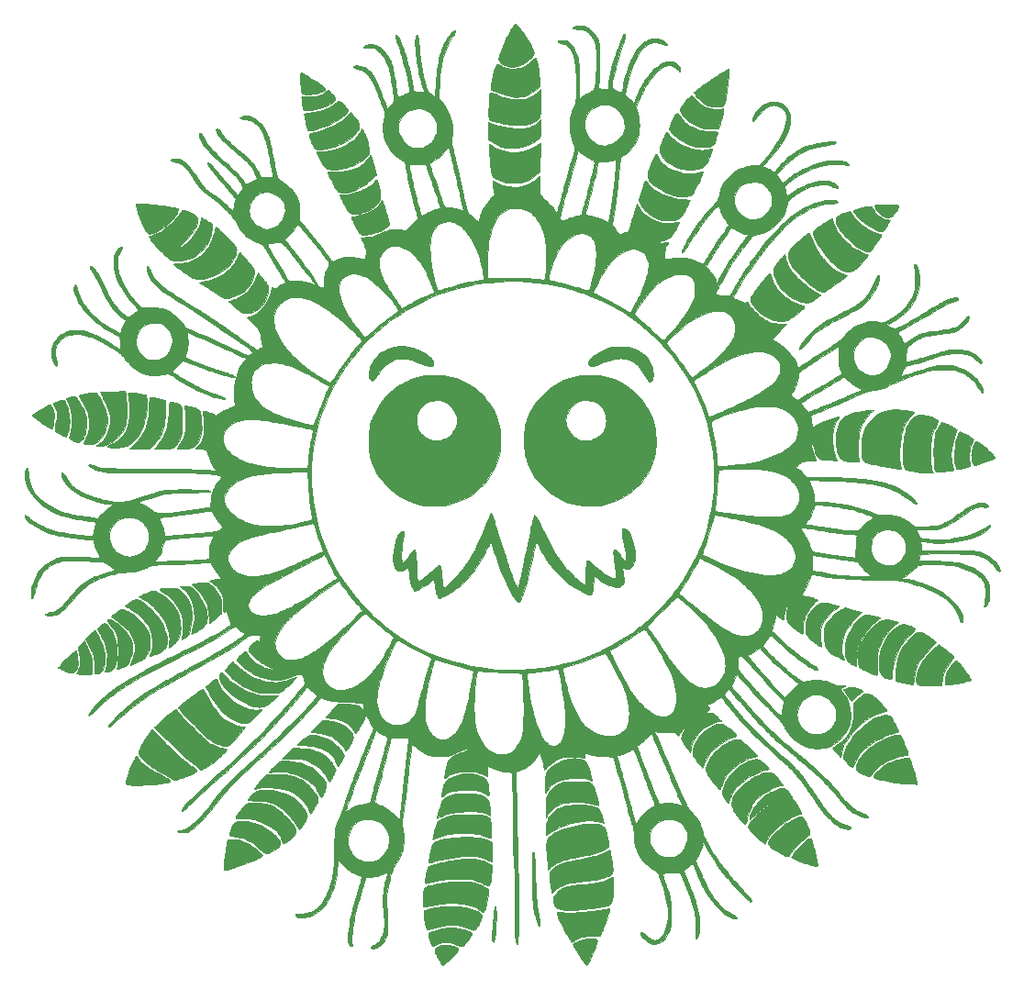
<source format=gbr>
%TF.GenerationSoftware,KiCad,Pcbnew,7.0.1*%
%TF.CreationDate,2023-09-06T21:52:52-07:00*%
%TF.ProjectId,flower_05,666c6f77-6572-45f3-9035-2e6b69636164,rev?*%
%TF.SameCoordinates,Original*%
%TF.FileFunction,Copper,L2,Bot*%
%TF.FilePolarity,Positive*%
%FSLAX46Y46*%
G04 Gerber Fmt 4.6, Leading zero omitted, Abs format (unit mm)*
G04 Created by KiCad (PCBNEW 7.0.1) date 2023-09-06 21:52:52*
%MOMM*%
%LPD*%
G01*
G04 APERTURE LIST*
%TA.AperFunction,EtchedComponent*%
%ADD10C,0.010000*%
%TD*%
G04 APERTURE END LIST*
%TO.C,G\u002A\u002A\u002A*%
D10*
X63979621Y-111548528D02*
X64114031Y-111562570D01*
X64254643Y-111588137D01*
X64412367Y-111627200D01*
X64591917Y-111679817D01*
X64742034Y-111729016D01*
X64855018Y-111773628D01*
X64935377Y-111816703D01*
X64987616Y-111861293D01*
X65016241Y-111910448D01*
X65025759Y-111967218D01*
X65025834Y-111973561D01*
X65017905Y-112031183D01*
X64992048Y-112094255D01*
X64945150Y-112167032D01*
X64874103Y-112253771D01*
X64775796Y-112358730D01*
X64661478Y-112472253D01*
X64572983Y-112557116D01*
X64470146Y-112653987D01*
X64357142Y-112759099D01*
X64238144Y-112868690D01*
X64117326Y-112978994D01*
X63998862Y-113086246D01*
X63886924Y-113186683D01*
X63785687Y-113276539D01*
X63699325Y-113352050D01*
X63632010Y-113409451D01*
X63587916Y-113444979D01*
X63571773Y-113455167D01*
X63556249Y-113437639D01*
X63522826Y-113388408D01*
X63474652Y-113312502D01*
X63414874Y-113214948D01*
X63346637Y-113100775D01*
X63296865Y-113015959D01*
X63179997Y-112813714D01*
X63083984Y-112643328D01*
X63007094Y-112500858D01*
X62947594Y-112382358D01*
X62903752Y-112283884D01*
X62873835Y-112201492D01*
X62856110Y-112131238D01*
X62848845Y-112069176D01*
X62850308Y-112011363D01*
X62851312Y-112001568D01*
X62865738Y-111933963D01*
X62896111Y-111877128D01*
X62948410Y-111825240D01*
X63028615Y-111772477D01*
X63142706Y-111713017D01*
X63152584Y-111708227D01*
X63315678Y-111635700D01*
X63460957Y-111586702D01*
X63603172Y-111557713D01*
X63757072Y-111545213D01*
X63840500Y-111544038D01*
X63979621Y-111548528D01*
%TA.AperFunction,EtchedComponent*%
G36*
X63979621Y-111548528D02*
G01*
X64114031Y-111562570D01*
X64254643Y-111588137D01*
X64412367Y-111627200D01*
X64591917Y-111679817D01*
X64742034Y-111729016D01*
X64855018Y-111773628D01*
X64935377Y-111816703D01*
X64987616Y-111861293D01*
X65016241Y-111910448D01*
X65025759Y-111967218D01*
X65025834Y-111973561D01*
X65017905Y-112031183D01*
X64992048Y-112094255D01*
X64945150Y-112167032D01*
X64874103Y-112253771D01*
X64775796Y-112358730D01*
X64661478Y-112472253D01*
X64572983Y-112557116D01*
X64470146Y-112653987D01*
X64357142Y-112759099D01*
X64238144Y-112868690D01*
X64117326Y-112978994D01*
X63998862Y-113086246D01*
X63886924Y-113186683D01*
X63785687Y-113276539D01*
X63699325Y-113352050D01*
X63632010Y-113409451D01*
X63587916Y-113444979D01*
X63571773Y-113455167D01*
X63556249Y-113437639D01*
X63522826Y-113388408D01*
X63474652Y-113312502D01*
X63414874Y-113214948D01*
X63346637Y-113100775D01*
X63296865Y-113015959D01*
X63179997Y-112813714D01*
X63083984Y-112643328D01*
X63007094Y-112500858D01*
X62947594Y-112382358D01*
X62903752Y-112283884D01*
X62873835Y-112201492D01*
X62856110Y-112131238D01*
X62848845Y-112069176D01*
X62850308Y-112011363D01*
X62851312Y-112001568D01*
X62865738Y-111933963D01*
X62896111Y-111877128D01*
X62948410Y-111825240D01*
X63028615Y-111772477D01*
X63142706Y-111713017D01*
X63152584Y-111708227D01*
X63315678Y-111635700D01*
X63460957Y-111586702D01*
X63603172Y-111557713D01*
X63757072Y-111545213D01*
X63840500Y-111544038D01*
X63979621Y-111548528D01*
G37*
%TD.AperFunction*%
X77548421Y-110986191D02*
X77668116Y-111004228D01*
X77756518Y-111032881D01*
X77794312Y-111057256D01*
X77823602Y-111108238D01*
X77829348Y-111188245D01*
X77811423Y-111299226D01*
X77769697Y-111443132D01*
X77768482Y-111446767D01*
X77728075Y-111559569D01*
X77672104Y-111704365D01*
X77603225Y-111874938D01*
X77524097Y-112065071D01*
X77437377Y-112268548D01*
X77345723Y-112479152D01*
X77251791Y-112690667D01*
X77158240Y-112896874D01*
X77067728Y-113091559D01*
X77043386Y-113142959D01*
X76987617Y-113257716D01*
X76944410Y-113337586D01*
X76909394Y-113386478D01*
X76878197Y-113408302D01*
X76846445Y-113406968D01*
X76809768Y-113386386D01*
X76788846Y-113370595D01*
X76733121Y-113315406D01*
X76658452Y-113222669D01*
X76565001Y-113092611D01*
X76452932Y-112925459D01*
X76322408Y-112721442D01*
X76318417Y-112715085D01*
X76249665Y-112604639D01*
X76171317Y-112477274D01*
X76086891Y-112338857D01*
X75999906Y-112195254D01*
X75913882Y-112052332D01*
X75832337Y-111915955D01*
X75758792Y-111791992D01*
X75696765Y-111686308D01*
X75649776Y-111604770D01*
X75621343Y-111553243D01*
X75620807Y-111552211D01*
X75588672Y-111490069D01*
X75802820Y-111357718D01*
X75903823Y-111298498D01*
X76008459Y-111242485D01*
X76102520Y-111197029D01*
X76157026Y-111174487D01*
X76319252Y-111122472D01*
X76496366Y-111077768D01*
X76682594Y-111040787D01*
X76872165Y-111011942D01*
X77059306Y-110991646D01*
X77238244Y-110980314D01*
X77403206Y-110978358D01*
X77548421Y-110986191D01*
%TA.AperFunction,EtchedComponent*%
G36*
X77548421Y-110986191D02*
G01*
X77668116Y-111004228D01*
X77756518Y-111032881D01*
X77794312Y-111057256D01*
X77823602Y-111108238D01*
X77829348Y-111188245D01*
X77811423Y-111299226D01*
X77769697Y-111443132D01*
X77768482Y-111446767D01*
X77728075Y-111559569D01*
X77672104Y-111704365D01*
X77603225Y-111874938D01*
X77524097Y-112065071D01*
X77437377Y-112268548D01*
X77345723Y-112479152D01*
X77251791Y-112690667D01*
X77158240Y-112896874D01*
X77067728Y-113091559D01*
X77043386Y-113142959D01*
X76987617Y-113257716D01*
X76944410Y-113337586D01*
X76909394Y-113386478D01*
X76878197Y-113408302D01*
X76846445Y-113406968D01*
X76809768Y-113386386D01*
X76788846Y-113370595D01*
X76733121Y-113315406D01*
X76658452Y-113222669D01*
X76565001Y-113092611D01*
X76452932Y-112925459D01*
X76322408Y-112721442D01*
X76318417Y-112715085D01*
X76249665Y-112604639D01*
X76171317Y-112477274D01*
X76086891Y-112338857D01*
X75999906Y-112195254D01*
X75913882Y-112052332D01*
X75832337Y-111915955D01*
X75758792Y-111791992D01*
X75696765Y-111686308D01*
X75649776Y-111604770D01*
X75621343Y-111553243D01*
X75620807Y-111552211D01*
X75588672Y-111490069D01*
X75802820Y-111357718D01*
X75903823Y-111298498D01*
X76008459Y-111242485D01*
X76102520Y-111197029D01*
X76157026Y-111174487D01*
X76319252Y-111122472D01*
X76496366Y-111077768D01*
X76682594Y-111040787D01*
X76872165Y-111011942D01*
X77059306Y-110991646D01*
X77238244Y-110980314D01*
X77403206Y-110978358D01*
X77548421Y-110986191D01*
G37*
%TD.AperFunction*%
X75325361Y-35776514D02*
X76657423Y-35776514D01*
X76657444Y-35794667D01*
X76659907Y-35931741D01*
X76667764Y-36041487D01*
X76682651Y-36138746D01*
X76706202Y-36238357D01*
X76706420Y-36239167D01*
X76762575Y-36410748D01*
X76841043Y-36598236D01*
X76935024Y-36786806D01*
X77037717Y-36961632D01*
X77038143Y-36962295D01*
X77121975Y-37077981D01*
X77226849Y-37200478D01*
X77344163Y-37321461D01*
X77465317Y-37432608D01*
X77581709Y-37525596D01*
X77684738Y-37592103D01*
X77694084Y-37597032D01*
X77939153Y-37705399D01*
X78175485Y-37773313D01*
X78405423Y-37801176D01*
X78631313Y-37789392D01*
X78721138Y-37773651D01*
X79020098Y-37692746D01*
X79291097Y-37581116D01*
X79536709Y-37437355D01*
X79759504Y-37260061D01*
X79878472Y-37142182D01*
X80060847Y-36921153D01*
X80202240Y-36691358D01*
X80303359Y-36451382D01*
X80364910Y-36199811D01*
X80371314Y-36157075D01*
X80382413Y-35931873D01*
X80357998Y-35695092D01*
X80300696Y-35453519D01*
X80213138Y-35213938D01*
X80097950Y-34983137D01*
X79957761Y-34767901D01*
X79795200Y-34575016D01*
X79735730Y-34516138D01*
X79524992Y-34338222D01*
X79311531Y-34200904D01*
X79091303Y-34102470D01*
X78860261Y-34041208D01*
X78614362Y-34015402D01*
X78551334Y-34014292D01*
X78342109Y-34022752D01*
X78153019Y-34051134D01*
X77970719Y-34102834D01*
X77781862Y-34181251D01*
X77664400Y-34240136D01*
X77428380Y-34387098D01*
X77215483Y-34565172D01*
X77029779Y-34769614D01*
X76875341Y-34995675D01*
X76756239Y-35238612D01*
X76718179Y-35343173D01*
X76691464Y-35429327D01*
X76673835Y-35502325D01*
X76663488Y-35575580D01*
X76658619Y-35662505D01*
X76657423Y-35776514D01*
X75325361Y-35776514D01*
X75329610Y-35663762D01*
X75343523Y-35440125D01*
X75363165Y-35243497D01*
X75390083Y-35066257D01*
X75425825Y-34900785D01*
X75471938Y-34739458D01*
X75529969Y-34574657D01*
X75601466Y-34398760D01*
X75653029Y-34281250D01*
X75700567Y-34173350D01*
X75741317Y-34074819D01*
X75775798Y-33981409D01*
X75804534Y-33888870D01*
X75828045Y-33792950D01*
X75846852Y-33689401D01*
X75861477Y-33573972D01*
X75872441Y-33442414D01*
X75880265Y-33290475D01*
X75885472Y-33113907D01*
X75888581Y-32908460D01*
X75890116Y-32669882D01*
X75890596Y-32393925D01*
X75890610Y-32344500D01*
X75888815Y-31932548D01*
X75883094Y-31559458D01*
X75873132Y-31221917D01*
X75858619Y-30916607D01*
X75839241Y-30640215D01*
X75814688Y-30389423D01*
X75784645Y-30160917D01*
X75748802Y-29951382D01*
X75706847Y-29757501D01*
X75658465Y-29575959D01*
X75617624Y-29445450D01*
X75543109Y-29242691D01*
X75464050Y-29072659D01*
X75374923Y-28925758D01*
X75270204Y-28792391D01*
X75196417Y-28713692D01*
X75085441Y-28609383D01*
X74978495Y-28527357D01*
X74864505Y-28461373D01*
X74732402Y-28405192D01*
X74571115Y-28352571D01*
X74539522Y-28343395D01*
X74411922Y-28305037D01*
X74320610Y-28272677D01*
X74260434Y-28243661D01*
X74226243Y-28215333D01*
X74212884Y-28185039D01*
X74212167Y-28174722D01*
X74227876Y-28129327D01*
X74276501Y-28095903D01*
X74360284Y-28073774D01*
X74481470Y-28062268D01*
X74593167Y-28060182D01*
X74754140Y-28066555D01*
X74887640Y-28087041D01*
X75007268Y-28125493D01*
X75126622Y-28185762D01*
X75201433Y-28232465D01*
X75349558Y-28351846D01*
X75491807Y-28509228D01*
X75626268Y-28700464D01*
X75751030Y-28921408D01*
X75864179Y-29167914D01*
X75963804Y-29435836D01*
X76047993Y-29721026D01*
X76114833Y-30019339D01*
X76160690Y-30312500D01*
X76168785Y-30402030D01*
X76175955Y-30528876D01*
X76182150Y-30688033D01*
X76187321Y-30874492D01*
X76191416Y-31083246D01*
X76194383Y-31309288D01*
X76196174Y-31547611D01*
X76196736Y-31793207D01*
X76196020Y-32041070D01*
X76193974Y-32286191D01*
X76190548Y-32523564D01*
X76185690Y-32748181D01*
X76185454Y-32757250D01*
X76181146Y-32927338D01*
X76177472Y-33083484D01*
X76174526Y-33220768D01*
X76172402Y-33334273D01*
X76171193Y-33419080D01*
X76170995Y-33470272D01*
X76171587Y-33483686D01*
X76189421Y-33474535D01*
X76234262Y-33444606D01*
X76299308Y-33398599D01*
X76376456Y-33342177D01*
X76588474Y-33194515D01*
X76834523Y-33040275D01*
X77107714Y-32883724D01*
X77182179Y-32843255D01*
X77308664Y-32771432D01*
X77402474Y-32707882D01*
X77470688Y-32646321D01*
X77520383Y-32580468D01*
X77555193Y-32512181D01*
X77580162Y-32447743D01*
X77602371Y-32375192D01*
X77622212Y-32290998D01*
X77640080Y-32191632D01*
X77656370Y-32073563D01*
X77671475Y-31933261D01*
X77685791Y-31767196D01*
X77699711Y-31571839D01*
X77713630Y-31343659D01*
X77727943Y-31079127D01*
X77738261Y-30873417D01*
X77747707Y-30649511D01*
X77754852Y-30415050D01*
X77759728Y-30175547D01*
X77762367Y-29936521D01*
X77762800Y-29703487D01*
X77761059Y-29481960D01*
X77757176Y-29277458D01*
X77751181Y-29095496D01*
X77743108Y-28941590D01*
X77732986Y-28821257D01*
X77726194Y-28769044D01*
X77670347Y-28491430D01*
X77594063Y-28232567D01*
X77499751Y-27999175D01*
X77389824Y-27797972D01*
X77363675Y-27758537D01*
X77285359Y-27652951D01*
X77192827Y-27540983D01*
X77095897Y-27433601D01*
X77004387Y-27341774D01*
X76940936Y-27286294D01*
X76870651Y-27235571D01*
X76797711Y-27194751D01*
X76715106Y-27161785D01*
X76615822Y-27134623D01*
X76492848Y-27111216D01*
X76339172Y-27089516D01*
X76218726Y-27075270D01*
X76020224Y-27050913D01*
X75861055Y-27026683D01*
X75738221Y-27001975D01*
X75648728Y-26976181D01*
X75589579Y-26948697D01*
X75588000Y-26947683D01*
X75570334Y-26916426D01*
X75590667Y-26873029D01*
X75647487Y-26820543D01*
X75653137Y-26816355D01*
X75732770Y-26776531D01*
X75844935Y-26745807D01*
X75980699Y-26724748D01*
X76131130Y-26713919D01*
X76287296Y-26713883D01*
X76440264Y-26725205D01*
X76581102Y-26748451D01*
X76611698Y-26755762D01*
X76851274Y-26838584D01*
X77075263Y-26959638D01*
X77282037Y-27117191D01*
X77469968Y-27309510D01*
X77637427Y-27534861D01*
X77782788Y-27791512D01*
X77904423Y-28077729D01*
X77934388Y-28164084D01*
X77958284Y-28238870D01*
X77978786Y-28310535D01*
X77996145Y-28382900D01*
X78010615Y-28459788D01*
X78022448Y-28545020D01*
X78031896Y-28642420D01*
X78039211Y-28755808D01*
X78044646Y-28889008D01*
X78048454Y-29045841D01*
X78050887Y-29230129D01*
X78052196Y-29445696D01*
X78052636Y-29696363D01*
X78052498Y-29952667D01*
X78051428Y-30303603D01*
X78048993Y-30616010D01*
X78045034Y-30893675D01*
X78039393Y-31140383D01*
X78031909Y-31359923D01*
X78022426Y-31556081D01*
X78010782Y-31732643D01*
X77996820Y-31893397D01*
X77980381Y-32042129D01*
X77961305Y-32182627D01*
X77957980Y-32204712D01*
X77942345Y-32309292D01*
X77929388Y-32399980D01*
X77920333Y-32467903D01*
X77916405Y-32504189D01*
X77916334Y-32506337D01*
X77923471Y-32515803D01*
X77947897Y-32523028D01*
X77994132Y-32528281D01*
X78066696Y-32531829D01*
X78170108Y-32533941D01*
X78308889Y-32534883D01*
X78400017Y-32535000D01*
X78883701Y-32535000D01*
X78896488Y-32148709D01*
X78903664Y-31982218D01*
X78914461Y-31822882D01*
X78929792Y-31666883D01*
X78950571Y-31510404D01*
X78977713Y-31349628D01*
X79012131Y-31180735D01*
X79054741Y-30999909D01*
X79106456Y-30803331D01*
X79168191Y-30587185D01*
X79240860Y-30347652D01*
X79325377Y-30080915D01*
X79422656Y-29783156D01*
X79533612Y-29450557D01*
X79564847Y-29357804D01*
X79673474Y-29039115D01*
X79776193Y-28744473D01*
X79872322Y-28475605D01*
X79961180Y-28234239D01*
X80042087Y-28022101D01*
X80114362Y-27840920D01*
X80177324Y-27692422D01*
X80230293Y-27578336D01*
X80272587Y-27500388D01*
X80303526Y-27460306D01*
X80314785Y-27455000D01*
X80357870Y-27471164D01*
X80384684Y-27521297D01*
X80396213Y-27607864D01*
X80396681Y-27659233D01*
X80390069Y-27752662D01*
X80372544Y-27864702D01*
X80343218Y-27998698D01*
X80301201Y-28157994D01*
X80245605Y-28345933D01*
X80175540Y-28565861D01*
X80090117Y-28821121D01*
X80079574Y-28852000D01*
X79914146Y-29343019D01*
X79766649Y-29796489D01*
X79636903Y-30213125D01*
X79524725Y-30593644D01*
X79429938Y-30938760D01*
X79352359Y-31249188D01*
X79291809Y-31525643D01*
X79248108Y-31768842D01*
X79221075Y-31979498D01*
X79210530Y-32158328D01*
X79214302Y-32284704D01*
X79226564Y-32388879D01*
X79247931Y-32467288D01*
X79284802Y-32527279D01*
X79343575Y-32576198D01*
X79430649Y-32621392D01*
X79548888Y-32668878D01*
X79633361Y-32703313D01*
X79735914Y-32748890D01*
X79837211Y-32796950D01*
X79857905Y-32807247D01*
X79936723Y-32845797D01*
X80001972Y-32875693D01*
X80043991Y-32892602D01*
X80053153Y-32894833D01*
X80071340Y-32886753D01*
X80090110Y-32860273D01*
X80110404Y-32812036D01*
X80133165Y-32738685D01*
X80159336Y-32636863D01*
X80189858Y-32503211D01*
X80225675Y-32334373D01*
X80265396Y-32138662D01*
X80351811Y-31729966D01*
X80441142Y-31356434D01*
X80535678Y-31010900D01*
X80637709Y-30686199D01*
X80749527Y-30375166D01*
X80873421Y-30070636D01*
X81011682Y-29765444D01*
X81048530Y-29688679D01*
X81226167Y-29348987D01*
X81410987Y-29048744D01*
X81605164Y-28785363D01*
X81810873Y-28556256D01*
X82030285Y-28358838D01*
X82265576Y-28190519D01*
X82350750Y-28138778D01*
X82595348Y-28018554D01*
X82846231Y-27938177D01*
X83099891Y-27898647D01*
X83208000Y-27894460D01*
X83448113Y-27911821D01*
X83668425Y-27966096D01*
X83871199Y-28058068D01*
X84058697Y-28188521D01*
X84060082Y-28189673D01*
X84158838Y-28279150D01*
X84229855Y-28359104D01*
X84270540Y-28425900D01*
X84278299Y-28475904D01*
X84273117Y-28488218D01*
X84229837Y-28517117D01*
X84155582Y-28517605D01*
X84050223Y-28489667D01*
X83937619Y-28444231D01*
X83807873Y-28388031D01*
X83699516Y-28347400D01*
X83600599Y-28319920D01*
X83499178Y-28303173D01*
X83383304Y-28294739D01*
X83241031Y-28292200D01*
X83186834Y-28292242D01*
X83056700Y-28293332D01*
X82958732Y-28296333D01*
X82882768Y-28302424D01*
X82818645Y-28312787D01*
X82756202Y-28328602D01*
X82687775Y-28350218D01*
X82497285Y-28434537D01*
X82307521Y-28560084D01*
X82119271Y-28725757D01*
X81933323Y-28930451D01*
X81750466Y-29173061D01*
X81571488Y-29452483D01*
X81397178Y-29767614D01*
X81228324Y-30117349D01*
X81065715Y-30500584D01*
X80965544Y-30762223D01*
X80869966Y-31034649D01*
X80783138Y-31310150D01*
X80703010Y-31596533D01*
X80627531Y-31901606D01*
X80554649Y-32233176D01*
X80482314Y-32599053D01*
X80480528Y-32608532D01*
X80396962Y-33052481D01*
X80752714Y-33423449D01*
X80855600Y-33530498D01*
X80952054Y-33630411D01*
X81037138Y-33718109D01*
X81105915Y-33788510D01*
X81153444Y-33836533D01*
X81170067Y-33852834D01*
X81231669Y-33911251D01*
X81408055Y-33461250D01*
X81536375Y-33142102D01*
X81658392Y-32856708D01*
X81777722Y-32597669D01*
X81897985Y-32357586D01*
X82022799Y-32129060D01*
X82155783Y-31904692D01*
X82217878Y-31805282D01*
X82390351Y-31547730D01*
X82575411Y-31297942D01*
X82767542Y-31062374D01*
X82961231Y-30847481D01*
X83150963Y-30659719D01*
X83322052Y-30512721D01*
X83542699Y-30356743D01*
X83767849Y-30231032D01*
X83993967Y-30135979D01*
X84217520Y-30071972D01*
X84434975Y-30039398D01*
X84642798Y-30038646D01*
X84837455Y-30070105D01*
X85015413Y-30134163D01*
X85173138Y-30231208D01*
X85251819Y-30300617D01*
X85367420Y-30440230D01*
X85444122Y-30587702D01*
X85480479Y-30739933D01*
X85483417Y-30797357D01*
X85479257Y-30883720D01*
X85467082Y-30932268D01*
X85457425Y-30941840D01*
X85433261Y-30931045D01*
X85386857Y-30895069D01*
X85324953Y-30839594D01*
X85256342Y-30772391D01*
X85099367Y-30623923D01*
X84953769Y-30512191D01*
X84814049Y-30435108D01*
X84674711Y-30390585D01*
X84530259Y-30376534D01*
X84375194Y-30390866D01*
X84295245Y-30407245D01*
X84092328Y-30474161D01*
X83881228Y-30580183D01*
X83664129Y-30723373D01*
X83443214Y-30901794D01*
X83220665Y-31113506D01*
X82998668Y-31356574D01*
X82779404Y-31629057D01*
X82565058Y-31929018D01*
X82541946Y-31963500D01*
X82418582Y-32153640D01*
X82303349Y-32342330D01*
X82193201Y-32535512D01*
X82085094Y-32739126D01*
X81975982Y-32959114D01*
X81862818Y-33201418D01*
X81742559Y-33471978D01*
X81612159Y-33776737D01*
X81610440Y-33780816D01*
X81402140Y-34275214D01*
X81511621Y-34616899D01*
X81570899Y-34810928D01*
X81616382Y-34983700D01*
X81650738Y-35149165D01*
X81676635Y-35321271D01*
X81696741Y-35513966D01*
X81706407Y-35635275D01*
X81717689Y-35910666D01*
X81712349Y-36187581D01*
X81691245Y-36456400D01*
X81655236Y-36707497D01*
X81605180Y-36931251D01*
X81584579Y-37001074D01*
X81497762Y-37228780D01*
X81380504Y-37467413D01*
X81239199Y-37707295D01*
X81080240Y-37938750D01*
X80910017Y-38152103D01*
X80734924Y-38337677D01*
X80651303Y-38413806D01*
X80578955Y-38472511D01*
X80482926Y-38545581D01*
X80375002Y-38624272D01*
X80266970Y-38699839D01*
X80252229Y-38709861D01*
X79995208Y-38883875D01*
X79971560Y-39019675D01*
X79953573Y-39128874D01*
X79935425Y-39251618D01*
X79916735Y-39391298D01*
X79897125Y-39551306D01*
X79876212Y-39735036D01*
X79853616Y-39945879D01*
X79828957Y-40187228D01*
X79801854Y-40462475D01*
X79771927Y-40775013D01*
X79757544Y-40927584D01*
X79724418Y-41266476D01*
X79687961Y-41614209D01*
X79648744Y-41966575D01*
X79607338Y-42319369D01*
X79564315Y-42668385D01*
X79520247Y-43009416D01*
X79475704Y-43338256D01*
X79431258Y-43650700D01*
X79387482Y-43942540D01*
X79344946Y-44209572D01*
X79304222Y-44447588D01*
X79265881Y-44652383D01*
X79230495Y-44819750D01*
X79226146Y-44838522D01*
X79182620Y-45024127D01*
X79225913Y-45097503D01*
X79278657Y-45178315D01*
X79357350Y-45286728D01*
X79459231Y-45419234D01*
X79581537Y-45572327D01*
X79721506Y-45742500D01*
X79876376Y-45926244D01*
X79905320Y-45960137D01*
X79929715Y-45959724D01*
X79985486Y-45946046D01*
X80064813Y-45921825D01*
X80159873Y-45889783D01*
X80262846Y-45852642D01*
X80365910Y-45813126D01*
X80461244Y-45773957D01*
X80533498Y-45741477D01*
X80639354Y-45683334D01*
X80722084Y-45622423D01*
X80775896Y-45563809D01*
X80795000Y-45512764D01*
X80801239Y-45478130D01*
X80819007Y-45407806D01*
X80846885Y-45306405D01*
X80883450Y-45178540D01*
X80927282Y-45028826D01*
X80976961Y-44861876D01*
X81031065Y-44682303D01*
X81088174Y-44494720D01*
X81146866Y-44303742D01*
X81205721Y-44113982D01*
X81263317Y-43930052D01*
X81318234Y-43756568D01*
X81369051Y-43598141D01*
X81414347Y-43459387D01*
X81452701Y-43344917D01*
X81482693Y-43259346D01*
X81502900Y-43207288D01*
X81508642Y-43195664D01*
X81522158Y-43206406D01*
X81551517Y-43248335D01*
X81592745Y-43315225D01*
X81641868Y-43400855D01*
X81655970Y-43426382D01*
X81749155Y-43589526D01*
X81835906Y-43724322D01*
X81924753Y-43842021D01*
X82024224Y-43953876D01*
X82142847Y-44071140D01*
X82149127Y-44077058D01*
X82396474Y-44283545D01*
X82675618Y-44469566D01*
X82979539Y-44631546D01*
X83301217Y-44765910D01*
X83633631Y-44869083D01*
X83765789Y-44900336D01*
X83951153Y-44929908D01*
X84162663Y-44946446D01*
X84386186Y-44949940D01*
X84607590Y-44940383D01*
X84812741Y-44917767D01*
X84907700Y-44900968D01*
X85015251Y-44881108D01*
X85121004Y-44865406D01*
X85210048Y-44855896D01*
X85251658Y-44854000D01*
X85318024Y-44855496D01*
X85352448Y-44863001D01*
X85365292Y-44881040D01*
X85367000Y-44904372D01*
X85356903Y-44945415D01*
X85328818Y-45016574D01*
X85286052Y-45111380D01*
X85231914Y-45223361D01*
X85169712Y-45346048D01*
X85102754Y-45472971D01*
X85034349Y-45597659D01*
X84967805Y-45713642D01*
X84906429Y-45814450D01*
X84883627Y-45849743D01*
X84752641Y-46032190D01*
X84620207Y-46180791D01*
X84478145Y-46301518D01*
X84318276Y-46400346D01*
X84132418Y-46483248D01*
X83918761Y-46554333D01*
X83818696Y-46585790D01*
X83730569Y-46617327D01*
X83664164Y-46645194D01*
X83629988Y-46664967D01*
X83601875Y-46695705D01*
X83605318Y-46719119D01*
X83620820Y-46736419D01*
X83651176Y-46753573D01*
X83704062Y-46764030D01*
X83783775Y-46767899D01*
X83894612Y-46765290D01*
X84040870Y-46756314D01*
X84129049Y-46749438D01*
X84228903Y-46742260D01*
X84295080Y-46740673D01*
X84335929Y-46745191D01*
X84359800Y-46756329D01*
X84367629Y-46764116D01*
X84382629Y-46805658D01*
X84367525Y-46861804D01*
X84320735Y-46936547D01*
X84277756Y-46990829D01*
X84210388Y-47080419D01*
X84157391Y-47173743D01*
X84117263Y-47277129D01*
X84088504Y-47396906D01*
X84069614Y-47539403D01*
X84059090Y-47710949D01*
X84055433Y-47917873D01*
X84055405Y-47928459D01*
X84055516Y-48045620D01*
X84056288Y-48146451D01*
X84057613Y-48224026D01*
X84059383Y-48271422D01*
X84060950Y-48283000D01*
X84082987Y-48278791D01*
X84136830Y-48267506D01*
X84212937Y-48251162D01*
X84257058Y-48241570D01*
X84398590Y-48217111D01*
X84574073Y-48197000D01*
X84775338Y-48181368D01*
X84994212Y-48170346D01*
X85222524Y-48164063D01*
X85452105Y-48162649D01*
X85674782Y-48166236D01*
X85882385Y-48174954D01*
X86066742Y-48188932D01*
X86219684Y-48208301D01*
X86230401Y-48210102D01*
X86352539Y-48233764D01*
X86468373Y-48262724D01*
X86587465Y-48300159D01*
X86719375Y-48349243D01*
X86873666Y-48413152D01*
X86975667Y-48457596D01*
X87093267Y-48509011D01*
X87212497Y-48560299D01*
X87320724Y-48606076D01*
X87405316Y-48640962D01*
X87417562Y-48645871D01*
X87496010Y-48676370D01*
X87545610Y-48692031D01*
X87576670Y-48694113D01*
X87599495Y-48683879D01*
X87616001Y-48670140D01*
X87653366Y-48629061D01*
X87705348Y-48559220D01*
X87773017Y-48458977D01*
X87857442Y-48326689D01*
X87959692Y-48160715D01*
X88080835Y-47959413D01*
X88102430Y-47923167D01*
X88247158Y-47685012D01*
X88413296Y-47420448D01*
X88596195Y-47136428D01*
X88791205Y-46839904D01*
X88993677Y-46537829D01*
X89198960Y-46237156D01*
X89402405Y-45944836D01*
X89599363Y-45667823D01*
X89741667Y-45472057D01*
X89979684Y-45148197D01*
X89817699Y-44900557D01*
X89679822Y-44687174D01*
X89563596Y-44500329D01*
X89465467Y-44332550D01*
X89381883Y-44176361D01*
X89309291Y-44024287D01*
X89244139Y-43868855D01*
X89182873Y-43702591D01*
X89121942Y-43518019D01*
X89057792Y-43307665D01*
X89053202Y-43292164D01*
X89045722Y-43277501D01*
X89032372Y-43275455D01*
X89009194Y-43289442D01*
X88972233Y-43322878D01*
X88917531Y-43379179D01*
X88841133Y-43461762D01*
X88783553Y-43524998D01*
X88551578Y-43786786D01*
X88306582Y-44074802D01*
X88053220Y-44382945D01*
X87796148Y-44705113D01*
X87540021Y-45035206D01*
X87289495Y-45367122D01*
X87049226Y-45694760D01*
X86823868Y-46012020D01*
X86618077Y-46312800D01*
X86436508Y-46590999D01*
X86401149Y-46647170D01*
X86259271Y-46872825D01*
X86137033Y-47064087D01*
X86032823Y-47223175D01*
X85945027Y-47352309D01*
X85872034Y-47453708D01*
X85812233Y-47529593D01*
X85764011Y-47582183D01*
X85725757Y-47613697D01*
X85695857Y-47626355D01*
X85689682Y-47626833D01*
X85666521Y-47609288D01*
X85666285Y-47556605D01*
X85688996Y-47468719D01*
X85734679Y-47345562D01*
X85803356Y-47187068D01*
X85895052Y-46993169D01*
X85950173Y-46881655D01*
X86191587Y-46429211D01*
X86469173Y-45963521D01*
X86780307Y-45488274D01*
X87122365Y-45007161D01*
X87492720Y-44523875D01*
X87888750Y-44042104D01*
X88307828Y-43565541D01*
X88310290Y-43562834D01*
X88479339Y-43374956D01*
X88621071Y-43212097D01*
X88738315Y-43069560D01*
X88833905Y-42942647D01*
X88910671Y-42826659D01*
X88940115Y-42773483D01*
X90489612Y-42773483D01*
X90509484Y-43058323D01*
X90567446Y-43327150D01*
X90662193Y-43577722D01*
X90792419Y-43807798D01*
X90956820Y-44015137D01*
X91154090Y-44197498D01*
X91382924Y-44352640D01*
X91422152Y-44374663D01*
X91658712Y-44486997D01*
X91888478Y-44560148D01*
X92117740Y-44595197D01*
X92352789Y-44593220D01*
X92542973Y-44566901D01*
X92643929Y-44544957D01*
X92746671Y-44518111D01*
X92830353Y-44491850D01*
X92836353Y-44489660D01*
X93019134Y-44402782D01*
X93200532Y-44281414D01*
X93374500Y-44132345D01*
X93534994Y-43962366D01*
X93675968Y-43778266D01*
X93791378Y-43586835D01*
X93875179Y-43394863D01*
X93906515Y-43287667D01*
X93949059Y-43022301D01*
X93954286Y-42754577D01*
X93923104Y-42491141D01*
X93856420Y-42238637D01*
X93755142Y-42003710D01*
X93723335Y-41946465D01*
X93632511Y-41814130D01*
X93515012Y-41677732D01*
X93379248Y-41544563D01*
X93233630Y-41421911D01*
X93086569Y-41317066D01*
X92946476Y-41237319D01*
X92865987Y-41203388D01*
X92764800Y-41178757D01*
X92629463Y-41162428D01*
X92467396Y-41154704D01*
X92286020Y-41155888D01*
X92092755Y-41166285D01*
X92048398Y-41169924D01*
X91846455Y-41191633D01*
X91677690Y-41220211D01*
X91533102Y-41258869D01*
X91403692Y-41310820D01*
X91280463Y-41379277D01*
X91154415Y-41467454D01*
X91103167Y-41507389D01*
X90905122Y-41687529D01*
X90746794Y-41881314D01*
X90627176Y-42090818D01*
X90545263Y-42318116D01*
X90500049Y-42565285D01*
X90489612Y-42773483D01*
X88940115Y-42773483D01*
X88971446Y-42716901D01*
X89019061Y-42608672D01*
X89056347Y-42497277D01*
X89086137Y-42378017D01*
X89111262Y-42246195D01*
X89114094Y-42229334D01*
X89187324Y-41915522D01*
X89300217Y-41609930D01*
X89450439Y-41315457D01*
X89635653Y-41035007D01*
X89853526Y-40771481D01*
X90101722Y-40527781D01*
X90377905Y-40306809D01*
X90679742Y-40111468D01*
X90920868Y-39983856D01*
X91112823Y-39896368D01*
X91297566Y-39823711D01*
X91483072Y-39763935D01*
X91677314Y-39715090D01*
X91888266Y-39675223D01*
X92123902Y-39642385D01*
X92392195Y-39614625D01*
X92451201Y-39609448D01*
X92878485Y-39572917D01*
X93317021Y-39022584D01*
X93547701Y-38731209D01*
X93752944Y-38467598D01*
X93935398Y-38227844D01*
X94097717Y-38008040D01*
X94242550Y-37804278D01*
X94372549Y-37612651D01*
X94490365Y-37429252D01*
X94598649Y-37250173D01*
X94700053Y-37071507D01*
X94797227Y-36889347D01*
X94892234Y-36700982D01*
X95047563Y-36359312D01*
X95166865Y-36038777D01*
X95250345Y-35738614D01*
X95298207Y-35458062D01*
X95310656Y-35196361D01*
X95309052Y-35149084D01*
X95288732Y-34943973D01*
X95246858Y-34769451D01*
X95180325Y-34618007D01*
X95086028Y-34482128D01*
X94992597Y-34383429D01*
X94827629Y-34255475D01*
X94637321Y-34156698D01*
X94429652Y-34090160D01*
X94212600Y-34058924D01*
X94141728Y-34056884D01*
X93994858Y-34062876D01*
X93865634Y-34083482D01*
X93736541Y-34122641D01*
X93604214Y-34177814D01*
X93423128Y-34274851D01*
X93247621Y-34399686D01*
X93074371Y-34555423D01*
X92900057Y-34745168D01*
X92721357Y-34972023D01*
X92652721Y-35067033D01*
X92534579Y-35228837D01*
X92432164Y-35358192D01*
X92346518Y-35453945D01*
X92278688Y-35514948D01*
X92229715Y-35540050D01*
X92222907Y-35540667D01*
X92197214Y-35533399D01*
X92185362Y-35504519D01*
X92182667Y-35449259D01*
X92199064Y-35312065D01*
X92246143Y-35155475D01*
X92320732Y-34985509D01*
X92419661Y-34808190D01*
X92539759Y-34629542D01*
X92677856Y-34455585D01*
X92745775Y-34379635D01*
X92943015Y-34188764D01*
X93147009Y-34035745D01*
X93365041Y-33916101D01*
X93604395Y-33825353D01*
X93685500Y-33802002D01*
X93781692Y-33779140D01*
X93875462Y-33764364D01*
X93980801Y-33756165D01*
X94111701Y-33753032D01*
X94140584Y-33752885D01*
X94298740Y-33755261D01*
X94427888Y-33765273D01*
X94541070Y-33785700D01*
X94651331Y-33819321D01*
X94771716Y-33868915D01*
X94844589Y-33902867D01*
X95053740Y-34025669D01*
X95235419Y-34179554D01*
X95387388Y-34361618D01*
X95507406Y-34568954D01*
X95593236Y-34798654D01*
X95620423Y-34910066D01*
X95652790Y-35164570D01*
X95650112Y-35439737D01*
X95613048Y-35733489D01*
X95542259Y-36043747D01*
X95438405Y-36368430D01*
X95302146Y-36705459D01*
X95134141Y-37052755D01*
X94935050Y-37408239D01*
X94719590Y-37748838D01*
X94583525Y-37947978D01*
X94445459Y-38139931D01*
X94300769Y-38330434D01*
X94144833Y-38525221D01*
X93973026Y-38730028D01*
X93780725Y-38950592D01*
X93563306Y-39192647D01*
X93498248Y-39264017D01*
X93395438Y-39377003D01*
X93302888Y-39479702D01*
X93224208Y-39568031D01*
X93163006Y-39637902D01*
X93122893Y-39685230D01*
X93107478Y-39705930D01*
X93107437Y-39706388D01*
X93127496Y-39717936D01*
X93178976Y-39741465D01*
X93253904Y-39773463D01*
X93337299Y-39807608D01*
X93441717Y-39853091D01*
X93567760Y-39913363D01*
X93700894Y-39981197D01*
X93826588Y-40049364D01*
X93849352Y-40062285D01*
X93958088Y-40124181D01*
X94036674Y-40167283D01*
X94091544Y-40194094D01*
X94129133Y-40207116D01*
X94155876Y-40208853D01*
X94178209Y-40201808D01*
X94190884Y-40195130D01*
X94222668Y-40167815D01*
X94273602Y-40113114D01*
X94337818Y-40037791D01*
X94409448Y-39948609D01*
X94446732Y-39900248D01*
X94549205Y-39772962D01*
X94676182Y-39627091D01*
X94820424Y-39470030D01*
X94974695Y-39309174D01*
X95131755Y-39151916D01*
X95284366Y-39005651D01*
X95425292Y-38877775D01*
X95547292Y-38775681D01*
X95548167Y-38774993D01*
X95941732Y-38484626D01*
X96333346Y-38234888D01*
X96725927Y-38024354D01*
X97122391Y-37851601D01*
X97525655Y-37715203D01*
X97918834Y-37617773D01*
X98135446Y-37575697D01*
X98357815Y-37537101D01*
X98581107Y-37502480D01*
X98800491Y-37472329D01*
X99011135Y-37447141D01*
X99208205Y-37427412D01*
X99386870Y-37413637D01*
X99542297Y-37406310D01*
X99669654Y-37405925D01*
X99764108Y-37412979D01*
X99811872Y-37423976D01*
X99856071Y-37453190D01*
X99861731Y-37490064D01*
X99831331Y-37531778D01*
X99767349Y-37575511D01*
X99672262Y-37618445D01*
X99626897Y-37634491D01*
X99520726Y-37665985D01*
X99392250Y-37697278D01*
X99237305Y-37729182D01*
X99051729Y-37762505D01*
X98831359Y-37798058D01*
X98634559Y-37827578D01*
X98234497Y-37894844D01*
X97868322Y-37975783D01*
X97529078Y-38072931D01*
X97209811Y-38188827D01*
X96903565Y-38326008D01*
X96603385Y-38487009D01*
X96302315Y-38674370D01*
X96289000Y-38683218D01*
X96144808Y-38782557D01*
X96001226Y-38888582D01*
X95854116Y-39004865D01*
X95699339Y-39134979D01*
X95532756Y-39282496D01*
X95350227Y-39450989D01*
X95147614Y-39644030D01*
X94929530Y-39856583D01*
X94363811Y-40412758D01*
X94595146Y-40754837D01*
X94670351Y-40865385D01*
X94740800Y-40967723D01*
X94801814Y-41055147D01*
X94848713Y-41120954D01*
X94876817Y-41158441D01*
X94877169Y-41158872D01*
X94927857Y-41220828D01*
X94999887Y-41170280D01*
X95039743Y-41140876D01*
X95105862Y-41090498D01*
X95191338Y-41024474D01*
X95289266Y-40948136D01*
X95378834Y-40877783D01*
X95617460Y-40694644D01*
X95844484Y-40531673D01*
X96070068Y-40382477D01*
X96304369Y-40240662D01*
X96557548Y-40099831D01*
X96839765Y-39953592D01*
X96876255Y-39935281D01*
X97296571Y-39734704D01*
X97694345Y-39565480D01*
X98074068Y-39426383D01*
X98440229Y-39316188D01*
X98797320Y-39233668D01*
X99149830Y-39177599D01*
X99502251Y-39146753D01*
X99791954Y-39139419D01*
X100091084Y-39149514D01*
X100353914Y-39178900D01*
X100580104Y-39227492D01*
X100769311Y-39295202D01*
X100921195Y-39381943D01*
X100999806Y-39448551D01*
X101054982Y-39514480D01*
X101071827Y-39563130D01*
X101050767Y-39594249D01*
X100992232Y-39607581D01*
X100896648Y-39602873D01*
X100774733Y-39582052D01*
X100591348Y-39551845D01*
X100375626Y-39529915D01*
X100136735Y-39516212D01*
X99883843Y-39510685D01*
X99626119Y-39513284D01*
X99372731Y-39523959D01*
X99132849Y-39542661D01*
X98915641Y-39569339D01*
X98780977Y-39592940D01*
X98474002Y-39667357D01*
X98144722Y-39768984D01*
X97800187Y-39894530D01*
X97447447Y-40040703D01*
X97093551Y-40204210D01*
X96745551Y-40381760D01*
X96410495Y-40570061D01*
X96095434Y-40765821D01*
X95807417Y-40965748D01*
X95751650Y-41007484D01*
X95571985Y-41145859D01*
X95420442Y-41266868D01*
X95298339Y-41369351D01*
X95206991Y-41452150D01*
X95147716Y-41514106D01*
X95121830Y-41554059D01*
X95120902Y-41562632D01*
X95137170Y-41643511D01*
X95161752Y-41748149D01*
X95191929Y-41866633D01*
X95224985Y-41989052D01*
X95258203Y-42105495D01*
X95288866Y-42206051D01*
X95314256Y-42280807D01*
X95325144Y-42307675D01*
X95377254Y-42421500D01*
X95457422Y-42380601D01*
X95503529Y-42353381D01*
X95575001Y-42306767D01*
X95663194Y-42246581D01*
X95759469Y-42178644D01*
X95791586Y-42155482D01*
X96028938Y-41987190D01*
X96243830Y-41843646D01*
X96444248Y-41720186D01*
X96638175Y-41612142D01*
X96833596Y-41514849D01*
X97038497Y-41423640D01*
X97057570Y-41415614D01*
X97386832Y-41290094D01*
X97711239Y-41190630D01*
X98027884Y-41117192D01*
X98333861Y-41069746D01*
X98626264Y-41048261D01*
X98902185Y-41052705D01*
X99158717Y-41083046D01*
X99392955Y-41139252D01*
X99601990Y-41221291D01*
X99782917Y-41329131D01*
X99918251Y-41447101D01*
X99982646Y-41519114D01*
X100019556Y-41573332D01*
X100034464Y-41618523D01*
X100035500Y-41634692D01*
X100027415Y-41684513D01*
X99996769Y-41708510D01*
X99984111Y-41712258D01*
X99949524Y-41717943D01*
X99912150Y-41715501D01*
X99864672Y-41702514D01*
X99799770Y-41676565D01*
X99710125Y-41635239D01*
X99622750Y-41592944D01*
X99475747Y-41524672D01*
X99345448Y-41473805D01*
X99220731Y-41437935D01*
X99090472Y-41414652D01*
X98943546Y-41401544D01*
X98768829Y-41396203D01*
X98712584Y-41395767D01*
X98508935Y-41398928D01*
X98324902Y-41411512D01*
X98148784Y-41435495D01*
X97968876Y-41472853D01*
X97773477Y-41525563D01*
X97573772Y-41588066D01*
X97363623Y-41664224D01*
X97144516Y-41756897D01*
X96920842Y-41863251D01*
X96696994Y-41980452D01*
X96477367Y-42105668D01*
X96266352Y-42236065D01*
X96068342Y-42368808D01*
X95887732Y-42501064D01*
X95728914Y-42629999D01*
X95596281Y-42752781D01*
X95494226Y-42866574D01*
X95427142Y-42968546D01*
X95424118Y-42974653D01*
X95400791Y-43035030D01*
X95373487Y-43124538D01*
X95345755Y-43230650D01*
X95323164Y-43330966D01*
X95231152Y-43690088D01*
X95107728Y-44023449D01*
X94950283Y-44336307D01*
X94756211Y-44633923D01*
X94549947Y-44890955D01*
X94314962Y-45131422D01*
X94050015Y-45352508D01*
X93763873Y-45548038D01*
X93465303Y-45711841D01*
X93251833Y-45805009D01*
X93146094Y-45845422D01*
X93057060Y-45877108D01*
X92973526Y-45903253D01*
X92884286Y-45927043D01*
X92778135Y-45951663D01*
X92643871Y-45980300D01*
X92612107Y-45986905D01*
X92472678Y-46020084D01*
X92357857Y-46056071D01*
X92276226Y-46092155D01*
X92272862Y-46094093D01*
X92199668Y-46144415D01*
X92115839Y-46216616D01*
X92018824Y-46313381D01*
X91906073Y-46437394D01*
X91775033Y-46591341D01*
X91623817Y-46777077D01*
X91174190Y-47359350D01*
X90742825Y-47960975D01*
X90326547Y-48586850D01*
X89922177Y-49241869D01*
X89526541Y-49930931D01*
X89266801Y-50410250D01*
X89142874Y-50644241D01*
X89037511Y-50843657D01*
X88949376Y-51011287D01*
X88877129Y-51149917D01*
X88819434Y-51262338D01*
X88774953Y-51351336D01*
X88742348Y-51419701D01*
X88720282Y-51470221D01*
X88707418Y-51505684D01*
X88702417Y-51528878D01*
X88703942Y-51542591D01*
X88710656Y-51549613D01*
X88718948Y-51552303D01*
X88779228Y-51561386D01*
X88873450Y-51571651D01*
X88993257Y-51582513D01*
X89130294Y-51593387D01*
X89276206Y-51603690D01*
X89422637Y-51612836D01*
X89561231Y-51620242D01*
X89683634Y-51625323D01*
X89781490Y-51627494D01*
X89794589Y-51627533D01*
X89877774Y-51628367D01*
X89943757Y-51628516D01*
X89996812Y-51624239D01*
X90041213Y-51611795D01*
X90081231Y-51587445D01*
X90121141Y-51547448D01*
X90165216Y-51488064D01*
X90217728Y-51405553D01*
X90282952Y-51296175D01*
X90365159Y-51156190D01*
X90399388Y-51098167D01*
X90581706Y-50790260D01*
X90744856Y-50515536D01*
X90890961Y-50270589D01*
X91022146Y-50052015D01*
X91140536Y-49856406D01*
X91248253Y-49680358D01*
X91347423Y-49520464D01*
X91440170Y-49373320D01*
X91528618Y-49235519D01*
X91614892Y-49103657D01*
X91701114Y-48974326D01*
X91789411Y-48844123D01*
X91881905Y-48709640D01*
X91953678Y-48606262D01*
X92403023Y-47976129D01*
X92846818Y-47384397D01*
X93287644Y-46827924D01*
X93728083Y-46303565D01*
X94170717Y-45808179D01*
X94618128Y-45338621D01*
X94732119Y-45223811D01*
X95021853Y-44940186D01*
X95292941Y-44687544D01*
X95550601Y-44461906D01*
X95800055Y-44259289D01*
X96046522Y-44075716D01*
X96295224Y-43907204D01*
X96551380Y-43749774D01*
X96820211Y-43599446D01*
X96955750Y-43528403D01*
X97435938Y-43300175D01*
X97910073Y-43112085D01*
X98377094Y-42964511D01*
X98835938Y-42857827D01*
X98871334Y-42851239D01*
X99008906Y-42831643D01*
X99163377Y-42818803D01*
X99324528Y-42812730D01*
X99482145Y-42813436D01*
X99626009Y-42820929D01*
X99745904Y-42835222D01*
X99813451Y-42850260D01*
X99924842Y-42890041D01*
X99996921Y-42930850D01*
X100028635Y-42971902D01*
X100023116Y-43006320D01*
X99983975Y-43043534D01*
X99913991Y-43074391D01*
X99810619Y-43099437D01*
X99671314Y-43119218D01*
X99493530Y-43134280D01*
X99401919Y-43139581D01*
X99262088Y-43148260D01*
X99119550Y-43159730D01*
X98986917Y-43172801D01*
X98876801Y-43186281D01*
X98829000Y-43193682D01*
X98483169Y-43270004D01*
X98121425Y-43379972D01*
X97749269Y-43520712D01*
X97372203Y-43689354D01*
X96995730Y-43883025D01*
X96625350Y-44098852D01*
X96266566Y-44333964D01*
X95924879Y-44585490D01*
X95605792Y-44850556D01*
X95537523Y-44911905D01*
X95304626Y-45131927D01*
X95052880Y-45383636D01*
X94785891Y-45662831D01*
X94507262Y-45965311D01*
X94220600Y-46286874D01*
X93929508Y-46623320D01*
X93637592Y-46970446D01*
X93348455Y-47324053D01*
X93065703Y-47679937D01*
X92792940Y-48033899D01*
X92533770Y-48381738D01*
X92390878Y-48579334D01*
X92226497Y-48812342D01*
X92055105Y-49060775D01*
X91879382Y-49320412D01*
X91702009Y-49587033D01*
X91525665Y-49856417D01*
X91353030Y-50124344D01*
X91186784Y-50386593D01*
X91029605Y-50638943D01*
X90884175Y-50877175D01*
X90753172Y-51097067D01*
X90639277Y-51294400D01*
X90545168Y-51464952D01*
X90485224Y-51580694D01*
X90375663Y-51801156D01*
X90426708Y-51839660D01*
X90487878Y-51879258D01*
X90577310Y-51928563D01*
X90687995Y-51984496D01*
X90812927Y-52043981D01*
X90945095Y-52103937D01*
X91077491Y-52161288D01*
X91203107Y-52212955D01*
X91314935Y-52255860D01*
X91405965Y-52286926D01*
X91469189Y-52303073D01*
X91485488Y-52304667D01*
X91530283Y-52288860D01*
X91572615Y-52251750D01*
X91625767Y-52209744D01*
X91682344Y-52203801D01*
X91733111Y-52229590D01*
X91768837Y-52282779D01*
X91780500Y-52349298D01*
X91796892Y-52412595D01*
X91843659Y-52497664D01*
X91917187Y-52601041D01*
X92013862Y-52719263D01*
X92130070Y-52848865D01*
X92262196Y-52986384D01*
X92406627Y-53128355D01*
X92559750Y-53271315D01*
X92717949Y-53411800D01*
X92877611Y-53546345D01*
X93035122Y-53671487D01*
X93186868Y-53783762D01*
X93329235Y-53879705D01*
X93454152Y-53953460D01*
X93591591Y-54024067D01*
X93720095Y-54081276D01*
X93846756Y-54126590D01*
X93978670Y-54161510D01*
X94122929Y-54187538D01*
X94286628Y-54206175D01*
X94476861Y-54218922D01*
X94700720Y-54227282D01*
X94754266Y-54228660D01*
X95283283Y-54241417D01*
X94987100Y-54568831D01*
X94876641Y-54690561D01*
X94751773Y-54827539D01*
X94618673Y-54973040D01*
X94483523Y-55120338D01*
X94352499Y-55262708D01*
X94231783Y-55393425D01*
X94127553Y-55505764D01*
X94050694Y-55587994D01*
X93978706Y-55664571D01*
X94334811Y-55884116D01*
X94557339Y-56024481D01*
X94749545Y-56153269D01*
X94919547Y-56276641D01*
X95075461Y-56400756D01*
X95225406Y-56531776D01*
X95375497Y-56673901D01*
X95584027Y-56888074D01*
X95758870Y-57091045D01*
X95904614Y-57289703D01*
X96025849Y-57490935D01*
X96127163Y-57701626D01*
X96213143Y-57928665D01*
X96214865Y-57933801D01*
X96250542Y-58038842D01*
X96282708Y-58130556D01*
X96308466Y-58200899D01*
X96324917Y-58241823D01*
X96327894Y-58247635D01*
X96347005Y-58257714D01*
X96385119Y-58248751D01*
X96449419Y-58218733D01*
X96470430Y-58207701D01*
X96553125Y-58161327D01*
X96668091Y-58093272D01*
X96812399Y-58005373D01*
X96983121Y-57899468D01*
X97177329Y-57777393D01*
X97392093Y-57640986D01*
X97624485Y-57492084D01*
X97871576Y-57332524D01*
X98039806Y-57223231D01*
X98393789Y-56992159D01*
X98713848Y-56781914D01*
X99002018Y-56590982D01*
X99260337Y-56417852D01*
X99490838Y-56261009D01*
X99695559Y-56118942D01*
X99876534Y-55990138D01*
X100035800Y-55873084D01*
X100175391Y-55766267D01*
X100297345Y-55668174D01*
X100403695Y-55577293D01*
X100496478Y-55492112D01*
X100577730Y-55411116D01*
X100649486Y-55332794D01*
X100713782Y-55255633D01*
X100749220Y-55209804D01*
X100911829Y-55021789D01*
X101111178Y-54838449D01*
X101341687Y-54663429D01*
X101597775Y-54500377D01*
X101873861Y-54352936D01*
X102164364Y-54224754D01*
X102374417Y-54148067D01*
X102632946Y-54071156D01*
X102870888Y-54021927D01*
X103099260Y-53999896D01*
X103329079Y-54004581D01*
X103571364Y-54035501D01*
X103808771Y-54085259D01*
X103938589Y-54112705D01*
X104049057Y-54125208D01*
X104150490Y-54121175D01*
X104253203Y-54099013D01*
X104367510Y-54057130D01*
X104503726Y-53993932D01*
X104549982Y-53970792D01*
X104967374Y-53741375D01*
X105349957Y-53492506D01*
X105701887Y-53221281D01*
X105978202Y-52972755D01*
X106203718Y-52744141D01*
X106397432Y-52521932D01*
X106566625Y-52296273D01*
X106718579Y-52057305D01*
X106860578Y-51795171D01*
X106886141Y-51743750D01*
X106954461Y-51601414D01*
X107011244Y-51473590D01*
X107057442Y-51354495D01*
X107094005Y-51238345D01*
X107121885Y-51119357D01*
X107142032Y-50991747D01*
X107155396Y-50849731D01*
X107162928Y-50687525D01*
X107165580Y-50499346D01*
X107164301Y-50279410D01*
X107160993Y-50071647D01*
X107157052Y-49871062D01*
X107153162Y-49706277D01*
X107148864Y-49570766D01*
X107143696Y-49457999D01*
X107137200Y-49361448D01*
X107128915Y-49274584D01*
X107118381Y-49190878D01*
X107105139Y-49103801D01*
X107088728Y-49006826D01*
X107084132Y-48980583D01*
X107068019Y-48862587D01*
X107068378Y-48780249D01*
X107085941Y-48729930D01*
X107121443Y-48707989D01*
X107139411Y-48706334D01*
X107202456Y-48726873D01*
X107266815Y-48786250D01*
X107330452Y-48881102D01*
X107391330Y-49008064D01*
X107447414Y-49163775D01*
X107475902Y-49262033D01*
X107533049Y-49526008D01*
X107570699Y-49811050D01*
X107588551Y-50105641D01*
X107586309Y-50398260D01*
X107563672Y-50677388D01*
X107520344Y-50931505D01*
X107519275Y-50936205D01*
X107400434Y-51362495D01*
X107243191Y-51771969D01*
X107048798Y-52162632D01*
X106818508Y-52532490D01*
X106553572Y-52879546D01*
X106255243Y-53201806D01*
X105924773Y-53497274D01*
X105898667Y-53518347D01*
X105711914Y-53658449D01*
X105497639Y-53800987D01*
X105251557Y-53948644D01*
X104969381Y-54104105D01*
X104930568Y-54124636D01*
X104549494Y-54325356D01*
X104721372Y-54429254D01*
X104824955Y-54489277D01*
X104942108Y-54553240D01*
X105050219Y-54608856D01*
X105066720Y-54616911D01*
X105240190Y-54700670D01*
X105344791Y-54665927D01*
X105412662Y-54639557D01*
X105511964Y-54595716D01*
X105636982Y-54537234D01*
X105782000Y-54466943D01*
X105941303Y-54387673D01*
X106109174Y-54302257D01*
X106279898Y-54213523D01*
X106447760Y-54124305D01*
X106547292Y-54070314D01*
X106855111Y-53899700D01*
X107160190Y-53725975D01*
X107470934Y-53544198D01*
X107795748Y-53349425D01*
X108143034Y-53136716D01*
X108291007Y-53044954D01*
X108548430Y-52885575D01*
X108775341Y-52746834D01*
X108976505Y-52625964D01*
X109156688Y-52520201D01*
X109320654Y-52426779D01*
X109473168Y-52342932D01*
X109618994Y-52265894D01*
X109734944Y-52206856D01*
X109998597Y-52080203D01*
X110237794Y-51976484D01*
X110451375Y-51895907D01*
X110638183Y-51838681D01*
X110797058Y-51805012D01*
X110926840Y-51795111D01*
X111026372Y-51809183D01*
X111094494Y-51847439D01*
X111130048Y-51910085D01*
X111135300Y-51955417D01*
X111122626Y-52026598D01*
X111081599Y-52076147D01*
X111007712Y-52107704D01*
X110929508Y-52121579D01*
X110776686Y-52151523D01*
X110592148Y-52209094D01*
X110376148Y-52294169D01*
X110128937Y-52406622D01*
X109850767Y-52546329D01*
X109541890Y-52713165D01*
X109202558Y-52907004D01*
X108833023Y-53127721D01*
X108557084Y-53297793D01*
X107951482Y-53665322D01*
X107334094Y-54020647D01*
X106721385Y-54354365D01*
X106554155Y-54442004D01*
X106324485Y-54562116D01*
X106130686Y-54665434D01*
X105970447Y-54753452D01*
X105841460Y-54827662D01*
X105741414Y-54889559D01*
X105668001Y-54940635D01*
X105618911Y-54982385D01*
X105591834Y-55016300D01*
X105584461Y-55043876D01*
X105592344Y-55063959D01*
X105654538Y-55151818D01*
X105728277Y-55264364D01*
X105805597Y-55388718D01*
X105878530Y-55511999D01*
X105939112Y-55621325D01*
X105950075Y-55642388D01*
X106001597Y-55735302D01*
X106059024Y-55826679D01*
X106116920Y-55909151D01*
X106169853Y-55975351D01*
X106212389Y-56017909D01*
X106235909Y-56030000D01*
X106257106Y-56018462D01*
X106308133Y-55986030D01*
X106384063Y-55935977D01*
X106479969Y-55871578D01*
X106590926Y-55796105D01*
X106680085Y-55734872D01*
X106905382Y-55583137D01*
X107104553Y-55457061D01*
X107282728Y-55353749D01*
X107445036Y-55270309D01*
X107596607Y-55203847D01*
X107672177Y-55175288D01*
X107857830Y-55114914D01*
X108060106Y-55061088D01*
X108283978Y-55012863D01*
X108534422Y-54969293D01*
X108816414Y-54929433D01*
X109134929Y-54892335D01*
X109190084Y-54886543D01*
X109553867Y-54845320D01*
X109878698Y-54800371D01*
X110167887Y-54750348D01*
X110424748Y-54693907D01*
X110652593Y-54629700D01*
X110854736Y-54556381D01*
X111034489Y-54472604D01*
X111195164Y-54377023D01*
X111340074Y-54268291D01*
X111472532Y-54145061D01*
X111595851Y-54005988D01*
X111702170Y-53865590D01*
X111797379Y-53735080D01*
X111874830Y-53638059D01*
X111937788Y-53571273D01*
X111989517Y-53531465D01*
X112033281Y-53515379D01*
X112053403Y-53515238D01*
X112103797Y-53539375D01*
X112132004Y-53592756D01*
X112138322Y-53668756D01*
X112123049Y-53760750D01*
X112086483Y-53862114D01*
X112033427Y-53959298D01*
X111972065Y-54042593D01*
X111884690Y-54144781D01*
X111778572Y-54258594D01*
X111660978Y-54376762D01*
X111539178Y-54492017D01*
X111420440Y-54597089D01*
X111312033Y-54684709D01*
X111296167Y-54696598D01*
X111206718Y-54760903D01*
X111121003Y-54817514D01*
X111035297Y-54867381D01*
X110945876Y-54911450D01*
X110849016Y-54950671D01*
X110740993Y-54985991D01*
X110618083Y-55018358D01*
X110476560Y-55048721D01*
X110312701Y-55078028D01*
X110122782Y-55107227D01*
X109903079Y-55137266D01*
X109649866Y-55169093D01*
X109359420Y-55203657D01*
X109258358Y-55215409D01*
X108965685Y-55250430D01*
X108710671Y-55283761D01*
X108488738Y-55316563D01*
X108295309Y-55349994D01*
X108125805Y-55385214D01*
X107975648Y-55423383D01*
X107840260Y-55465660D01*
X107715064Y-55513205D01*
X107595480Y-55567177D01*
X107476932Y-55628737D01*
X107359167Y-55696456D01*
X107221977Y-55782371D01*
X107079971Y-55878383D01*
X106938726Y-55980067D01*
X106803821Y-56082996D01*
X106680832Y-56182745D01*
X106575337Y-56274886D01*
X106492913Y-56354994D01*
X106439137Y-56418643D01*
X106428981Y-56434651D01*
X106403335Y-56494498D01*
X106382770Y-56575792D01*
X106366931Y-56682253D01*
X106355461Y-56817599D01*
X106348006Y-56985548D01*
X106344210Y-57189820D01*
X106343543Y-57327885D01*
X106343636Y-57475155D01*
X106344494Y-57585252D01*
X106346557Y-57663334D01*
X106350265Y-57714560D01*
X106356060Y-57744088D01*
X106364380Y-57757078D01*
X106375666Y-57758687D01*
X106380209Y-57757572D01*
X106412857Y-57749184D01*
X106478750Y-57733187D01*
X106569884Y-57711493D01*
X106678254Y-57686015D01*
X106745334Y-57670377D01*
X106863658Y-57642416D01*
X106980282Y-57613780D01*
X107098982Y-57583366D01*
X107223532Y-57550076D01*
X107357710Y-57512808D01*
X107505291Y-57470463D01*
X107670051Y-57421941D01*
X107855766Y-57366140D01*
X108066211Y-57301961D01*
X108305163Y-57228303D01*
X108576397Y-57144067D01*
X108883690Y-57048151D01*
X108925500Y-57035074D01*
X109202662Y-56948696D01*
X109443635Y-56874524D01*
X109652479Y-56811639D01*
X109833252Y-56759123D01*
X109990014Y-56716057D01*
X110126824Y-56681525D01*
X110247740Y-56654608D01*
X110356823Y-56634388D01*
X110458131Y-56619947D01*
X110555723Y-56610366D01*
X110653659Y-56604728D01*
X110755997Y-56602115D01*
X110842144Y-56601585D01*
X111187321Y-56608969D01*
X111496613Y-56631253D01*
X111768988Y-56668306D01*
X112003415Y-56719993D01*
X112164038Y-56772214D01*
X112337461Y-56847860D01*
X112509195Y-56939221D01*
X112675083Y-57042642D01*
X112830972Y-57154471D01*
X112972706Y-57271054D01*
X113096130Y-57388740D01*
X113197087Y-57503873D01*
X113271424Y-57612802D01*
X113314984Y-57711874D01*
X113324214Y-57792158D01*
X113306887Y-57846907D01*
X113268110Y-57869084D01*
X113207164Y-57858402D01*
X113123331Y-57814571D01*
X113015892Y-57737305D01*
X112884131Y-57626315D01*
X112862500Y-57606987D01*
X112717970Y-57480286D01*
X112593217Y-57378958D01*
X112479719Y-57296894D01*
X112368954Y-57227983D01*
X112252399Y-57166116D01*
X112237191Y-57158667D01*
X112114550Y-57103831D01*
X111992764Y-57060446D01*
X111864245Y-57027098D01*
X111721402Y-57002377D01*
X111556646Y-56984870D01*
X111362385Y-56973165D01*
X111211500Y-56967853D01*
X111034207Y-56963938D01*
X110872037Y-56963149D01*
X110720601Y-56966326D01*
X110575511Y-56974308D01*
X110432380Y-56987937D01*
X110286818Y-57008051D01*
X110134439Y-57035490D01*
X109970853Y-57071096D01*
X109791674Y-57115708D01*
X109592512Y-57170165D01*
X109368980Y-57235309D01*
X109116689Y-57311979D01*
X108831252Y-57401015D01*
X108650334Y-57458162D01*
X108274306Y-57576303D01*
X107935109Y-57680701D01*
X107629837Y-57772208D01*
X107355583Y-57851674D01*
X107109439Y-57919950D01*
X106888499Y-57977887D01*
X106798250Y-58000390D01*
X106640509Y-58040119D01*
X106517897Y-58074158D01*
X106424053Y-58105219D01*
X106352613Y-58136012D01*
X106297216Y-58169249D01*
X106251499Y-58207641D01*
X106212334Y-58250064D01*
X106183812Y-58291459D01*
X106144322Y-58359386D01*
X106097045Y-58447231D01*
X106045159Y-58548379D01*
X105991844Y-58656215D01*
X105940277Y-58764125D01*
X105893638Y-58865494D01*
X105855106Y-58953708D01*
X105827860Y-59022152D01*
X105815079Y-59064212D01*
X105816191Y-59074337D01*
X105835890Y-59074166D01*
X105877316Y-59065963D01*
X105942554Y-59049087D01*
X106033687Y-59022896D01*
X106152799Y-58986748D01*
X106301975Y-58940001D01*
X106483298Y-58882014D01*
X106698852Y-58812144D01*
X106950721Y-58729750D01*
X107179250Y-58654556D01*
X107508859Y-58546641D01*
X107802550Y-58452254D01*
X108064161Y-58370381D01*
X108297532Y-58300006D01*
X108506500Y-58240116D01*
X108694907Y-58189695D01*
X108866588Y-58147730D01*
X109025385Y-58113205D01*
X109175135Y-58085106D01*
X109319678Y-58062419D01*
X109462852Y-58044128D01*
X109507584Y-58039190D01*
X109824023Y-58024139D01*
X110157114Y-58042965D01*
X110500967Y-58093710D01*
X110849695Y-58174415D01*
X111197410Y-58283124D01*
X111538225Y-58417877D01*
X111866251Y-58576716D01*
X112175601Y-58757685D01*
X112460387Y-58958823D01*
X112588912Y-59063920D01*
X112739157Y-59206514D01*
X112882946Y-59368337D01*
X113016694Y-59543293D01*
X113136811Y-59725289D01*
X113239710Y-59908229D01*
X113321803Y-60086019D01*
X113379503Y-60252565D01*
X113409223Y-60401772D01*
X113412509Y-60462967D01*
X113407771Y-60552197D01*
X113393302Y-60605376D01*
X113367745Y-60622034D01*
X113329747Y-60601703D01*
X113277952Y-60543917D01*
X113211006Y-60448207D01*
X113166474Y-60378000D01*
X113034984Y-60168016D01*
X112919880Y-59990185D01*
X112817290Y-59839490D01*
X112723343Y-59710910D01*
X112634168Y-59599426D01*
X112545895Y-59500021D01*
X112454653Y-59407674D01*
X112356570Y-59317366D01*
X112331452Y-59295325D01*
X112139086Y-59141831D01*
X111921216Y-58991896D01*
X111688599Y-58851662D01*
X111451992Y-58727271D01*
X111222154Y-58624867D01*
X111046718Y-58561747D01*
X110961793Y-58536908D01*
X110876654Y-58516405D01*
X110786533Y-58499920D01*
X110686662Y-58487137D01*
X110572273Y-58477739D01*
X110438598Y-58471410D01*
X110280869Y-58467832D01*
X110094318Y-58466690D01*
X109874176Y-58467666D01*
X109663137Y-58469851D01*
X109430613Y-58473009D01*
X109233642Y-58476984D01*
X109065445Y-58482766D01*
X108919242Y-58491342D01*
X108788254Y-58503700D01*
X108665701Y-58520827D01*
X108544804Y-58543712D01*
X108418783Y-58573342D01*
X108280858Y-58610706D01*
X108124250Y-58656790D01*
X107942180Y-58712583D01*
X107893316Y-58727721D01*
X107244112Y-58938072D01*
X106604553Y-59163085D01*
X105982913Y-59399620D01*
X105387468Y-59644533D01*
X104857565Y-59880263D01*
X104628076Y-59984960D01*
X104428740Y-60071925D01*
X104252417Y-60143466D01*
X104091970Y-60201889D01*
X103940260Y-60249503D01*
X103790150Y-60288614D01*
X103634502Y-60321531D01*
X103466177Y-60350560D01*
X103348084Y-60368224D01*
X103215125Y-60388187D01*
X103091883Y-60409281D01*
X102974351Y-60432933D01*
X102858522Y-60460575D01*
X102740389Y-60493637D01*
X102615946Y-60533548D01*
X102481185Y-60581740D01*
X102332099Y-60639641D01*
X102164682Y-60708682D01*
X101974927Y-60790294D01*
X101758828Y-60885906D01*
X101512376Y-60996949D01*
X101243492Y-61119402D01*
X100946012Y-61253977D01*
X100642067Y-61388663D01*
X100326101Y-61525828D01*
X99992555Y-61667838D01*
X99635871Y-61817059D01*
X99250489Y-61975858D01*
X98830852Y-62146601D01*
X98829000Y-62147351D01*
X98570598Y-62252038D01*
X98348842Y-62342163D01*
X98161060Y-62418852D01*
X98004579Y-62483231D01*
X97876727Y-62536427D01*
X97774831Y-62579567D01*
X97696219Y-62613776D01*
X97638217Y-62640181D01*
X97598154Y-62659909D01*
X97573356Y-62674086D01*
X97565132Y-62680028D01*
X97545733Y-62715961D01*
X97537931Y-62768884D01*
X97541696Y-62827280D01*
X97551849Y-62917231D01*
X97566855Y-63028704D01*
X97585175Y-63151670D01*
X97605274Y-63276096D01*
X97625613Y-63391954D01*
X97644656Y-63489210D01*
X97655935Y-63539012D01*
X97673862Y-63614017D01*
X97689197Y-63669430D01*
X97707313Y-63705476D01*
X97733584Y-63722380D01*
X97773386Y-63720367D01*
X97832092Y-63699661D01*
X97915077Y-63660487D01*
X98027714Y-63603069D01*
X98115176Y-63558214D01*
X98426454Y-63408130D01*
X98769032Y-63258951D01*
X99132028Y-63115154D01*
X99504561Y-62981212D01*
X99581018Y-62955412D01*
X99756204Y-62898644D01*
X99894870Y-62857618D01*
X99999571Y-62831791D01*
X100072862Y-62820620D01*
X100117298Y-62823562D01*
X100134690Y-62837719D01*
X100138646Y-62889185D01*
X100113658Y-62954403D01*
X100057588Y-63038085D01*
X100025387Y-63078500D01*
X99899894Y-63257413D01*
X99793374Y-63467636D01*
X99704761Y-63711721D01*
X99632986Y-63992218D01*
X99623444Y-64038394D01*
X99561306Y-64438759D01*
X99533999Y-64842024D01*
X99541410Y-65241197D01*
X99583425Y-65629285D01*
X99654927Y-65979915D01*
X99677046Y-66055170D01*
X99711519Y-66158712D01*
X99754535Y-66279701D01*
X99802282Y-66407296D01*
X99831660Y-66482623D01*
X99967479Y-66825000D01*
X99799034Y-66825000D01*
X99701157Y-66823756D01*
X99576999Y-66820291D01*
X99434270Y-66815003D01*
X99280684Y-66808293D01*
X99123954Y-66800560D01*
X98971792Y-66792203D01*
X98831910Y-66783622D01*
X98712023Y-66775216D01*
X98619842Y-66767385D01*
X98567197Y-66761198D01*
X98483205Y-66743270D01*
X98403313Y-66718390D01*
X98366113Y-66702469D01*
X98291401Y-66645586D01*
X98211824Y-66551053D01*
X98129531Y-66422968D01*
X98046669Y-66265431D01*
X97965383Y-66082540D01*
X97887821Y-65878393D01*
X97816131Y-65657089D01*
X97813008Y-65646558D01*
X97756409Y-65460884D01*
X97707890Y-65314394D01*
X97667667Y-65207666D01*
X97635953Y-65141277D01*
X97616549Y-65117406D01*
X97606452Y-65129024D01*
X97601966Y-65175118D01*
X97602543Y-65248280D01*
X97607634Y-65341103D01*
X97616689Y-65446178D01*
X97629160Y-65556100D01*
X97644497Y-65663460D01*
X97662150Y-65760851D01*
X97665379Y-65776051D01*
X97731496Y-66031383D01*
X97819603Y-66286007D01*
X97934481Y-66553594D01*
X97945417Y-66576917D01*
X97991236Y-66679017D01*
X98021829Y-66757934D01*
X98035357Y-66808503D01*
X98033566Y-66824392D01*
X97999154Y-66838805D01*
X97930078Y-66852741D01*
X97834007Y-66865421D01*
X97718608Y-66876065D01*
X97591551Y-66883895D01*
X97460503Y-66888132D01*
X97400805Y-66888660D01*
X97204532Y-66893068D01*
X97040810Y-66908037D01*
X96900535Y-66936585D01*
X96774600Y-66981735D01*
X96653902Y-67046506D01*
X96529334Y-67133919D01*
X96437167Y-67208342D01*
X96356674Y-67275933D01*
X96281580Y-67339001D01*
X96221833Y-67389190D01*
X96194000Y-67412579D01*
X96130750Y-67465752D01*
X96183310Y-67499918D01*
X96311190Y-67589180D01*
X96458103Y-67702008D01*
X96614609Y-67830646D01*
X96771266Y-67967334D01*
X96916984Y-68102729D01*
X97188584Y-68364297D01*
X98088167Y-68378884D01*
X98539788Y-68386565D01*
X98952568Y-68394379D01*
X99330001Y-68402459D01*
X99675579Y-68410933D01*
X99992796Y-68419933D01*
X100285144Y-68429588D01*
X100556116Y-68440030D01*
X100809206Y-68451387D01*
X101047905Y-68463791D01*
X101275708Y-68477372D01*
X101496106Y-68492260D01*
X101712593Y-68508586D01*
X101838238Y-68518807D01*
X102412238Y-68574170D01*
X102947974Y-68641703D01*
X103447967Y-68722223D01*
X103914736Y-68816549D01*
X104350802Y-68925498D01*
X104758683Y-69049887D01*
X105140900Y-69190536D01*
X105499973Y-69348262D01*
X105838421Y-69523882D01*
X106158764Y-69718215D01*
X106463521Y-69932078D01*
X106654594Y-70082067D01*
X106802521Y-70208023D01*
X106937004Y-70331957D01*
X107055232Y-70450528D01*
X107154394Y-70560397D01*
X107231680Y-70658225D01*
X107284277Y-70740671D01*
X107309376Y-70804396D01*
X107304165Y-70846061D01*
X107300872Y-70849928D01*
X107268589Y-70861191D01*
X107214997Y-70849513D01*
X107137910Y-70813764D01*
X107035140Y-70752814D01*
X106904503Y-70665535D01*
X106798250Y-70590292D01*
X106450072Y-70345520D01*
X106126615Y-70130900D01*
X105824880Y-69944585D01*
X105541869Y-69784732D01*
X105274583Y-69649495D01*
X105252285Y-69638978D01*
X104991859Y-69523058D01*
X104725130Y-69417109D01*
X104449266Y-69320633D01*
X104161435Y-69233133D01*
X103858806Y-69154111D01*
X103538545Y-69083069D01*
X103197822Y-69019510D01*
X102833805Y-68962937D01*
X102443661Y-68912851D01*
X102024559Y-68868755D01*
X101573667Y-68830152D01*
X101088153Y-68796545D01*
X100565185Y-68767434D01*
X100194250Y-68750276D01*
X100051743Y-68744363D01*
X99886111Y-68737836D01*
X99701452Y-68730830D01*
X99501866Y-68723482D01*
X99291451Y-68715927D01*
X99074307Y-68708300D01*
X98854533Y-68700737D01*
X98636227Y-68693373D01*
X98423488Y-68686344D01*
X98220416Y-68679785D01*
X98031110Y-68673833D01*
X97859668Y-68668621D01*
X97710189Y-68664286D01*
X97586773Y-68660963D01*
X97493519Y-68658788D01*
X97434525Y-68657896D01*
X97413923Y-68658376D01*
X97418199Y-68679102D01*
X97434215Y-68734399D01*
X97460233Y-68818708D01*
X97494517Y-68926471D01*
X97535329Y-69052128D01*
X97566506Y-69146716D01*
X97652902Y-69413783D01*
X97723419Y-69646875D01*
X97779152Y-69850800D01*
X97821193Y-70030365D01*
X97850638Y-70190377D01*
X97868578Y-70335645D01*
X97876108Y-70470976D01*
X97876500Y-70509532D01*
X97876500Y-70635000D01*
X97945916Y-70635000D01*
X97993850Y-70636532D01*
X98077562Y-70640833D01*
X98190617Y-70647460D01*
X98326581Y-70655971D01*
X98479019Y-70665924D01*
X98641499Y-70676875D01*
X98807585Y-70688382D01*
X98970844Y-70700003D01*
X99124841Y-70711295D01*
X99263142Y-70721815D01*
X99379314Y-70731121D01*
X99466922Y-70738771D01*
X99495750Y-70741601D01*
X100185867Y-70828144D01*
X100843936Y-70941003D01*
X101471322Y-71080505D01*
X102069392Y-71246972D01*
X102639511Y-71440731D01*
X102952809Y-71563639D01*
X103117604Y-71628911D01*
X103285715Y-71690703D01*
X103446962Y-71745568D01*
X103591165Y-71790056D01*
X103708141Y-71820718D01*
X103718500Y-71823011D01*
X103763939Y-71828937D01*
X103845370Y-71835523D01*
X103956462Y-71842423D01*
X104090886Y-71849287D01*
X104242312Y-71855768D01*
X104404409Y-71861519D01*
X104438167Y-71862569D01*
X104696177Y-71872318D01*
X104918346Y-71885535D01*
X105111113Y-71903507D01*
X105280914Y-71927519D01*
X105434186Y-71958855D01*
X105577366Y-71998801D01*
X105716891Y-72048643D01*
X105859198Y-72109664D01*
X105989002Y-72172209D01*
X106088931Y-72223735D01*
X106183450Y-72276077D01*
X106278875Y-72333331D01*
X106381520Y-72399592D01*
X106497698Y-72478956D01*
X106633723Y-72575518D01*
X106795910Y-72693374D01*
X106822559Y-72712903D01*
X107174469Y-72971015D01*
X107907109Y-72945076D01*
X108166517Y-72935377D01*
X108388181Y-72925865D01*
X108576687Y-72916199D01*
X108736623Y-72906038D01*
X108872573Y-72895039D01*
X108989125Y-72882861D01*
X109090865Y-72869164D01*
X109182379Y-72853605D01*
X109211250Y-72847976D01*
X109435784Y-72788653D01*
X109682588Y-72697207D01*
X109948492Y-72575350D01*
X110230325Y-72424794D01*
X110524916Y-72247251D01*
X110829093Y-72044433D01*
X111139685Y-71818053D01*
X111189543Y-71779929D01*
X111437279Y-71592393D01*
X111658935Y-71431560D01*
X111858848Y-71294685D01*
X112041353Y-71179024D01*
X112210785Y-71081834D01*
X112371481Y-71000371D01*
X112527775Y-70931891D01*
X112532526Y-70929974D01*
X112791747Y-70841912D01*
X113038756Y-70790806D01*
X113271765Y-70776677D01*
X113488987Y-70799545D01*
X113688633Y-70859430D01*
X113803784Y-70915716D01*
X113869535Y-70963064D01*
X113916196Y-71015511D01*
X113937949Y-71064376D01*
X113928974Y-71100978D01*
X113928373Y-71101594D01*
X113874404Y-71130903D01*
X113788818Y-71147914D01*
X113680823Y-71151529D01*
X113578837Y-71143320D01*
X113402474Y-71126359D01*
X113235555Y-71123957D01*
X113073784Y-71137742D01*
X112912863Y-71169343D01*
X112748496Y-71220388D01*
X112576386Y-71292505D01*
X112392236Y-71387324D01*
X112191750Y-71506471D01*
X111970630Y-71651577D01*
X111724580Y-71824268D01*
X111661296Y-71870032D01*
X111297868Y-72129176D01*
X110962019Y-72358222D01*
X110652365Y-72557950D01*
X110367523Y-72729137D01*
X110106110Y-72872562D01*
X109866743Y-72989004D01*
X109648038Y-73079240D01*
X109448613Y-73144051D01*
X109357468Y-73166772D01*
X109310935Y-73175918D01*
X109257630Y-73183677D01*
X109193366Y-73190230D01*
X109113952Y-73195760D01*
X109015202Y-73200447D01*
X108892924Y-73204473D01*
X108742932Y-73208020D01*
X108561035Y-73211268D01*
X108343044Y-73214399D01*
X108221884Y-73215944D01*
X107253684Y-73227917D01*
X107410271Y-73546770D01*
X107483226Y-73692408D01*
X107545543Y-73804710D01*
X107604075Y-73888892D01*
X107665677Y-73950169D01*
X107737204Y-73993755D01*
X107825511Y-74024865D01*
X107937451Y-74048714D01*
X108079880Y-74070516D01*
X108102975Y-74073748D01*
X108341548Y-74101141D01*
X108611647Y-74122120D01*
X108903456Y-74136591D01*
X109207156Y-74144457D01*
X109512931Y-74145623D01*
X109810964Y-74139995D01*
X110091437Y-74127475D01*
X110344534Y-74107970D01*
X110449500Y-74096572D01*
X110982144Y-74019756D01*
X111480130Y-73921795D01*
X111945926Y-73801892D01*
X112381995Y-73659251D01*
X112790805Y-73493074D01*
X113174820Y-73302565D01*
X113499965Y-73110478D01*
X113667035Y-73004734D01*
X113801821Y-72921680D01*
X113906806Y-72859849D01*
X113984471Y-72817777D01*
X114034484Y-72795052D01*
X114077987Y-72785071D01*
X114103923Y-72802989D01*
X114112601Y-72817535D01*
X114119300Y-72872530D01*
X114095132Y-72947150D01*
X114043287Y-73035879D01*
X113966958Y-73133201D01*
X113875026Y-73228256D01*
X113673123Y-73395618D01*
X113432853Y-73554390D01*
X113157486Y-73703617D01*
X112850295Y-73842344D01*
X112514550Y-73969618D01*
X112153524Y-74084483D01*
X111770488Y-74185986D01*
X111368713Y-74273171D01*
X110951470Y-74345085D01*
X110522031Y-74400773D01*
X110083668Y-74439280D01*
X109655750Y-74459243D01*
X109094265Y-74456379D01*
X108531316Y-74417844D01*
X107958914Y-74343001D01*
X107752902Y-74307756D01*
X107691554Y-74296636D01*
X107703944Y-74481943D01*
X107711659Y-74584649D01*
X107722334Y-74710174D01*
X107734286Y-74839259D01*
X107741398Y-74910667D01*
X107766462Y-75154084D01*
X110023439Y-75154105D01*
X110386623Y-75154159D01*
X110710144Y-75154340D01*
X110996674Y-75154687D01*
X111248883Y-75155238D01*
X111469442Y-75156035D01*
X111661023Y-75157114D01*
X111826296Y-75158517D01*
X111967931Y-75160281D01*
X112088600Y-75162447D01*
X112190975Y-75165052D01*
X112277724Y-75168138D01*
X112351520Y-75171742D01*
X112415034Y-75175903D01*
X112470936Y-75180662D01*
X112521896Y-75186057D01*
X112565065Y-75191400D01*
X112832877Y-75233109D01*
X113070991Y-75285769D01*
X113291453Y-75353298D01*
X113506309Y-75439617D01*
X113727606Y-75548644D01*
X113822177Y-75600359D01*
X114111637Y-75780416D01*
X114365419Y-75975812D01*
X114582161Y-76185231D01*
X114760499Y-76407358D01*
X114897367Y-76637453D01*
X114945790Y-76748284D01*
X114979891Y-76854253D01*
X114998515Y-76948146D01*
X115000506Y-77022748D01*
X114984711Y-77070844D01*
X114968719Y-77083127D01*
X114918519Y-77087518D01*
X114860467Y-77063283D01*
X114792394Y-77008410D01*
X114712130Y-76920888D01*
X114617506Y-76798707D01*
X114533396Y-76679599D01*
X114349354Y-76447349D01*
X114129878Y-76233779D01*
X113878597Y-76041251D01*
X113599140Y-75872125D01*
X113295133Y-75728761D01*
X112970206Y-75613519D01*
X112838073Y-75576572D01*
X112739886Y-75554700D01*
X112621940Y-75535118D01*
X112482458Y-75517768D01*
X112319664Y-75502592D01*
X112131779Y-75489530D01*
X111917026Y-75478525D01*
X111673629Y-75469518D01*
X111399809Y-75462451D01*
X111093790Y-75457265D01*
X110753794Y-75453902D01*
X110378044Y-75452304D01*
X109964762Y-75452411D01*
X109512172Y-75454167D01*
X109178090Y-75456293D01*
X107705596Y-75466971D01*
X107598388Y-75790060D01*
X107491180Y-76113150D01*
X108700465Y-76123095D01*
X108990167Y-76125739D01*
X109242347Y-76128748D01*
X109461817Y-76132383D01*
X109653390Y-76136907D01*
X109821875Y-76142581D01*
X109972086Y-76149669D01*
X110108834Y-76158431D01*
X110236930Y-76169131D01*
X110361187Y-76182030D01*
X110486415Y-76197390D01*
X110617427Y-76215474D01*
X110745834Y-76234534D01*
X111112878Y-76300098D01*
X111472653Y-76383386D01*
X111818858Y-76482326D01*
X112145196Y-76594846D01*
X112445368Y-76718872D01*
X112713077Y-76852332D01*
X112830750Y-76920700D01*
X113081262Y-77091711D01*
X113309373Y-77282240D01*
X113511394Y-77487963D01*
X113683637Y-77704555D01*
X113822413Y-77927690D01*
X113924032Y-78153044D01*
X113950843Y-78233993D01*
X113991752Y-78406767D01*
X114022058Y-78608912D01*
X114041167Y-78828669D01*
X114048485Y-79054277D01*
X114043416Y-79273975D01*
X114025366Y-79476001D01*
X114016656Y-79535584D01*
X113980962Y-79709890D01*
X113933636Y-79872866D01*
X113877224Y-80019660D01*
X113814269Y-80145425D01*
X113747314Y-80245311D01*
X113678904Y-80314469D01*
X113611582Y-80348049D01*
X113589163Y-80350500D01*
X113558458Y-80347925D01*
X113543913Y-80333161D01*
X113541374Y-80295650D01*
X113545435Y-80239375D01*
X113554213Y-80164162D01*
X113568754Y-80066512D01*
X113586187Y-79965429D01*
X113589411Y-79948334D01*
X113624028Y-79740719D01*
X113652717Y-79515500D01*
X113673867Y-79288810D01*
X113685864Y-79076786D01*
X113688000Y-78961260D01*
X113674383Y-78679586D01*
X113632356Y-78426031D01*
X113560152Y-78195818D01*
X113456005Y-77984169D01*
X113318150Y-77786308D01*
X113207044Y-77660115D01*
X113024100Y-77492718D01*
X112802347Y-77331735D01*
X112545047Y-77178866D01*
X112255460Y-77035813D01*
X111936848Y-76904277D01*
X111592472Y-76785958D01*
X111447999Y-76742643D01*
X111051597Y-76642375D01*
X110624381Y-76559735D01*
X110174278Y-76495287D01*
X109709215Y-76449599D01*
X109237121Y-76423234D01*
X108765922Y-76416758D01*
X108303548Y-76430736D01*
X107857924Y-76465734D01*
X107744265Y-76478529D01*
X107627832Y-76494828D01*
X107531387Y-76515600D01*
X107447041Y-76545173D01*
X107366905Y-76587879D01*
X107283090Y-76648045D01*
X107187708Y-76730002D01*
X107072869Y-76838079D01*
X107051456Y-76858770D01*
X106814517Y-77077315D01*
X106584701Y-77265627D01*
X106351308Y-77431870D01*
X106103635Y-77584209D01*
X106091650Y-77591057D01*
X105836477Y-77736417D01*
X106116280Y-77749629D01*
X106244910Y-77757291D01*
X106360896Y-77768393D01*
X106474351Y-77784702D01*
X106595392Y-77807984D01*
X106734132Y-77840007D01*
X106900686Y-77882536D01*
X106946417Y-77894635D01*
X107343296Y-78007792D01*
X107742945Y-78136302D01*
X108135944Y-78276662D01*
X108512868Y-78425374D01*
X108864295Y-78578938D01*
X109116000Y-78700520D01*
X109437392Y-78876875D01*
X109747585Y-79073217D01*
X110043569Y-79286433D01*
X110322332Y-79513410D01*
X110580863Y-79751035D01*
X110816151Y-79996196D01*
X111025185Y-80245778D01*
X111204953Y-80496671D01*
X111352444Y-80745760D01*
X111464647Y-80989932D01*
X111531673Y-81197749D01*
X111554404Y-81313045D01*
X111567308Y-81433722D01*
X111570520Y-81550440D01*
X111564173Y-81653857D01*
X111548401Y-81734633D01*
X111523335Y-81783427D01*
X111523311Y-81783451D01*
X111478851Y-81806440D01*
X111431827Y-81788745D01*
X111382016Y-81730045D01*
X111329195Y-81630021D01*
X111273139Y-81488355D01*
X111233182Y-81368457D01*
X111122698Y-81064048D01*
X110988734Y-80782880D01*
X110827198Y-80518651D01*
X110633994Y-80265058D01*
X110405028Y-80015797D01*
X110269307Y-79884715D01*
X109994895Y-79650887D01*
X109681927Y-79423704D01*
X109333932Y-79205235D01*
X108954440Y-78997550D01*
X108546978Y-78802718D01*
X108121167Y-78625172D01*
X107800883Y-78507042D01*
X107450303Y-78389019D01*
X107081328Y-78274602D01*
X106705858Y-78167292D01*
X106335795Y-78070586D01*
X105983039Y-77987985D01*
X105877500Y-77965466D01*
X105735536Y-77936664D01*
X105624469Y-77916345D01*
X105533979Y-77903332D01*
X105453746Y-77896447D01*
X105373450Y-77894514D01*
X105282773Y-77896354D01*
X105274250Y-77896647D01*
X105063459Y-77901708D01*
X104814897Y-77903625D01*
X104532995Y-77902562D01*
X104222186Y-77898686D01*
X103886902Y-77892164D01*
X103531574Y-77883161D01*
X103160636Y-77871843D01*
X102778518Y-77858377D01*
X102389654Y-77842928D01*
X101998474Y-77825662D01*
X101609413Y-77806747D01*
X101226900Y-77786347D01*
X100855369Y-77764628D01*
X100499252Y-77741758D01*
X100162981Y-77717902D01*
X99855584Y-77693610D01*
X99698159Y-77680116D01*
X99562410Y-77667516D01*
X99440361Y-77654701D01*
X99324038Y-77640561D01*
X99205465Y-77623985D01*
X99076667Y-77603863D01*
X98929668Y-77579086D01*
X98756493Y-77548543D01*
X98564417Y-77513892D01*
X98326374Y-77470814D01*
X98127212Y-77435049D01*
X97964199Y-77406134D01*
X97834603Y-77383607D01*
X97735692Y-77367005D01*
X97664735Y-77355864D01*
X97618999Y-77349722D01*
X97595753Y-77348116D01*
X97591521Y-77349049D01*
X97583504Y-77370215D01*
X97564394Y-77424829D01*
X97536496Y-77506178D01*
X97502114Y-77607554D01*
X97472993Y-77694084D01*
X97375978Y-77955754D01*
X97258652Y-78227075D01*
X97128000Y-78493392D01*
X96991009Y-78740052D01*
X96917933Y-78858250D01*
X96829312Y-78997543D01*
X96763802Y-79105918D01*
X96720109Y-79187044D01*
X96696938Y-79244592D01*
X96692995Y-79282233D01*
X96706984Y-79303638D01*
X96737612Y-79312476D01*
X96757410Y-79313334D01*
X96817848Y-79319140D01*
X96912393Y-79335569D01*
X97034584Y-79361135D01*
X97177962Y-79394354D01*
X97336068Y-79433740D01*
X97502444Y-79477808D01*
X97640186Y-79516302D01*
X97818411Y-79569076D01*
X97956811Y-79613992D01*
X98057032Y-79651693D01*
X98120720Y-79682822D01*
X98149521Y-79708021D01*
X98151667Y-79715794D01*
X98137222Y-79737086D01*
X98096813Y-79783226D01*
X98034831Y-79849550D01*
X97955667Y-79931398D01*
X97863710Y-80024107D01*
X97826601Y-80060942D01*
X97656856Y-80233216D01*
X97515816Y-80387207D01*
X97398169Y-80529831D01*
X97298603Y-80668004D01*
X97211804Y-80808641D01*
X97132462Y-80958657D01*
X97124501Y-80974917D01*
X97032664Y-81181594D01*
X96960414Y-81386910D01*
X96905726Y-81599881D01*
X96866576Y-81829523D01*
X96840939Y-82084854D01*
X96829806Y-82287250D01*
X96821329Y-82476447D01*
X96812550Y-82624957D01*
X96803311Y-82734426D01*
X96793458Y-82806500D01*
X96782831Y-82842825D01*
X96776429Y-82848167D01*
X96750015Y-82836039D01*
X96694300Y-82801777D01*
X96613911Y-82748564D01*
X96513477Y-82679580D01*
X96397624Y-82598008D01*
X96270981Y-82507030D01*
X96138176Y-82409829D01*
X96128165Y-82402428D01*
X95924868Y-82246468D01*
X95756564Y-82104436D01*
X95619817Y-81972495D01*
X95511193Y-81846808D01*
X95427259Y-81723539D01*
X95364580Y-81598853D01*
X95333427Y-81514667D01*
X95303338Y-81378145D01*
X95289402Y-81210006D01*
X95291629Y-81017765D01*
X95310027Y-80808937D01*
X95332445Y-80657417D01*
X95351450Y-80543736D01*
X95369216Y-80431352D01*
X95383539Y-80334556D01*
X95391201Y-80276559D01*
X95398271Y-80207667D01*
X95397758Y-80173474D01*
X95388442Y-80166828D01*
X95374085Y-80176324D01*
X95330834Y-80230884D01*
X95285320Y-80321717D01*
X95239306Y-80442954D01*
X95194560Y-80588727D01*
X95152845Y-80753167D01*
X95115928Y-80930407D01*
X95085574Y-81114578D01*
X95080266Y-81153076D01*
X95064242Y-81269185D01*
X95048909Y-81372513D01*
X95035574Y-81454817D01*
X95025542Y-81507854D01*
X95021932Y-81521490D01*
X95012793Y-81531811D01*
X94993910Y-81530537D01*
X94960950Y-81515073D01*
X94909583Y-81482822D01*
X94835476Y-81431188D01*
X94734298Y-81357576D01*
X94673494Y-81312672D01*
X94570560Y-81237268D01*
X94479479Y-81172145D01*
X94405551Y-81120961D01*
X94354077Y-81087375D01*
X94330358Y-81075047D01*
X94329534Y-81075244D01*
X94322415Y-81097394D01*
X94306542Y-81156048D01*
X94283091Y-81246561D01*
X94253242Y-81364285D01*
X94218172Y-81504574D01*
X94179059Y-81662781D01*
X94137082Y-81834260D01*
X94137064Y-81834335D01*
X93954557Y-82583463D01*
X94206320Y-82823670D01*
X94463310Y-83068101D01*
X94706119Y-83297520D01*
X94932123Y-83509489D01*
X95138698Y-83701566D01*
X95323219Y-83871313D01*
X95483060Y-84016289D01*
X95615597Y-84134054D01*
X95622250Y-84139875D01*
X96112878Y-84556137D01*
X96588143Y-84933759D01*
X97048751Y-85273270D01*
X97495406Y-85575194D01*
X97781250Y-85753142D01*
X97937122Y-85850491D01*
X98055556Y-85933266D01*
X98138198Y-86003152D01*
X98186695Y-86061833D01*
X98202695Y-86110997D01*
X98187846Y-86152327D01*
X98180021Y-86161123D01*
X98124329Y-86187445D01*
X98039805Y-86186063D01*
X97928471Y-86158257D01*
X97792349Y-86105309D01*
X97633459Y-86028499D01*
X97453824Y-85929108D01*
X97255465Y-85808418D01*
X97040403Y-85667710D01*
X96810661Y-85508264D01*
X96568260Y-85331362D01*
X96315220Y-85138285D01*
X96053565Y-84930314D01*
X95785315Y-84708730D01*
X95512492Y-84474815D01*
X95495250Y-84459741D01*
X95403031Y-84377915D01*
X95287845Y-84273979D01*
X95157404Y-84154993D01*
X95019421Y-84028017D01*
X94881606Y-83900112D01*
X94775584Y-83800853D01*
X94571121Y-83609621D01*
X94387261Y-83439824D01*
X94225291Y-83292586D01*
X94086497Y-83169030D01*
X93972167Y-83070279D01*
X93883586Y-82997456D01*
X93822042Y-82951683D01*
X93788820Y-82934084D01*
X93783759Y-82935173D01*
X93771195Y-82956364D01*
X93743704Y-83005060D01*
X93706706Y-83071643D01*
X93698042Y-83087348D01*
X93660133Y-83149724D01*
X93601870Y-83237566D01*
X93528815Y-83342864D01*
X93446530Y-83457612D01*
X93360577Y-83573801D01*
X93355790Y-83580158D01*
X93276745Y-83685966D01*
X93207210Y-83780835D01*
X93150985Y-83859429D01*
X93111872Y-83916416D01*
X93093671Y-83946460D01*
X93092834Y-83949182D01*
X93106285Y-83970217D01*
X93143969Y-84018002D01*
X93201877Y-84087746D01*
X93276004Y-84174661D01*
X93362341Y-84273957D01*
X93407056Y-84324738D01*
X93543471Y-84473934D01*
X93702936Y-84639557D01*
X93882193Y-84818765D01*
X94077988Y-85008717D01*
X94287066Y-85206570D01*
X94506171Y-85409483D01*
X94732049Y-85614614D01*
X94961444Y-85819120D01*
X95191101Y-86020160D01*
X95417765Y-86214893D01*
X95638180Y-86400475D01*
X95849092Y-86574066D01*
X96047245Y-86732823D01*
X96229383Y-86873905D01*
X96392253Y-86994469D01*
X96532598Y-87091675D01*
X96647164Y-87162679D01*
X96675438Y-87178140D01*
X96804152Y-87233302D01*
X96921462Y-87254176D01*
X97039111Y-87241919D01*
X97109894Y-87220881D01*
X97207153Y-87192808D01*
X97325935Y-87170692D01*
X97470397Y-87154165D01*
X97644695Y-87142861D01*
X97852987Y-87136411D01*
X98088167Y-87134446D01*
X98287734Y-87135366D01*
X98454443Y-87139375D01*
X98596904Y-87148312D01*
X98723732Y-87164015D01*
X98843537Y-87188322D01*
X98964933Y-87223071D01*
X99096532Y-87270101D01*
X99246947Y-87331249D01*
X99424790Y-87408354D01*
X99474584Y-87430356D01*
X99596118Y-87481323D01*
X99725635Y-87530905D01*
X99847928Y-87573545D01*
X99947794Y-87603682D01*
X99950834Y-87604478D01*
X100039299Y-87626280D01*
X100113096Y-87640364D01*
X100184986Y-87647786D01*
X100267736Y-87649599D01*
X100374110Y-87646856D01*
X100434113Y-87644370D01*
X100559466Y-87640122D01*
X100645307Y-87640255D01*
X100694241Y-87644868D01*
X100708872Y-87654063D01*
X100708668Y-87654914D01*
X100687539Y-87673226D01*
X100636442Y-87704705D01*
X100563709Y-87744482D01*
X100500555Y-87776545D01*
X100417149Y-87820349D01*
X100349474Y-87861068D01*
X100305842Y-87893383D01*
X100293927Y-87908725D01*
X100296101Y-87930536D01*
X100310817Y-87963800D01*
X100340767Y-88012463D01*
X100388640Y-88080470D01*
X100457129Y-88171769D01*
X100548922Y-88290305D01*
X100588745Y-88341110D01*
X100764737Y-88586035D01*
X100906099Y-88831382D01*
X101015905Y-89085056D01*
X101097227Y-89354959D01*
X101153138Y-89648994D01*
X101177082Y-89854334D01*
X101193956Y-90113022D01*
X101197721Y-90371604D01*
X101188825Y-90621092D01*
X101167713Y-90852496D01*
X101134833Y-91056825D01*
X101112645Y-91151604D01*
X101059672Y-91318265D01*
X100986391Y-91503137D01*
X100899181Y-91691568D01*
X100804418Y-91868906D01*
X100788883Y-91895437D01*
X100588060Y-92192831D01*
X100355591Y-92463659D01*
X100094328Y-92705887D01*
X99807124Y-92917485D01*
X99496831Y-93096420D01*
X99166301Y-93240660D01*
X98818388Y-93348172D01*
X98716571Y-93371778D01*
X98548833Y-93398821D01*
X98353094Y-93415680D01*
X98142301Y-93422364D01*
X97929397Y-93418880D01*
X97727327Y-93405234D01*
X97549036Y-93381434D01*
X97496417Y-93371092D01*
X97152413Y-93275148D01*
X96819327Y-93140207D01*
X96500510Y-92968921D01*
X96199312Y-92763943D01*
X95919084Y-92527928D01*
X95663177Y-92263528D01*
X95434942Y-91973397D01*
X95237729Y-91660188D01*
X95167009Y-91526500D01*
X95107473Y-91412085D01*
X95045584Y-91303352D01*
X94978504Y-91196896D01*
X94903396Y-91089315D01*
X94817421Y-90977207D01*
X94717742Y-90857168D01*
X94601521Y-90725796D01*
X94465921Y-90579687D01*
X94308103Y-90415439D01*
X94125231Y-90229649D01*
X93914466Y-90018914D01*
X93887294Y-89991917D01*
X93568636Y-89674154D01*
X93276455Y-89379800D01*
X93005951Y-89103737D01*
X92752325Y-88840845D01*
X92510777Y-88586005D01*
X92276507Y-88334096D01*
X92044718Y-88080000D01*
X91810608Y-87818596D01*
X91569380Y-87544766D01*
X91316233Y-87253389D01*
X91272500Y-87202709D01*
X90732750Y-86576647D01*
X90514461Y-87024865D01*
X90449739Y-87158229D01*
X90388759Y-87284750D01*
X90334830Y-87397499D01*
X90291258Y-87489548D01*
X90261348Y-87553969D01*
X90252556Y-87573641D01*
X90208940Y-87674198D01*
X90417929Y-87932958D01*
X90567752Y-88115418D01*
X90743994Y-88324747D01*
X90943554Y-88557472D01*
X91163331Y-88810118D01*
X91400222Y-89079213D01*
X91651127Y-89361283D01*
X91912943Y-89652855D01*
X92182570Y-89950455D01*
X92456906Y-90250610D01*
X92732850Y-90549847D01*
X93007299Y-90844692D01*
X93221565Y-91072810D01*
X93553010Y-91416580D01*
X93902013Y-91763471D01*
X94271445Y-92116084D01*
X94664175Y-92477021D01*
X95083071Y-92848883D01*
X95531002Y-93234272D01*
X96010839Y-93635790D01*
X96394834Y-93950258D01*
X96793927Y-94276227D01*
X97161553Y-94580750D01*
X97500811Y-94866818D01*
X97814802Y-95137422D01*
X98106624Y-95395555D01*
X98379378Y-95644207D01*
X98636165Y-95886371D01*
X98880082Y-96125037D01*
X99114232Y-96363197D01*
X99341713Y-96603842D01*
X99565625Y-96849965D01*
X99789068Y-97104556D01*
X100015142Y-97370607D01*
X100246947Y-97651110D01*
X100309800Y-97728334D01*
X100489119Y-97943797D01*
X100670987Y-98151987D01*
X100851346Y-98348766D01*
X101026139Y-98530001D01*
X101191310Y-98691555D01*
X101342801Y-98829293D01*
X101476556Y-98939080D01*
X101548917Y-98991378D01*
X101847407Y-99171361D01*
X102170850Y-99326625D01*
X102252544Y-99360161D01*
X102401370Y-99422622D01*
X102535951Y-99485618D01*
X102649184Y-99545476D01*
X102733967Y-99598524D01*
X102771292Y-99628402D01*
X102816701Y-99686824D01*
X102828824Y-99739551D01*
X102807501Y-99779106D01*
X102774880Y-99794402D01*
X102693702Y-99802844D01*
X102585578Y-99797324D01*
X102462931Y-99779437D01*
X102338188Y-99750777D01*
X102268584Y-99729442D01*
X102090281Y-99661296D01*
X101898255Y-99575069D01*
X101701720Y-99475878D01*
X101509892Y-99368837D01*
X101331988Y-99259062D01*
X101177224Y-99151669D01*
X101066172Y-99062024D01*
X101010110Y-99008460D01*
X100930825Y-98927506D01*
X100832643Y-98823916D01*
X100719891Y-98702441D01*
X100596895Y-98567834D01*
X100467983Y-98424848D01*
X100337481Y-98278234D01*
X100209716Y-98132746D01*
X100089015Y-97993135D01*
X100030445Y-97924399D01*
X99775276Y-97624912D01*
X99536597Y-97348811D01*
X99310888Y-97092711D01*
X99094630Y-96853226D01*
X98884305Y-96626971D01*
X98676395Y-96410558D01*
X98467380Y-96200604D01*
X98253741Y-95993722D01*
X98031961Y-95786527D01*
X97798519Y-95575632D01*
X97549898Y-95357653D01*
X97282578Y-95129204D01*
X96993042Y-94886898D01*
X96677769Y-94627351D01*
X96333242Y-94347176D01*
X96204334Y-94243001D01*
X95872224Y-93974204D01*
X95565322Y-93723878D01*
X95280690Y-93489172D01*
X95015389Y-93267236D01*
X94766483Y-93055220D01*
X94531034Y-92850273D01*
X94306105Y-92649545D01*
X94088757Y-92450186D01*
X93876053Y-92249346D01*
X93665056Y-92044173D01*
X93452827Y-91831819D01*
X93236430Y-91609432D01*
X93012927Y-91374162D01*
X92779380Y-91123159D01*
X92532851Y-90853573D01*
X92270403Y-90562553D01*
X91989099Y-90247249D01*
X91686001Y-89904811D01*
X91408575Y-89589750D01*
X91215008Y-89369211D01*
X91028094Y-89155638D01*
X90850250Y-88951825D01*
X90683891Y-88760565D01*
X90531435Y-88584651D01*
X90395297Y-88426874D01*
X90277893Y-88290029D01*
X90181640Y-88176908D01*
X90108953Y-88090303D01*
X90067238Y-88039292D01*
X90024650Y-87989359D01*
X89991571Y-87956694D01*
X89979346Y-87949334D01*
X89960859Y-87964501D01*
X89921227Y-88005497D01*
X89866323Y-88065559D01*
X89802020Y-88137927D01*
X89734193Y-88215837D01*
X89668714Y-88292530D01*
X89611458Y-88361242D01*
X89568298Y-88415214D01*
X89545107Y-88447683D01*
X89543219Y-88451390D01*
X89553996Y-88472812D01*
X89589102Y-88523221D01*
X89645724Y-88599113D01*
X89721049Y-88696988D01*
X89812263Y-88813344D01*
X89916555Y-88944681D01*
X90031111Y-89087495D01*
X90153118Y-89238286D01*
X90279762Y-89393553D01*
X90408231Y-89549793D01*
X90535712Y-89703506D01*
X90659391Y-89851190D01*
X90776456Y-89989344D01*
X90814876Y-90034250D01*
X91481109Y-90787544D01*
X92186079Y-91539386D01*
X92930603Y-92290594D01*
X93715500Y-93041985D01*
X94541585Y-93794377D01*
X94828500Y-94047515D01*
X95148295Y-94329912D01*
X95437679Y-94591146D01*
X95700275Y-94835232D01*
X95939705Y-95066187D01*
X96159589Y-95288026D01*
X96363549Y-95504765D01*
X96555206Y-95720420D01*
X96738183Y-95939006D01*
X96916100Y-96164540D01*
X97092580Y-96401036D01*
X97271243Y-96652511D01*
X97455712Y-96922980D01*
X97551441Y-97066875D01*
X97660826Y-97232477D01*
X97784919Y-97420340D01*
X97915093Y-97617405D01*
X98042720Y-97810612D01*
X98159174Y-97986900D01*
X98201601Y-98051125D01*
X98422960Y-98380459D01*
X98629434Y-98675255D01*
X98824045Y-98939335D01*
X99009816Y-99176522D01*
X99189769Y-99390637D01*
X99366927Y-99585501D01*
X99544312Y-99764937D01*
X99596483Y-99814875D01*
X99814423Y-100005836D01*
X100032766Y-100164500D01*
X100261943Y-100296937D01*
X100512386Y-100409222D01*
X100776334Y-100501765D01*
X100945170Y-100556781D01*
X101075266Y-100604541D01*
X101169224Y-100646888D01*
X101229648Y-100685661D01*
X101259142Y-100722702D01*
X101260308Y-100759850D01*
X101235750Y-100798948D01*
X101219666Y-100815212D01*
X101152724Y-100851167D01*
X101054307Y-100867807D01*
X100930085Y-100866123D01*
X100785729Y-100847108D01*
X100626906Y-100811755D01*
X100459288Y-100761055D01*
X100288544Y-100696001D01*
X100135984Y-100625545D01*
X99942980Y-100515592D01*
X99744764Y-100377275D01*
X99540159Y-100209323D01*
X99327991Y-100010466D01*
X99107084Y-99779432D01*
X98876263Y-99514950D01*
X98634354Y-99215749D01*
X98380180Y-98880557D01*
X98112567Y-98508103D01*
X97917291Y-98225531D01*
X97833471Y-98102487D01*
X97732879Y-97954837D01*
X97622583Y-97792954D01*
X97509651Y-97627214D01*
X97401154Y-97467991D01*
X97347779Y-97389667D01*
X97168912Y-97129752D01*
X96998122Y-96887515D01*
X96832670Y-96660003D01*
X96669814Y-96444262D01*
X96506813Y-96237340D01*
X96340927Y-96036282D01*
X96169413Y-95838136D01*
X95989530Y-95639949D01*
X95798539Y-95438766D01*
X95593697Y-95231636D01*
X95372264Y-95015604D01*
X95131499Y-94787717D01*
X94868660Y-94545023D01*
X94581006Y-94284567D01*
X94265797Y-94003396D01*
X93928917Y-93706137D01*
X93486221Y-93311784D01*
X93067575Y-92927303D01*
X92668415Y-92547843D01*
X92284179Y-92168556D01*
X91910302Y-91784593D01*
X91542223Y-91391103D01*
X91175378Y-90983238D01*
X90805204Y-90556149D01*
X90427138Y-90104985D01*
X90036617Y-89624899D01*
X89751761Y-89266959D01*
X89643141Y-89129629D01*
X89542895Y-89003410D01*
X89454007Y-88892017D01*
X89379460Y-88799166D01*
X89322236Y-88728572D01*
X89285318Y-88683952D01*
X89271738Y-88669000D01*
X89252477Y-88680109D01*
X89203254Y-88711142D01*
X89129412Y-88758655D01*
X89036290Y-88819206D01*
X88929230Y-88889353D01*
X88897576Y-88910183D01*
X88688492Y-89044596D01*
X88506274Y-89154798D01*
X88352238Y-89240066D01*
X88227701Y-89299682D01*
X88133980Y-89332923D01*
X88118667Y-89336420D01*
X88037680Y-89362536D01*
X87997069Y-89400672D01*
X87996787Y-89451166D01*
X88036785Y-89514354D01*
X88086917Y-89564698D01*
X88143147Y-89619990D01*
X88172204Y-89664400D01*
X88181868Y-89710930D01*
X88182167Y-89723854D01*
X88167699Y-89800551D01*
X88122031Y-89871868D01*
X88041764Y-89941452D01*
X87923498Y-90012956D01*
X87902905Y-90023745D01*
X87748103Y-90109746D01*
X87578742Y-90214317D01*
X87404802Y-90330484D01*
X87236261Y-90451272D01*
X87083100Y-90569707D01*
X86955299Y-90678815D01*
X86924944Y-90707198D01*
X86816917Y-90810816D01*
X86922750Y-90752415D01*
X86985177Y-90715619D01*
X87069680Y-90662655D01*
X87163609Y-90601564D01*
X87228363Y-90558155D01*
X87489903Y-90395297D01*
X87737759Y-90271892D01*
X87972731Y-90187614D01*
X88195618Y-90142137D01*
X88264834Y-90135705D01*
X88354325Y-90131797D01*
X88430424Y-90134912D01*
X88498818Y-90148249D01*
X88565195Y-90175004D01*
X88635243Y-90218377D01*
X88714651Y-90281563D01*
X88809105Y-90367762D01*
X88924294Y-90480170D01*
X88984578Y-90540325D01*
X89078496Y-90635674D01*
X89160063Y-90720960D01*
X89225234Y-90791748D01*
X89269965Y-90843599D01*
X89290213Y-90872075D01*
X89290468Y-90875983D01*
X89263426Y-90884389D01*
X89204025Y-90898740D01*
X89121467Y-90916912D01*
X89039417Y-90933888D01*
X88671945Y-91028642D01*
X88323697Y-91160585D01*
X87996396Y-91328568D01*
X87691763Y-91531446D01*
X87411520Y-91768072D01*
X87157390Y-92037299D01*
X86931197Y-92337826D01*
X86797863Y-92554348D01*
X86690320Y-92770621D01*
X86604457Y-92997312D01*
X86536165Y-93245085D01*
X86487139Y-93490192D01*
X86468390Y-93592483D01*
X86450642Y-93677244D01*
X86435623Y-93737048D01*
X86425058Y-93764469D01*
X86423197Y-93765359D01*
X86403520Y-93746482D01*
X86362889Y-93699332D01*
X86305692Y-93629549D01*
X86236315Y-93542771D01*
X86159144Y-93444638D01*
X86078566Y-93340789D01*
X85998969Y-93236863D01*
X85924738Y-93138499D01*
X85860259Y-93051337D01*
X85809921Y-92981014D01*
X85788201Y-92949054D01*
X85703689Y-92810063D01*
X85646964Y-92689499D01*
X85614649Y-92577139D01*
X85603365Y-92462759D01*
X85604955Y-92394334D01*
X85612162Y-92312563D01*
X85625854Y-92243455D01*
X85650409Y-92172624D01*
X85690201Y-92085689D01*
X85712398Y-92041136D01*
X85761866Y-91936390D01*
X85805196Y-91832022D01*
X85839792Y-91735812D01*
X85863059Y-91655545D01*
X85872400Y-91599001D01*
X85867679Y-91575623D01*
X85843947Y-91578038D01*
X85800279Y-91613638D01*
X85736081Y-91683075D01*
X85650759Y-91787002D01*
X85543720Y-91926069D01*
X85521920Y-91955125D01*
X85434335Y-92068921D01*
X85364051Y-92153171D01*
X85312861Y-92205856D01*
X85282560Y-92224962D01*
X85281696Y-92225000D01*
X85249509Y-92209731D01*
X85201479Y-92169623D01*
X85147789Y-92113226D01*
X85145803Y-92110910D01*
X85100041Y-92058457D01*
X85059085Y-92017591D01*
X85017154Y-91987151D01*
X84968469Y-91965975D01*
X84907249Y-91952904D01*
X84827716Y-91946776D01*
X84724088Y-91946431D01*
X84590586Y-91950708D01*
X84421431Y-91958446D01*
X84393334Y-91959799D01*
X84268180Y-91965025D01*
X84157545Y-91967320D01*
X84053121Y-91966167D01*
X83946601Y-91961051D01*
X83829680Y-91951454D01*
X83694050Y-91936861D01*
X83531407Y-91916755D01*
X83379402Y-91896774D01*
X83283377Y-91884766D01*
X83203881Y-91876356D01*
X83149583Y-91872358D01*
X83129310Y-91873301D01*
X83130371Y-91889126D01*
X83143066Y-91928871D01*
X83168193Y-91994417D01*
X83206552Y-92087643D01*
X83258940Y-92210427D01*
X83326157Y-92364649D01*
X83409000Y-92552188D01*
X83508269Y-92774922D01*
X83589390Y-92955977D01*
X83774485Y-93370750D01*
X83960993Y-93793574D01*
X84150725Y-94228679D01*
X84345490Y-94680294D01*
X84547098Y-95152647D01*
X84757360Y-95649967D01*
X84978085Y-96176484D01*
X85211083Y-96736427D01*
X85323824Y-97008667D01*
X85460056Y-97335323D01*
X85583222Y-97624622D01*
X85694493Y-97879075D01*
X85795040Y-98101191D01*
X85886035Y-98293481D01*
X85968649Y-98458456D01*
X86044054Y-98598625D01*
X86113422Y-98716499D01*
X86141273Y-98760323D01*
X86190259Y-98834724D01*
X86234963Y-98900219D01*
X86279975Y-98962647D01*
X86329883Y-99027844D01*
X86389277Y-99101647D01*
X86462746Y-99189893D01*
X86554879Y-99298418D01*
X86669428Y-99432087D01*
X86830955Y-99623723D01*
X86965966Y-99793350D01*
X87078528Y-99948228D01*
X87172708Y-100095619D01*
X87252572Y-100242786D01*
X87322186Y-100396991D01*
X87385616Y-100565495D01*
X87446930Y-100755560D01*
X87487024Y-100892174D01*
X87559744Y-101131333D01*
X87636879Y-101350688D01*
X87724415Y-101565421D01*
X87828335Y-101790708D01*
X87891978Y-101919334D01*
X88088411Y-102288609D01*
X88314788Y-102678299D01*
X88567382Y-103083159D01*
X88842466Y-103497946D01*
X89136313Y-103917415D01*
X89445197Y-104336322D01*
X89765389Y-104749423D01*
X90093163Y-105151474D01*
X90424793Y-105537231D01*
X90608525Y-105741694D01*
X90707694Y-105850223D01*
X90826177Y-105979887D01*
X90954731Y-106120570D01*
X91084115Y-106262157D01*
X91205083Y-106394532D01*
X91227468Y-106419028D01*
X91416515Y-106627504D01*
X91577189Y-106808337D01*
X91711198Y-106963676D01*
X91820244Y-107095668D01*
X91906035Y-107206462D01*
X91970273Y-107298205D01*
X92014666Y-107373046D01*
X92040917Y-107433133D01*
X92045911Y-107450178D01*
X92051222Y-107514509D01*
X92036501Y-107565679D01*
X92006003Y-107591108D01*
X91997956Y-107592000D01*
X91953198Y-107576154D01*
X91883590Y-107530227D01*
X91791411Y-107456635D01*
X91678941Y-107357794D01*
X91548460Y-107236119D01*
X91402248Y-107094027D01*
X91242585Y-106933933D01*
X91071749Y-106758254D01*
X90892022Y-106569406D01*
X90705682Y-106369804D01*
X90515011Y-106161864D01*
X90322286Y-105948003D01*
X90129789Y-105730636D01*
X89939799Y-105512179D01*
X89754595Y-105295049D01*
X89576458Y-105081660D01*
X89407667Y-104874430D01*
X89271542Y-104702750D01*
X89162514Y-104557595D01*
X89036561Y-104379995D01*
X88896779Y-104174803D01*
X88746264Y-103946876D01*
X88588112Y-103701066D01*
X88425420Y-103442228D01*
X88261283Y-103175217D01*
X88098799Y-102904886D01*
X87941064Y-102636090D01*
X87831729Y-102445450D01*
X87643809Y-102114316D01*
X87513833Y-102477200D01*
X87434716Y-102694388D01*
X87364321Y-102878449D01*
X87299251Y-103036817D01*
X87236107Y-103176926D01*
X87171489Y-103306211D01*
X87101999Y-103432105D01*
X87024239Y-103562041D01*
X87000210Y-103600657D01*
X86948129Y-103687650D01*
X86918562Y-103748103D01*
X86908502Y-103789251D01*
X86912151Y-103812324D01*
X86941527Y-103884671D01*
X86985542Y-103989694D01*
X87041584Y-104121408D01*
X87107043Y-104273830D01*
X87179308Y-104440975D01*
X87255768Y-104616860D01*
X87333812Y-104795502D01*
X87410828Y-104970915D01*
X87484205Y-105137116D01*
X87551333Y-105288121D01*
X87609601Y-105417946D01*
X87656397Y-105520608D01*
X87674733Y-105560000D01*
X87908194Y-106034967D01*
X88142616Y-106469095D01*
X88379032Y-106863877D01*
X88618476Y-107220808D01*
X88861982Y-107541382D01*
X89110584Y-107827093D01*
X89365315Y-108079434D01*
X89499539Y-108197119D01*
X89642211Y-108312359D01*
X89784164Y-108416769D01*
X89936081Y-108517532D01*
X90108650Y-108621832D01*
X90254905Y-108704945D01*
X90406121Y-108793683D01*
X90529999Y-108875759D01*
X90624072Y-108949094D01*
X90685874Y-109011611D01*
X90712939Y-109061231D01*
X90709428Y-109087977D01*
X90668001Y-109118532D01*
X90596584Y-109132436D01*
X90504335Y-109129151D01*
X90400410Y-109108140D01*
X90394545Y-109106462D01*
X90255927Y-109056269D01*
X90094448Y-108981226D01*
X89917673Y-108885914D01*
X89733171Y-108774913D01*
X89548509Y-108652806D01*
X89371253Y-108524173D01*
X89208970Y-108393594D01*
X89189931Y-108377204D01*
X89022750Y-108221511D01*
X88844959Y-108037192D01*
X88664445Y-107833702D01*
X88489091Y-107620495D01*
X88326785Y-107407024D01*
X88185412Y-107202744D01*
X88111226Y-107084000D01*
X87959222Y-106819466D01*
X87797682Y-106522535D01*
X87630368Y-106201001D01*
X87461043Y-105862658D01*
X87293469Y-105515299D01*
X87131409Y-105166718D01*
X86978625Y-104824709D01*
X86838880Y-104497065D01*
X86720348Y-104202928D01*
X86649350Y-104020606D01*
X86433031Y-104194623D01*
X86329721Y-104275766D01*
X86216622Y-104361426D01*
X86108732Y-104440396D01*
X86034605Y-104492342D01*
X85931047Y-104567555D01*
X85866025Y-104626383D01*
X85839391Y-104668257D01*
X85836331Y-104704256D01*
X85842643Y-104755547D01*
X85859410Y-104825328D01*
X85887718Y-104916794D01*
X85928651Y-105033144D01*
X85983293Y-105177574D01*
X86052730Y-105353280D01*
X86138046Y-105563461D01*
X86167223Y-105634502D01*
X86309181Y-105982158D01*
X86434891Y-106296310D01*
X86546091Y-106581777D01*
X86644517Y-106843381D01*
X86731906Y-107085940D01*
X86809994Y-107314274D01*
X86880517Y-107533203D01*
X86945213Y-107747548D01*
X87005816Y-107962127D01*
X87005895Y-107962417D01*
X87099517Y-108324341D01*
X87173464Y-108655027D01*
X87228574Y-108960271D01*
X87265685Y-109245867D01*
X87285633Y-109517609D01*
X87289257Y-109781294D01*
X87285772Y-109899167D01*
X87273792Y-110076568D01*
X87253966Y-110248705D01*
X87227543Y-110411871D01*
X87195772Y-110562356D01*
X87159902Y-110696453D01*
X87121181Y-110810452D01*
X87080858Y-110900646D01*
X87040181Y-110963327D01*
X87000399Y-110994785D01*
X86962761Y-110991313D01*
X86930776Y-110953485D01*
X86919536Y-110918099D01*
X86911454Y-110857386D01*
X86906503Y-110768715D01*
X86904661Y-110649455D01*
X86905901Y-110496976D01*
X86910200Y-110308648D01*
X86917532Y-110081841D01*
X86921557Y-109973250D01*
X86926725Y-109735028D01*
X86923252Y-109500993D01*
X86910352Y-109268154D01*
X86887235Y-109033520D01*
X86853114Y-108794100D01*
X86807202Y-108546901D01*
X86748711Y-108288934D01*
X86676852Y-108017207D01*
X86590837Y-107728728D01*
X86489880Y-107420507D01*
X86373193Y-107089551D01*
X86239986Y-106732871D01*
X86089473Y-106347474D01*
X85920866Y-105930370D01*
X85745157Y-105506669D01*
X85466009Y-104840334D01*
X85400630Y-104840238D01*
X85336587Y-104841595D01*
X85242422Y-104845537D01*
X85123888Y-104851662D01*
X84986738Y-104859573D01*
X84836723Y-104868869D01*
X84679598Y-104879151D01*
X84521113Y-104890018D01*
X84367022Y-104901072D01*
X84223078Y-104911913D01*
X84095032Y-104922140D01*
X83988638Y-104931355D01*
X83909647Y-104939157D01*
X83863813Y-104945147D01*
X83854678Y-104947645D01*
X83856611Y-104972214D01*
X83872077Y-105034940D01*
X83900531Y-105134056D01*
X83941425Y-105267795D01*
X83994215Y-105434391D01*
X84058353Y-105632076D01*
X84133294Y-105859085D01*
X84176505Y-105988589D01*
X84245289Y-106195765D01*
X84311180Y-106397478D01*
X84372659Y-106588853D01*
X84428206Y-106765013D01*
X84476301Y-106921082D01*
X84515425Y-107052185D01*
X84544059Y-107153444D01*
X84560683Y-107219983D01*
X84561591Y-107224364D01*
X84590069Y-107397251D01*
X84612441Y-107603586D01*
X84628779Y-107844951D01*
X84639157Y-108122930D01*
X84643646Y-108439107D01*
X84642321Y-108795065D01*
X84640389Y-108936084D01*
X84635668Y-109186011D01*
X84629653Y-109398842D01*
X84621500Y-109579808D01*
X84610366Y-109734145D01*
X84595408Y-109867084D01*
X84575781Y-109983860D01*
X84550643Y-110089707D01*
X84519150Y-110189857D01*
X84480458Y-110289544D01*
X84433724Y-110394003D01*
X84391247Y-110481955D01*
X84251421Y-110731325D01*
X84096536Y-110945453D01*
X83928584Y-111123654D01*
X83749556Y-111265243D01*
X83561444Y-111369535D01*
X83366238Y-111435844D01*
X83165930Y-111463486D01*
X82962511Y-111451776D01*
X82757973Y-111400029D01*
X82554306Y-111307560D01*
X82361775Y-111180090D01*
X82251006Y-111086470D01*
X82142315Y-110979424D01*
X82040672Y-110865398D01*
X81951046Y-110750839D01*
X81878406Y-110642191D01*
X81827724Y-110545901D01*
X81803967Y-110468414D01*
X81802866Y-110455188D01*
X81804402Y-110402538D01*
X81819766Y-110378560D01*
X81858513Y-110369806D01*
X81863917Y-110369262D01*
X81930602Y-110379860D01*
X82019344Y-110420143D01*
X82125271Y-110487132D01*
X82243509Y-110577850D01*
X82333862Y-110656490D01*
X82490272Y-110795135D01*
X82624713Y-110904253D01*
X82742405Y-110986768D01*
X82848570Y-111045600D01*
X82948428Y-111083671D01*
X83047200Y-111103902D01*
X83143040Y-111109265D01*
X83217851Y-111106069D01*
X83282583Y-111094282D01*
X83352225Y-111069720D01*
X83441766Y-111028198D01*
X83452656Y-111022821D01*
X83636041Y-110909625D01*
X83798617Y-110761868D01*
X83940582Y-110579121D01*
X84062134Y-110360952D01*
X84163472Y-110106932D01*
X84244795Y-109816631D01*
X84306302Y-109489618D01*
X84348191Y-109125462D01*
X84352336Y-109073667D01*
X84365053Y-108791329D01*
X84360498Y-108498361D01*
X84338115Y-108191839D01*
X84297347Y-107868842D01*
X84237640Y-107526446D01*
X84158436Y-107161730D01*
X84059179Y-106771771D01*
X83939314Y-106353647D01*
X83798285Y-105904434D01*
X83684392Y-105563233D01*
X83615010Y-105363103D01*
X83554802Y-105198914D01*
X83500854Y-105066035D01*
X83450253Y-104959836D01*
X83400086Y-104875687D01*
X83347437Y-104808958D01*
X83289393Y-104755017D01*
X83223041Y-104709236D01*
X83145467Y-104666984D01*
X83109325Y-104649407D01*
X82925494Y-104553003D01*
X82753605Y-104442482D01*
X82583406Y-104310482D01*
X82404647Y-104149645D01*
X82379084Y-104125112D01*
X82098384Y-103830286D01*
X81858415Y-103527146D01*
X81658106Y-103214063D01*
X81496388Y-102889405D01*
X81397794Y-102631420D01*
X81356835Y-102498388D01*
X81323562Y-102364236D01*
X81296837Y-102221319D01*
X81275520Y-102061993D01*
X81258474Y-101878612D01*
X81244560Y-101663531D01*
X81239770Y-101570084D01*
X81237665Y-101533147D01*
X82664572Y-101533147D01*
X82668161Y-101787946D01*
X82709380Y-102046930D01*
X82789548Y-102306834D01*
X82855552Y-102459084D01*
X82991393Y-102694063D01*
X83159126Y-102905101D01*
X83354572Y-103088896D01*
X83573555Y-103242147D01*
X83811897Y-103361554D01*
X84065422Y-103443813D01*
X84115948Y-103455177D01*
X84244711Y-103472850D01*
X84397078Y-103479398D01*
X84558683Y-103475415D01*
X84715156Y-103461494D01*
X84852130Y-103438229D01*
X84911917Y-103422309D01*
X85157453Y-103323369D01*
X85380983Y-103189013D01*
X85581127Y-103020796D01*
X85756506Y-102820272D01*
X85905738Y-102588994D01*
X86027443Y-102328517D01*
X86112083Y-102071214D01*
X86137244Y-101945187D01*
X86153395Y-101794277D01*
X86160366Y-101631586D01*
X86157987Y-101470215D01*
X86146089Y-101323265D01*
X86124501Y-101203837D01*
X86123392Y-101199667D01*
X86047098Y-100987617D01*
X85936311Y-100778400D01*
X85798122Y-100582769D01*
X85639624Y-100411474D01*
X85555455Y-100338694D01*
X85324160Y-100180681D01*
X85078377Y-100061742D01*
X84821119Y-99982402D01*
X84555399Y-99943189D01*
X84284230Y-99944630D01*
X84010626Y-99987250D01*
X83832417Y-100037449D01*
X83582403Y-100141161D01*
X83359477Y-100275193D01*
X83164957Y-100436277D01*
X83000162Y-100621146D01*
X82866407Y-100826534D01*
X82765013Y-101049175D01*
X82697295Y-101285802D01*
X82664572Y-101533147D01*
X81237665Y-101533147D01*
X81225492Y-101319613D01*
X81207962Y-101104109D01*
X81185954Y-100916257D01*
X81158244Y-100748737D01*
X81123606Y-100594234D01*
X81080816Y-100445431D01*
X81028649Y-100295009D01*
X81024445Y-100283779D01*
X80975867Y-100149993D01*
X80925842Y-100002627D01*
X80873434Y-99838402D01*
X80817704Y-99654040D01*
X80757716Y-99446265D01*
X80692531Y-99211798D01*
X80621211Y-98947361D01*
X80542820Y-98649677D01*
X80456418Y-98315469D01*
X80414517Y-98151667D01*
X80311451Y-97750231D01*
X80215296Y-97381757D01*
X80123692Y-97037898D01*
X80034279Y-96710310D01*
X79944698Y-96390648D01*
X79852588Y-96070567D01*
X79755591Y-95741722D01*
X79651345Y-95395768D01*
X79537492Y-95024360D01*
X79453818Y-94754417D01*
X79276020Y-94182917D01*
X78654385Y-94158738D01*
X78577204Y-94155378D01*
X79673360Y-94155378D01*
X79680727Y-94224112D01*
X79702581Y-94331865D01*
X79738960Y-94478782D01*
X79789900Y-94665010D01*
X79855441Y-94890691D01*
X79916379Y-95093084D01*
X79985321Y-95320999D01*
X80052574Y-95547251D01*
X80119288Y-95776027D01*
X80186617Y-96011520D01*
X80255710Y-96257917D01*
X80327722Y-96519410D01*
X80403802Y-96800188D01*
X80485103Y-97104441D01*
X80572777Y-97436359D01*
X80667975Y-97800131D01*
X80771849Y-98199948D01*
X80794968Y-98289250D01*
X80848678Y-98496246D01*
X80903215Y-98705355D01*
X80956795Y-98909812D01*
X81007635Y-99102851D01*
X81053951Y-99277709D01*
X81093960Y-99427619D01*
X81125878Y-99545817D01*
X81135352Y-99580417D01*
X81180368Y-99739375D01*
X81225704Y-99891168D01*
X81269684Y-100030915D01*
X81310630Y-100153734D01*
X81346867Y-100254746D01*
X81376716Y-100329069D01*
X81398503Y-100371821D01*
X81409784Y-100379329D01*
X81425993Y-100356891D01*
X81461186Y-100306238D01*
X81510642Y-100234225D01*
X81569634Y-100147710D01*
X81588341Y-100120167D01*
X81729516Y-99915505D01*
X81855179Y-99742058D01*
X81970712Y-99594228D01*
X82081498Y-99466412D01*
X82192921Y-99353011D01*
X82310363Y-99248424D01*
X82439208Y-99147050D01*
X82584838Y-99043290D01*
X82693678Y-98970176D01*
X82831554Y-98878298D01*
X82937528Y-98804979D01*
X83015634Y-98746406D01*
X83069910Y-98698769D01*
X83104392Y-98658255D01*
X83123117Y-98621054D01*
X83130121Y-98583353D01*
X83130339Y-98557837D01*
X83129104Y-98544219D01*
X83125871Y-98526212D01*
X83120071Y-98502312D01*
X83111134Y-98471013D01*
X83098491Y-98430812D01*
X83081573Y-98380204D01*
X83059809Y-98317684D01*
X83032630Y-98241746D01*
X82999467Y-98150888D01*
X82959749Y-98043604D01*
X82912908Y-97918389D01*
X82858373Y-97773739D01*
X82795576Y-97608149D01*
X82723946Y-97420114D01*
X82642915Y-97208130D01*
X82551911Y-96970693D01*
X82450367Y-96706297D01*
X82337712Y-96413437D01*
X82213377Y-96090610D01*
X82076791Y-95736311D01*
X81927387Y-95349034D01*
X81764593Y-94927276D01*
X81587840Y-94469531D01*
X81396560Y-93974295D01*
X81331915Y-93806946D01*
X81286691Y-93696527D01*
X81246239Y-93610591D01*
X81213477Y-93554936D01*
X81195916Y-93536664D01*
X81169135Y-93529286D01*
X81130274Y-93531919D01*
X81075013Y-93546104D01*
X80999034Y-93573384D01*
X80898016Y-93615299D01*
X80767642Y-93673390D01*
X80614098Y-93744293D01*
X80446755Y-93820184D01*
X80289939Y-93887065D01*
X80149004Y-93942918D01*
X80029304Y-93985723D01*
X79936194Y-94013461D01*
X79875029Y-94024113D01*
X79871884Y-94024167D01*
X79816851Y-94032407D01*
X79752363Y-94052480D01*
X79746570Y-94054837D01*
X79696841Y-94081497D01*
X79676498Y-94115232D01*
X79673360Y-94155378D01*
X78577204Y-94155378D01*
X78391280Y-94147284D01*
X78164153Y-94134335D01*
X77966654Y-94118967D01*
X77792433Y-94100254D01*
X77635137Y-94077270D01*
X77488417Y-94049090D01*
X77345921Y-94014787D01*
X77201300Y-93973438D01*
X77051069Y-93925079D01*
X76926861Y-93884060D01*
X76837175Y-93858856D01*
X76776389Y-93851837D01*
X76738883Y-93865376D01*
X76719036Y-93901843D01*
X76711228Y-93963609D01*
X76709836Y-94053046D01*
X76709834Y-94069034D01*
X76706934Y-94164842D01*
X76697329Y-94226723D01*
X76679655Y-94262745D01*
X76676572Y-94266072D01*
X76660155Y-94283480D01*
X76646743Y-94293360D01*
X76626986Y-94295297D01*
X76591535Y-94288876D01*
X76531043Y-94273684D01*
X76465244Y-94256700D01*
X76322144Y-94228259D01*
X76146353Y-94206313D01*
X75946457Y-94190870D01*
X75731041Y-94181937D01*
X75508689Y-94179523D01*
X75287987Y-94183635D01*
X75077520Y-94194280D01*
X74885872Y-94211466D01*
X74721628Y-94235202D01*
X74630055Y-94255066D01*
X74454946Y-94312591D01*
X74260139Y-94398175D01*
X74053690Y-94507911D01*
X73852334Y-94632150D01*
X73689778Y-94743394D01*
X73547873Y-94850390D01*
X73414532Y-94963242D01*
X73277671Y-95092056D01*
X73159093Y-95211770D01*
X73084439Y-95287866D01*
X73020088Y-95351608D01*
X72971779Y-95397451D01*
X72945250Y-95419848D01*
X72942417Y-95421167D01*
X72934976Y-95401382D01*
X72923908Y-95346980D01*
X72910500Y-95265393D01*
X72896038Y-95164052D01*
X72890232Y-95119542D01*
X72871836Y-94988601D01*
X72849611Y-94851476D01*
X72826281Y-94723946D01*
X72804573Y-94621788D01*
X72803388Y-94616834D01*
X72763484Y-94465963D01*
X72718405Y-94319856D01*
X72670420Y-94183812D01*
X72621798Y-94063131D01*
X72574809Y-93963112D01*
X72531722Y-93889056D01*
X72494805Y-93846261D01*
X72470069Y-93838395D01*
X72446703Y-93860032D01*
X72402835Y-93917294D01*
X72338315Y-94010403D01*
X72252991Y-94139583D01*
X72146712Y-94305054D01*
X72074334Y-94419451D01*
X71994198Y-94533342D01*
X71892275Y-94658299D01*
X71777323Y-94785147D01*
X71658100Y-94904710D01*
X71543364Y-95007814D01*
X71441874Y-95085282D01*
X71433458Y-95090833D01*
X71233363Y-95207129D01*
X71000251Y-95317172D01*
X70729642Y-95423060D01*
X70709084Y-95430405D01*
X70604262Y-95467869D01*
X70510437Y-95501823D01*
X70436565Y-95528996D01*
X70391602Y-95546117D01*
X70386292Y-95548290D01*
X70367013Y-95558343D01*
X70353793Y-95574121D01*
X70345494Y-95602828D01*
X70340979Y-95651667D01*
X70339109Y-95727844D01*
X70338747Y-95838561D01*
X70338749Y-95849338D01*
X70339175Y-95926557D01*
X70340368Y-96040718D01*
X70342244Y-96186439D01*
X70344723Y-96358337D01*
X70347724Y-96551029D01*
X70351165Y-96759132D01*
X70354965Y-96977265D01*
X70359043Y-97200044D01*
X70359624Y-97230917D01*
X70369020Y-97726731D01*
X70377750Y-98183782D01*
X70385897Y-98605633D01*
X70393541Y-98995848D01*
X70400764Y-99357990D01*
X70407646Y-99695622D01*
X70414270Y-100012309D01*
X70420716Y-100311614D01*
X70427065Y-100597100D01*
X70433399Y-100872331D01*
X70439799Y-101140870D01*
X70446347Y-101406280D01*
X70453123Y-101672126D01*
X70460208Y-101941970D01*
X70467685Y-102219377D01*
X70475634Y-102507909D01*
X70484136Y-102811131D01*
X70493273Y-103132605D01*
X70497625Y-103284584D01*
X70510387Y-103753768D01*
X70521884Y-104226128D01*
X70532123Y-104699711D01*
X70541112Y-105172563D01*
X70548858Y-105642730D01*
X70555369Y-106108259D01*
X70560652Y-106567197D01*
X70564716Y-107017589D01*
X70567568Y-107457484D01*
X70569215Y-107884926D01*
X70569666Y-108297964D01*
X70568927Y-108694642D01*
X70567006Y-109073009D01*
X70563911Y-109431110D01*
X70559650Y-109766992D01*
X70554230Y-110078701D01*
X70547659Y-110364285D01*
X70539944Y-110621789D01*
X70531093Y-110849260D01*
X70521114Y-111044746D01*
X70510014Y-111206291D01*
X70497801Y-111331943D01*
X70484483Y-111419749D01*
X70470067Y-111467754D01*
X70465687Y-111473947D01*
X70435778Y-111480711D01*
X70402247Y-111450597D01*
X70368999Y-111388388D01*
X70348687Y-111330672D01*
X70318494Y-111203923D01*
X70292401Y-111039234D01*
X70270394Y-110836163D01*
X70252457Y-110594265D01*
X70238575Y-110313099D01*
X70228731Y-109992219D01*
X70222911Y-109631184D01*
X70221099Y-109229549D01*
X70223279Y-108786871D01*
X70229436Y-108302706D01*
X70233927Y-108048792D01*
X70242155Y-107573976D01*
X70247765Y-107135979D01*
X70250650Y-106729361D01*
X70250701Y-106348683D01*
X70247808Y-105988504D01*
X70241865Y-105643385D01*
X70232763Y-105307886D01*
X70220393Y-104976568D01*
X70204646Y-104643990D01*
X70185415Y-104304712D01*
X70162591Y-103953296D01*
X70148278Y-103750250D01*
X70126901Y-103448899D01*
X70109091Y-103184416D01*
X70094612Y-102951505D01*
X70083228Y-102744873D01*
X70074705Y-102559224D01*
X70068805Y-102389263D01*
X70065295Y-102229697D01*
X70063938Y-102075230D01*
X70064500Y-101920567D01*
X70064963Y-101877000D01*
X70068035Y-101550557D01*
X70069812Y-101197570D01*
X70070352Y-100822522D01*
X70069713Y-100429896D01*
X70067952Y-100024172D01*
X70065129Y-99609834D01*
X70061302Y-99191363D01*
X70056528Y-98773242D01*
X70050866Y-98359952D01*
X70044373Y-97955976D01*
X70037108Y-97565796D01*
X70029130Y-97193894D01*
X70020496Y-96844752D01*
X70011264Y-96522852D01*
X70001492Y-96232676D01*
X69991239Y-95978707D01*
X69987372Y-95895570D01*
X69974968Y-95639724D01*
X69654109Y-95604167D01*
X69385498Y-95569578D01*
X69137817Y-95526563D01*
X68899859Y-95472224D01*
X68660414Y-95403663D01*
X68408274Y-95317982D01*
X68132231Y-95212285D01*
X68121436Y-95207962D01*
X68005782Y-95161755D01*
X67904259Y-95121528D01*
X67823147Y-95089740D01*
X67768729Y-95068855D01*
X67747284Y-95061334D01*
X67747281Y-95061334D01*
X67744489Y-95081490D01*
X67741428Y-95137925D01*
X67738302Y-95224586D01*
X67735314Y-95335420D01*
X67732668Y-95464375D01*
X67731664Y-95525269D01*
X67728894Y-95661475D01*
X67725099Y-95783339D01*
X67720584Y-95884527D01*
X67715654Y-95958703D01*
X67710614Y-95999535D01*
X67708544Y-96005211D01*
X67685228Y-96001636D01*
X67630485Y-95981799D01*
X67550751Y-95948379D01*
X67452460Y-95904053D01*
X67359294Y-95859882D01*
X67166794Y-95769305D01*
X66999166Y-95697618D01*
X66846645Y-95642481D01*
X66699466Y-95601552D01*
X66547864Y-95572491D01*
X66382075Y-95552955D01*
X66192332Y-95540604D01*
X65999500Y-95533864D01*
X65753240Y-95531138D01*
X65536701Y-95537576D01*
X65338023Y-95554390D01*
X65145348Y-95582788D01*
X64946818Y-95623981D01*
X64826996Y-95653520D01*
X64529597Y-95746214D01*
X64264860Y-95862779D01*
X64029402Y-96004884D01*
X63878746Y-96121685D01*
X63814060Y-96168467D01*
X63770657Y-96178736D01*
X63747376Y-96151877D01*
X63743057Y-96087271D01*
X63746316Y-96051241D01*
X63777927Y-95814594D01*
X63816059Y-95579594D01*
X63859418Y-95351494D01*
X63906708Y-95135552D01*
X63956633Y-94937021D01*
X64007898Y-94761157D01*
X64059208Y-94613216D01*
X64109267Y-94498453D01*
X64143576Y-94439652D01*
X64194692Y-94386228D01*
X64280161Y-94320643D01*
X64394710Y-94245627D01*
X64533065Y-94163910D01*
X64689953Y-94078224D01*
X64860100Y-93991300D01*
X65038232Y-93905869D01*
X65219077Y-93824661D01*
X65397359Y-93750407D01*
X65567806Y-93685838D01*
X65660834Y-93653956D01*
X65791958Y-93608755D01*
X65883721Y-93571719D01*
X65938109Y-93541929D01*
X65957109Y-93518471D01*
X65957167Y-93517265D01*
X65939167Y-93498802D01*
X65894882Y-93477900D01*
X65885182Y-93474526D01*
X65827481Y-93463617D01*
X65755909Y-93465849D01*
X65667161Y-93482310D01*
X65557934Y-93514087D01*
X65424922Y-93562268D01*
X65264823Y-93627940D01*
X65074332Y-93712192D01*
X64856500Y-93813116D01*
X64665848Y-93902027D01*
X64505551Y-93973865D01*
X64368147Y-94030579D01*
X64246174Y-94074123D01*
X64132169Y-94106448D01*
X64018672Y-94129506D01*
X63898221Y-94145248D01*
X63763352Y-94155627D01*
X63606605Y-94162595D01*
X63508684Y-94165671D01*
X63235156Y-94169990D01*
X62996680Y-94165266D01*
X62786716Y-94150357D01*
X62598725Y-94124116D01*
X62426168Y-94085402D01*
X62262507Y-94033070D01*
X62101203Y-93965976D01*
X61956667Y-93894160D01*
X61746727Y-93774470D01*
X61524045Y-93632553D01*
X61303276Y-93478452D01*
X61099078Y-93322210D01*
X60993584Y-93234196D01*
X60902798Y-93156054D01*
X60838550Y-93102843D01*
X60795728Y-93071377D01*
X60769222Y-93058471D01*
X60753919Y-93060940D01*
X60744708Y-93075600D01*
X60743621Y-93078426D01*
X60727984Y-93133422D01*
X60709518Y-93222252D01*
X60688139Y-93345588D01*
X60663760Y-93504105D01*
X60636299Y-93698476D01*
X60605671Y-93929372D01*
X60571791Y-94197469D01*
X60534574Y-94503439D01*
X60493937Y-94847954D01*
X60449795Y-95231689D01*
X60402064Y-95655317D01*
X60350658Y-96119510D01*
X60295495Y-96624942D01*
X60274587Y-96818167D01*
X60228409Y-97240938D01*
X60185387Y-97624257D01*
X60145156Y-97970859D01*
X60107350Y-98283478D01*
X60071605Y-98564848D01*
X60037556Y-98817706D01*
X60004837Y-99044784D01*
X59973085Y-99248818D01*
X59941934Y-99432543D01*
X59911019Y-99598693D01*
X59889027Y-99707417D01*
X59855824Y-99900121D01*
X59832727Y-100104933D01*
X59825048Y-100226000D01*
X59821714Y-100326249D01*
X59821566Y-100409478D01*
X59825690Y-100486238D01*
X59835171Y-100567078D01*
X59851097Y-100662548D01*
X59874552Y-100783197D01*
X59890416Y-100861000D01*
X59917950Y-101001329D01*
X59944223Y-101146713D01*
X59967044Y-101284190D01*
X59984217Y-101400795D01*
X59990715Y-101453667D01*
X60005418Y-101686702D01*
X60002954Y-101941269D01*
X59984171Y-102200592D01*
X59949913Y-102447891D01*
X59937275Y-102514612D01*
X59883892Y-102749663D01*
X59820849Y-102969437D01*
X59745027Y-103180652D01*
X59653306Y-103390025D01*
X59542567Y-103604275D01*
X59409691Y-103830119D01*
X59251558Y-104074274D01*
X59132570Y-104247667D01*
X59068266Y-104350501D01*
X59006054Y-104473067D01*
X58944995Y-104618313D01*
X58884155Y-104789187D01*
X58822595Y-104988639D01*
X58759379Y-105219616D01*
X58693569Y-105485067D01*
X58624229Y-105787941D01*
X58583133Y-105976745D01*
X58526016Y-106249190D01*
X58479311Y-106487210D01*
X58442441Y-106697260D01*
X58414829Y-106885800D01*
X58395900Y-107059286D01*
X58385077Y-107224174D01*
X58381784Y-107386923D01*
X58385444Y-107553989D01*
X58395482Y-107731830D01*
X58410204Y-107914444D01*
X58443219Y-108325073D01*
X58467177Y-108720399D01*
X58482807Y-109116722D01*
X58490837Y-109530344D01*
X58492235Y-109751000D01*
X58492353Y-109948320D01*
X58491494Y-110108664D01*
X58489441Y-110237382D01*
X58485976Y-110339827D01*
X58480879Y-110421348D01*
X58473933Y-110487297D01*
X58464919Y-110543024D01*
X58458731Y-110572450D01*
X58405067Y-110748268D01*
X58324754Y-110930944D01*
X58222974Y-111113279D01*
X58104914Y-111288077D01*
X57975757Y-111448139D01*
X57840688Y-111586269D01*
X57704891Y-111695268D01*
X57609207Y-111751852D01*
X57501757Y-111797400D01*
X57379812Y-111837612D01*
X57258260Y-111868429D01*
X57151986Y-111885789D01*
X57109500Y-111888154D01*
X57049037Y-111878344D01*
X57003854Y-111861531D01*
X56954791Y-111823943D01*
X56945400Y-111780379D01*
X56976098Y-111730274D01*
X57047302Y-111673062D01*
X57159428Y-111608178D01*
X57208477Y-111583522D01*
X57299229Y-111536895D01*
X57388681Y-111487033D01*
X57459731Y-111443536D01*
X57468974Y-111437310D01*
X57637311Y-111296738D01*
X57787118Y-111121188D01*
X57916821Y-110914473D01*
X58024845Y-110680404D01*
X58109618Y-110422794D01*
X58169565Y-110145453D01*
X58203111Y-109852194D01*
X58210042Y-109642678D01*
X58207839Y-109540001D01*
X58201650Y-109407546D01*
X58192234Y-109257598D01*
X58180349Y-109102447D01*
X58168898Y-108975928D01*
X58145510Y-108734405D01*
X58126344Y-108528163D01*
X58110990Y-108350404D01*
X58099037Y-108194331D01*
X58090076Y-108053144D01*
X58083696Y-107920047D01*
X58079487Y-107788241D01*
X58077038Y-107650928D01*
X58075939Y-107501311D01*
X58075782Y-107433250D01*
X58076200Y-107265335D01*
X58078417Y-107115604D01*
X58083224Y-106978540D01*
X58091411Y-106848623D01*
X58103769Y-106720335D01*
X58121090Y-106588159D01*
X58144164Y-106446576D01*
X58173781Y-106290068D01*
X58210733Y-106113115D01*
X58255812Y-105910201D01*
X58309806Y-105675807D01*
X58355748Y-105479774D01*
X58398143Y-105298296D01*
X58430983Y-105153877D01*
X58454943Y-105042495D01*
X58470698Y-104960131D01*
X58478923Y-104902765D01*
X58480291Y-104866374D01*
X58475479Y-104846940D01*
X58465160Y-104840441D01*
X58463050Y-104840334D01*
X58434540Y-104848554D01*
X58375504Y-104871068D01*
X58293954Y-104904650D01*
X58197904Y-104946079D01*
X58174959Y-104956220D01*
X57954749Y-105046863D01*
X57735858Y-105121424D01*
X57509012Y-105182170D01*
X57264937Y-105231369D01*
X56994359Y-105271291D01*
X56794166Y-105293922D01*
X56684773Y-105306081D01*
X56590722Y-105318462D01*
X56519916Y-105329876D01*
X56480254Y-105339137D01*
X56474910Y-105341935D01*
X56464986Y-105366188D01*
X56444377Y-105426168D01*
X56414573Y-105517056D01*
X56377064Y-105634033D01*
X56333338Y-105772283D01*
X56284887Y-105926985D01*
X56233200Y-106093323D01*
X56179765Y-106266477D01*
X56126074Y-106441628D01*
X56073615Y-106613960D01*
X56023878Y-106778653D01*
X55978353Y-106930889D01*
X55938530Y-107065849D01*
X55905898Y-107178716D01*
X55893797Y-107221584D01*
X55801725Y-107561350D01*
X55710994Y-107915627D01*
X55623281Y-108276864D01*
X55540267Y-108637513D01*
X55463629Y-108990023D01*
X55395045Y-109326847D01*
X55336195Y-109640435D01*
X55288757Y-109923237D01*
X55279354Y-109985035D01*
X55244362Y-110232091D01*
X55218320Y-110447024D01*
X55200840Y-110639001D01*
X55191538Y-110817192D01*
X55190028Y-110990764D01*
X55195926Y-111168886D01*
X55208847Y-111360726D01*
X55217389Y-111459929D01*
X55222350Y-111558978D01*
X55213509Y-111623563D01*
X55187588Y-111660225D01*
X55141312Y-111675502D01*
X55108540Y-111677167D01*
X55038153Y-111657152D01*
X54974813Y-111601712D01*
X54925194Y-111517753D01*
X54908435Y-111470135D01*
X54886447Y-111364034D01*
X54870434Y-111225504D01*
X54860893Y-111064091D01*
X54858322Y-110889344D01*
X54863216Y-110710809D01*
X54866182Y-110658447D01*
X54902914Y-110241969D01*
X54961811Y-109792144D01*
X55042355Y-109311370D01*
X55144027Y-108802043D01*
X55266309Y-108266561D01*
X55408683Y-107707320D01*
X55570631Y-107126718D01*
X55751634Y-106527151D01*
X55776202Y-106449000D01*
X55827450Y-106285066D01*
X55878870Y-106117584D01*
X55928921Y-105951856D01*
X55976060Y-105793181D01*
X56018747Y-105646861D01*
X56055439Y-105518194D01*
X56084594Y-105412482D01*
X56104672Y-105335025D01*
X56114130Y-105291123D01*
X56114667Y-105285377D01*
X56105318Y-105266293D01*
X56074082Y-105243524D01*
X56016173Y-105214633D01*
X55926805Y-105177186D01*
X55823625Y-105137222D01*
X55644792Y-105066604D01*
X55484472Y-104996203D01*
X55337217Y-104922231D01*
X55197574Y-104840897D01*
X55060095Y-104748413D01*
X54919328Y-104640988D01*
X54769823Y-104514833D01*
X54606130Y-104366158D01*
X54422798Y-104191174D01*
X54324021Y-104094557D01*
X53877458Y-103655098D01*
X53864684Y-104147174D01*
X53854027Y-104436177D01*
X53837297Y-104694203D01*
X53813354Y-104932318D01*
X53781060Y-105161589D01*
X53739274Y-105393085D01*
X53733390Y-105422417D01*
X53637647Y-105835071D01*
X53521351Y-106232976D01*
X53386099Y-106613433D01*
X53233488Y-106973742D01*
X53065115Y-107311203D01*
X52882577Y-107623118D01*
X52687470Y-107906786D01*
X52481391Y-108159508D01*
X52265938Y-108378585D01*
X52042706Y-108561317D01*
X51813294Y-108705004D01*
X51782049Y-108721206D01*
X51549458Y-108825018D01*
X51293572Y-108914687D01*
X51120611Y-108962918D01*
X51017780Y-108986855D01*
X50926766Y-109003056D01*
X50834021Y-109012972D01*
X50725995Y-109018054D01*
X50590167Y-109019751D01*
X50428026Y-109017289D01*
X50301277Y-109007618D01*
X50203347Y-108989087D01*
X50127662Y-108960046D01*
X50067648Y-108918844D01*
X50028844Y-108878824D01*
X49991741Y-108826889D01*
X49978594Y-108784739D01*
X49992150Y-108751141D01*
X50035158Y-108724859D01*
X50110366Y-108704658D01*
X50220522Y-108689303D01*
X50368374Y-108677559D01*
X50491276Y-108671032D01*
X50722199Y-108656669D01*
X50920137Y-108635310D01*
X51094150Y-108604896D01*
X51253298Y-108563365D01*
X51406640Y-108508659D01*
X51563236Y-108438719D01*
X51605974Y-108417597D01*
X51848212Y-108275429D01*
X52074524Y-108100087D01*
X52285548Y-107890592D01*
X52481926Y-107645967D01*
X52664298Y-107365234D01*
X52833305Y-107047415D01*
X52989588Y-106691532D01*
X53133786Y-106296607D01*
X53256125Y-105898667D01*
X53299486Y-105742263D01*
X53338559Y-105592652D01*
X53373619Y-105446755D01*
X53404943Y-105301494D01*
X53432805Y-105153790D01*
X53457481Y-105000565D01*
X53479248Y-104838741D01*
X53498379Y-104665238D01*
X53515152Y-104476979D01*
X53529840Y-104270885D01*
X53542721Y-104043877D01*
X53554069Y-103792877D01*
X53564160Y-103514807D01*
X53573270Y-103206588D01*
X53581673Y-102865141D01*
X53589646Y-102487388D01*
X53597135Y-102088667D01*
X53599796Y-101953090D01*
X54834039Y-101953090D01*
X54858307Y-102229726D01*
X54910544Y-102473245D01*
X54953092Y-102603038D01*
X55010734Y-102746054D01*
X55076575Y-102887083D01*
X55143721Y-103010916D01*
X55180566Y-103068894D01*
X55333736Y-103260998D01*
X55513387Y-103434185D01*
X55712709Y-103584005D01*
X55924891Y-103706014D01*
X56143123Y-103795765D01*
X56360593Y-103848810D01*
X56379250Y-103851542D01*
X56463372Y-103858705D01*
X56577567Y-103862355D01*
X56709776Y-103862724D01*
X56847939Y-103860046D01*
X56979997Y-103854555D01*
X57093891Y-103846485D01*
X57177543Y-103836073D01*
X57391636Y-103776619D01*
X57603311Y-103675023D01*
X57812635Y-103531241D01*
X58019675Y-103345234D01*
X58067614Y-103295805D01*
X58257377Y-103066224D01*
X58408651Y-102819262D01*
X58521153Y-102555521D01*
X58594600Y-102275599D01*
X58616128Y-102133719D01*
X58628192Y-101857205D01*
X58601254Y-101581625D01*
X58537522Y-101311943D01*
X58439208Y-101053122D01*
X58308521Y-100810125D01*
X58147672Y-100587915D01*
X57958872Y-100391456D01*
X57775809Y-100246863D01*
X57550502Y-100116900D01*
X57304856Y-100020729D01*
X57044854Y-99958983D01*
X56776476Y-99932297D01*
X56505705Y-99941305D01*
X56238521Y-99986642D01*
X56005776Y-100059143D01*
X55772724Y-100170976D01*
X55561359Y-100316336D01*
X55373408Y-100491420D01*
X55210597Y-100692423D01*
X55074652Y-100915541D01*
X54967297Y-101156971D01*
X54890260Y-101412908D01*
X54845265Y-101679549D01*
X54834039Y-101953090D01*
X53599796Y-101953090D01*
X53601400Y-101871368D01*
X53606178Y-101663453D01*
X53611319Y-101469425D01*
X53616671Y-101293787D01*
X53622083Y-101141043D01*
X53627403Y-101015696D01*
X53632481Y-100922249D01*
X53637165Y-100865206D01*
X53638538Y-100855476D01*
X53662035Y-100743524D01*
X53693386Y-100639467D01*
X53737086Y-100531759D01*
X53797633Y-100408858D01*
X53850749Y-100310667D01*
X53933285Y-100153757D01*
X54010475Y-99989155D01*
X54085148Y-99809755D01*
X54160136Y-99608450D01*
X54238269Y-99378136D01*
X54280671Y-99244785D01*
X54569500Y-99244785D01*
X54586557Y-99241700D01*
X54632971Y-99220887D01*
X54701607Y-99186079D01*
X54785329Y-99141005D01*
X54877003Y-99089397D01*
X54961084Y-99040042D01*
X55191907Y-98908461D01*
X55410612Y-98799603D01*
X55627091Y-98710000D01*
X55851239Y-98636187D01*
X56092948Y-98574694D01*
X56362113Y-98522057D01*
X56506250Y-98498566D01*
X56623972Y-98480272D01*
X56725905Y-98464186D01*
X56805215Y-98451407D01*
X56855071Y-98443033D01*
X56869176Y-98440229D01*
X56876468Y-98418524D01*
X56889739Y-98373343D01*
X57254604Y-98373343D01*
X57314344Y-98421073D01*
X57388880Y-98470203D01*
X57502053Y-98529818D01*
X57651753Y-98598917D01*
X57835872Y-98676503D01*
X57949334Y-98721761D01*
X58102115Y-98784780D01*
X58239882Y-98849361D01*
X58368494Y-98919625D01*
X58493815Y-98999695D01*
X58621705Y-99093693D01*
X58758026Y-99205743D01*
X58908639Y-99339966D01*
X59079407Y-99500486D01*
X59141500Y-99560239D01*
X59277540Y-99690537D01*
X59386592Y-99792068D01*
X59470943Y-99866641D01*
X59532881Y-99916067D01*
X59574694Y-99942157D01*
X59598668Y-99946722D01*
X59607091Y-99931572D01*
X59607167Y-99928850D01*
X59609514Y-99900851D01*
X59616312Y-99834018D01*
X59627200Y-99731578D01*
X59641813Y-99596756D01*
X59659790Y-99432776D01*
X59680767Y-99242865D01*
X59704381Y-99030247D01*
X59730270Y-98798149D01*
X59758071Y-98549795D01*
X59787421Y-98288411D01*
X59817957Y-98017222D01*
X59849316Y-97739454D01*
X59881135Y-97458332D01*
X59913052Y-97177082D01*
X59944704Y-96898929D01*
X59975727Y-96627098D01*
X60005760Y-96364815D01*
X60034439Y-96115305D01*
X60061400Y-95881793D01*
X60086283Y-95667506D01*
X60094031Y-95601084D01*
X60148342Y-95133530D01*
X60197228Y-94707143D01*
X60240770Y-94321119D01*
X60279048Y-93974651D01*
X60312144Y-93666933D01*
X60340137Y-93397159D01*
X60363108Y-93164524D01*
X60381137Y-92968220D01*
X60394306Y-92807443D01*
X60402694Y-92681387D01*
X60406382Y-92589244D01*
X60405450Y-92530210D01*
X60402718Y-92510389D01*
X60390205Y-92479249D01*
X60365910Y-92456973D01*
X60322200Y-92440715D01*
X60251443Y-92427627D01*
X60146917Y-92414959D01*
X60096901Y-92412234D01*
X60015068Y-92410894D01*
X59907686Y-92410797D01*
X59781026Y-92411797D01*
X59641360Y-92413752D01*
X59494957Y-92416517D01*
X59348088Y-92419947D01*
X59207023Y-92423899D01*
X59078034Y-92428230D01*
X58967389Y-92432794D01*
X58881361Y-92437448D01*
X58826220Y-92442048D01*
X58808423Y-92445701D01*
X58802537Y-92466626D01*
X58788245Y-92523752D01*
X58766757Y-92612055D01*
X58739283Y-92726509D01*
X58707034Y-92862090D01*
X58671219Y-93013772D01*
X58654784Y-93083716D01*
X58545073Y-93541186D01*
X58424096Y-94026226D01*
X58291123Y-94541660D01*
X58145419Y-95090311D01*
X57986254Y-95675003D01*
X57930675Y-95876250D01*
X57838391Y-96209405D01*
X57756666Y-96504702D01*
X57684701Y-96765066D01*
X57621698Y-96993420D01*
X57566858Y-97192690D01*
X57519382Y-97365799D01*
X57478472Y-97515670D01*
X57443329Y-97645229D01*
X57413155Y-97757399D01*
X57387151Y-97855104D01*
X57364518Y-97941269D01*
X57344458Y-98018816D01*
X57329554Y-98077297D01*
X57254604Y-98373343D01*
X56889739Y-98373343D01*
X56894038Y-98358709D01*
X56921133Y-98263549D01*
X56957001Y-98135806D01*
X57000890Y-97978242D01*
X57052049Y-97793620D01*
X57109724Y-97584704D01*
X57173165Y-97354255D01*
X57241618Y-97105036D01*
X57314331Y-96839810D01*
X57390554Y-96561340D01*
X57469532Y-96272388D01*
X57550515Y-95975717D01*
X57632750Y-95674090D01*
X57715486Y-95370269D01*
X57797969Y-95067017D01*
X57879448Y-94767097D01*
X57959171Y-94473272D01*
X58036386Y-94188304D01*
X58110340Y-93914956D01*
X58180282Y-93655990D01*
X58245459Y-93414170D01*
X58305119Y-93192257D01*
X58358511Y-92993015D01*
X58404882Y-92819207D01*
X58443479Y-92673594D01*
X58473552Y-92558940D01*
X58494347Y-92478008D01*
X58505113Y-92433560D01*
X58506500Y-92425873D01*
X58486501Y-92381285D01*
X58428011Y-92326870D01*
X58333292Y-92264265D01*
X58204606Y-92195105D01*
X58152832Y-92170065D01*
X57960594Y-92074319D01*
X57800517Y-91982918D01*
X57663583Y-91890391D01*
X57570287Y-91816665D01*
X57514241Y-91770876D01*
X57479529Y-91749438D01*
X57455730Y-91748704D01*
X57432426Y-91765024D01*
X57429726Y-91767450D01*
X57404251Y-91803194D01*
X57370889Y-91867189D01*
X57335574Y-91947669D01*
X57324014Y-91977122D01*
X57303177Y-92032047D01*
X57269164Y-92121838D01*
X57223766Y-92241761D01*
X57168774Y-92387082D01*
X57105980Y-92553068D01*
X57037175Y-92734985D01*
X56964149Y-92928100D01*
X56889863Y-93124584D01*
X56829704Y-93283518D01*
X56756088Y-93477671D01*
X56670661Y-93702716D01*
X56575069Y-93954325D01*
X56470959Y-94228170D01*
X56359977Y-94519923D01*
X56243770Y-94825256D01*
X56123984Y-95139843D01*
X56002266Y-95459354D01*
X55880262Y-95779463D01*
X55759618Y-96095840D01*
X55702081Y-96246667D01*
X55525725Y-96709081D01*
X55364518Y-97132169D01*
X55218392Y-97516108D01*
X55087281Y-97861077D01*
X54971116Y-98167254D01*
X54869832Y-98434816D01*
X54783360Y-98663941D01*
X54711633Y-98854808D01*
X54654585Y-99007594D01*
X54612147Y-99122477D01*
X54584253Y-99199636D01*
X54570836Y-99239247D01*
X54569500Y-99244785D01*
X54280671Y-99244785D01*
X54301828Y-99178250D01*
X54374926Y-98948825D01*
X54460717Y-98689644D01*
X54558020Y-98403795D01*
X54665654Y-98094363D01*
X54782437Y-97764436D01*
X54907188Y-97417100D01*
X55038725Y-97055442D01*
X55175866Y-96682547D01*
X55317431Y-96301504D01*
X55462237Y-95915398D01*
X55609103Y-95527316D01*
X55756848Y-95140344D01*
X55904290Y-94757570D01*
X56050248Y-94382079D01*
X56193540Y-94016958D01*
X56332985Y-93665295D01*
X56467401Y-93330175D01*
X56595606Y-93014685D01*
X56716420Y-92721911D01*
X56828661Y-92454941D01*
X56931146Y-92216860D01*
X57022696Y-92010756D01*
X57102127Y-91839715D01*
X57142496Y-91757164D01*
X57233789Y-91575077D01*
X57073384Y-91335029D01*
X56950481Y-91144394D01*
X56838582Y-90957647D01*
X56741693Y-90782036D01*
X56663817Y-90624813D01*
X56610159Y-90496527D01*
X56581659Y-90421745D01*
X56557367Y-90364054D01*
X56541657Y-90333688D01*
X56539687Y-90331626D01*
X56523875Y-90345699D01*
X56490874Y-90392935D01*
X56443146Y-90469002D01*
X56383154Y-90569570D01*
X56313363Y-90690305D01*
X56236234Y-90826877D01*
X56154231Y-90974954D01*
X56069818Y-91130203D01*
X55985457Y-91288294D01*
X55903611Y-91444895D01*
X55874941Y-91500651D01*
X55805554Y-91634177D01*
X55740467Y-91755570D01*
X55682659Y-91859574D01*
X55635111Y-91940931D01*
X55600804Y-91994385D01*
X55583730Y-92014281D01*
X55558333Y-92020459D01*
X55530344Y-92006612D01*
X55491838Y-91967101D01*
X55456404Y-91923713D01*
X55405518Y-91856603D01*
X55341579Y-91768192D01*
X55274708Y-91672606D01*
X55240114Y-91621750D01*
X55100930Y-91432220D01*
X54952838Y-91267191D01*
X54792031Y-91124838D01*
X54614706Y-91003335D01*
X54417056Y-90900859D01*
X54195278Y-90815584D01*
X53945565Y-90745686D01*
X53664113Y-90689339D01*
X53347118Y-90644719D01*
X53161917Y-90625059D01*
X53039012Y-90612595D01*
X52930763Y-90600360D01*
X52844198Y-90589251D01*
X52786341Y-90580163D01*
X52764534Y-90574380D01*
X52774853Y-90556349D01*
X52811203Y-90510840D01*
X52870616Y-90441215D01*
X52950122Y-90350836D01*
X53046752Y-90243066D01*
X53157539Y-90121266D01*
X53279512Y-89988800D01*
X53322264Y-89942725D01*
X53896377Y-89325167D01*
X54439314Y-89325226D01*
X54669468Y-89326566D01*
X54863751Y-89330912D01*
X55028556Y-89338835D01*
X55170276Y-89350907D01*
X55295303Y-89367700D01*
X55410029Y-89389785D01*
X55520847Y-89417734D01*
X55542379Y-89423867D01*
X55750568Y-89498084D01*
X55939040Y-89596671D01*
X56120536Y-89726715D01*
X56185703Y-89781792D01*
X56362570Y-89936838D01*
X56312446Y-89689211D01*
X56280792Y-89538490D01*
X56253704Y-89424562D01*
X56229278Y-89342385D01*
X56205606Y-89286914D01*
X56180786Y-89253108D01*
X56152911Y-89235924D01*
X56139893Y-89232461D01*
X56071056Y-89221128D01*
X55984012Y-89210143D01*
X55875790Y-89199299D01*
X55743416Y-89188389D01*
X55583919Y-89177207D01*
X55394325Y-89165546D01*
X55171662Y-89153200D01*
X54912957Y-89139961D01*
X54615239Y-89125622D01*
X54580084Y-89123974D01*
X54276748Y-89109153D01*
X54068049Y-89097681D01*
X57492585Y-89097681D01*
X57495400Y-89200312D01*
X57502026Y-89291607D01*
X57512971Y-89381878D01*
X57528741Y-89481438D01*
X57529164Y-89483917D01*
X57601309Y-89804992D01*
X57702855Y-90095631D01*
X57833924Y-90355970D01*
X57994634Y-90586144D01*
X58185105Y-90786290D01*
X58405457Y-90956543D01*
X58655811Y-91097040D01*
X58936285Y-91207916D01*
X59087065Y-91252082D01*
X59238980Y-91281903D01*
X59393551Y-91290269D01*
X59562771Y-91277148D01*
X59720259Y-91250459D01*
X59980649Y-91177227D01*
X60222810Y-91065806D01*
X60381956Y-90964798D01*
X60550460Y-90829626D01*
X60712571Y-90671665D01*
X60859254Y-90501125D01*
X60981473Y-90328218D01*
X61046165Y-90214167D01*
X61078528Y-90143116D01*
X61115701Y-90048534D01*
X61131026Y-90005315D01*
X61914759Y-90005315D01*
X61915407Y-90190528D01*
X61917654Y-90368557D01*
X61921470Y-90532743D01*
X61926824Y-90676424D01*
X61933683Y-90792942D01*
X61942017Y-90875634D01*
X61944553Y-90891500D01*
X61995685Y-91096423D01*
X62074330Y-91310074D01*
X62176031Y-91525488D01*
X62296333Y-91735696D01*
X62430782Y-91933732D01*
X62574921Y-92112628D01*
X62724297Y-92265417D01*
X62874454Y-92385133D01*
X62917101Y-92412423D01*
X63121213Y-92518410D01*
X63319416Y-92584970D01*
X63518147Y-92613171D01*
X63723843Y-92604078D01*
X63887430Y-92573215D01*
X64026626Y-92527158D01*
X64179560Y-92455870D01*
X64332476Y-92366309D01*
X64427143Y-92300241D01*
X64621514Y-92130445D01*
X64807206Y-91919772D01*
X64984251Y-91668153D01*
X65152677Y-91375519D01*
X65312518Y-91041800D01*
X65463803Y-90666927D01*
X65606563Y-90250831D01*
X65740829Y-89793443D01*
X65789154Y-89601853D01*
X66466607Y-89601853D01*
X66469241Y-89873492D01*
X66478514Y-90131632D01*
X66494380Y-90380311D01*
X66516790Y-90623564D01*
X66545696Y-90865429D01*
X66552071Y-90912667D01*
X66627612Y-91361121D01*
X66726283Y-91774291D01*
X66848261Y-92152467D01*
X66993722Y-92495933D01*
X67162843Y-92804979D01*
X67355800Y-93079890D01*
X67572769Y-93320954D01*
X67813926Y-93528458D01*
X68079449Y-93702689D01*
X68346403Y-93834268D01*
X68597247Y-93921254D01*
X68849289Y-93971270D01*
X69097086Y-93983773D01*
X69335196Y-93958218D01*
X69412338Y-93940927D01*
X69667216Y-93858576D01*
X69895908Y-93747558D01*
X70101005Y-93605651D01*
X70285100Y-93430636D01*
X70439457Y-93234677D01*
X81518720Y-93234677D01*
X81527400Y-93293056D01*
X81550237Y-93376117D01*
X81587703Y-93490339D01*
X81601191Y-93529689D01*
X81630493Y-93612479D01*
X81672276Y-93727243D01*
X81725428Y-93871081D01*
X81788836Y-94041097D01*
X81861386Y-94234391D01*
X81941965Y-94448066D01*
X82029461Y-94679223D01*
X82122760Y-94924964D01*
X82220749Y-95182391D01*
X82322315Y-95448606D01*
X82426345Y-95720709D01*
X82531726Y-95995804D01*
X82637345Y-96270992D01*
X82742088Y-96543374D01*
X82844842Y-96810052D01*
X82944496Y-97068129D01*
X83039934Y-97314706D01*
X83130045Y-97546884D01*
X83213715Y-97761766D01*
X83289831Y-97956452D01*
X83357280Y-98128046D01*
X83414948Y-98273649D01*
X83461724Y-98390362D01*
X83496493Y-98475287D01*
X83518143Y-98525526D01*
X83524854Y-98538457D01*
X83549561Y-98540706D01*
X83608615Y-98536384D01*
X83694677Y-98526307D01*
X83800413Y-98511295D01*
X83876307Y-98499262D01*
X84020501Y-98476641D01*
X84137168Y-98461712D01*
X84240210Y-98453474D01*
X84343531Y-98450926D01*
X84461032Y-98453065D01*
X84499167Y-98454398D01*
X84593189Y-98458515D01*
X84675411Y-98464105D01*
X84752888Y-98472522D01*
X84832674Y-98485118D01*
X84921826Y-98503245D01*
X85027400Y-98528256D01*
X85156450Y-98561504D01*
X85316033Y-98604341D01*
X85398750Y-98626851D01*
X85507629Y-98655613D01*
X85582258Y-98672300D01*
X85628841Y-98677306D01*
X85653581Y-98671031D01*
X85662682Y-98653869D01*
X85663334Y-98643766D01*
X85654713Y-98611440D01*
X85631136Y-98549403D01*
X85596031Y-98466075D01*
X85552825Y-98369877D01*
X85544863Y-98352724D01*
X85473763Y-98199271D01*
X85405257Y-98049056D01*
X85337023Y-97896716D01*
X85266743Y-97736885D01*
X85192096Y-97564202D01*
X85110763Y-97373302D01*
X85020423Y-97158821D01*
X84918757Y-96915396D01*
X84812459Y-96659422D01*
X84673947Y-96326529D01*
X84525563Y-95972391D01*
X84369659Y-95602489D01*
X84208586Y-95222305D01*
X84044692Y-94837323D01*
X83880330Y-94453025D01*
X83717849Y-94074893D01*
X83559599Y-93708410D01*
X83407931Y-93359057D01*
X83265196Y-93032319D01*
X83133743Y-92733676D01*
X83015924Y-92468612D01*
X83013548Y-92463300D01*
X82821874Y-92034850D01*
X82717175Y-92122509D01*
X82673371Y-92161156D01*
X82604607Y-92224280D01*
X82516259Y-92306832D01*
X82413702Y-92403760D01*
X82302313Y-92510017D01*
X82204724Y-92603876D01*
X82071566Y-92731854D01*
X81963194Y-92834324D01*
X81874440Y-92915693D01*
X81800139Y-92980369D01*
X81735123Y-93032759D01*
X81674224Y-93077271D01*
X81612277Y-93118313D01*
X81572875Y-93142848D01*
X81541932Y-93166052D01*
X81523722Y-93194502D01*
X81518720Y-93234677D01*
X70439457Y-93234677D01*
X70450786Y-93220295D01*
X70600653Y-92972406D01*
X70645744Y-92884687D01*
X70794335Y-92537436D01*
X70905533Y-92171352D01*
X70979661Y-91785361D01*
X70983234Y-91759334D01*
X70999150Y-91612279D01*
X71012964Y-91426277D01*
X71024612Y-91204665D01*
X71034034Y-90950780D01*
X71041168Y-90667959D01*
X71045951Y-90359538D01*
X71048322Y-90028856D01*
X71048218Y-89679249D01*
X71045579Y-89314054D01*
X71040342Y-88936608D01*
X71037968Y-88806584D01*
X71033212Y-88574383D01*
X71028058Y-88346903D01*
X71022654Y-88129128D01*
X71017144Y-87926040D01*
X71011673Y-87742622D01*
X71006388Y-87583855D01*
X71001432Y-87454723D01*
X70996952Y-87360208D01*
X70994753Y-87324917D01*
X70984804Y-87201710D01*
X70972345Y-87069795D01*
X70958238Y-86936190D01*
X70943349Y-86807912D01*
X70929385Y-86698582D01*
X71348150Y-86698582D01*
X71348391Y-86710296D01*
X71352022Y-86791009D01*
X71360086Y-86892009D01*
X71372975Y-87016443D01*
X71391083Y-87167454D01*
X71414803Y-87348188D01*
X71444529Y-87561791D01*
X71480653Y-87811407D01*
X71515237Y-88044584D01*
X71611616Y-88645112D01*
X71715985Y-89212264D01*
X71828080Y-89745261D01*
X71947637Y-90243326D01*
X72074392Y-90705682D01*
X72208081Y-91131550D01*
X72348440Y-91520153D01*
X72495205Y-91870714D01*
X72648112Y-92182455D01*
X72806897Y-92454599D01*
X72971296Y-92686369D01*
X73141045Y-92876986D01*
X73163477Y-92898689D01*
X73285380Y-93007408D01*
X73393582Y-93086893D01*
X73497735Y-93143216D01*
X73607493Y-93182451D01*
X73620013Y-93185901D01*
X73717726Y-93208871D01*
X73795756Y-93216527D01*
X73873832Y-93209000D01*
X73964949Y-93188184D01*
X74115109Y-93138052D01*
X74242738Y-93068278D01*
X74365423Y-92969078D01*
X74375098Y-92960007D01*
X74488493Y-92831889D01*
X74586662Y-92675542D01*
X74670072Y-92489201D01*
X74739189Y-92271100D01*
X74794477Y-92019477D01*
X74836405Y-91732565D01*
X74865436Y-91408601D01*
X74882038Y-91045820D01*
X74882206Y-91039667D01*
X74885927Y-90699191D01*
X74878679Y-90347792D01*
X74860081Y-89981585D01*
X74829754Y-89596683D01*
X74787317Y-89189199D01*
X74732389Y-88755248D01*
X74664589Y-88290943D01*
X74583539Y-87792399D01*
X74539250Y-87536584D01*
X74486478Y-87241409D01*
X74439191Y-86986075D01*
X74396939Y-86768506D01*
X74359271Y-86586626D01*
X74325736Y-86438359D01*
X74295884Y-86321632D01*
X74269264Y-86234368D01*
X74245425Y-86174493D01*
X74241990Y-86167608D01*
X74216444Y-86125412D01*
X74186663Y-86098461D01*
X74145116Y-86085727D01*
X74084273Y-86086183D01*
X73996604Y-86098801D01*
X73889504Y-86119511D01*
X73731809Y-86149707D01*
X73544090Y-86182606D01*
X73333351Y-86217219D01*
X73106594Y-86252553D01*
X72870823Y-86287621D01*
X72633041Y-86321430D01*
X72400250Y-86352990D01*
X72179453Y-86381313D01*
X71977653Y-86405406D01*
X71801854Y-86424280D01*
X71659058Y-86436945D01*
X71630666Y-86438938D01*
X71515515Y-86448352D01*
X71436216Y-86463018D01*
X71386300Y-86489154D01*
X71359296Y-86532981D01*
X71348736Y-86600717D01*
X71348150Y-86698582D01*
X70929385Y-86698582D01*
X70928541Y-86691978D01*
X70914676Y-86595408D01*
X70902620Y-86525219D01*
X70893236Y-86488429D01*
X70891413Y-86485277D01*
X70868415Y-86481843D01*
X70806985Y-86477090D01*
X70710997Y-86471211D01*
X70584327Y-86464400D01*
X70430848Y-86456851D01*
X70254435Y-86448758D01*
X70058963Y-86440312D01*
X69848306Y-86431709D01*
X69714250Y-86426476D01*
X69288250Y-86409732D01*
X68902751Y-86393715D01*
X68555932Y-86378317D01*
X68245969Y-86363432D01*
X67971039Y-86348951D01*
X67729319Y-86334768D01*
X67518986Y-86320776D01*
X67338217Y-86306867D01*
X67185189Y-86292935D01*
X67058079Y-86278872D01*
X66955064Y-86264570D01*
X66951939Y-86264075D01*
X66898925Y-86261171D01*
X66852509Y-86272379D01*
X66811843Y-86300531D01*
X66776079Y-86348457D01*
X66744369Y-86418988D01*
X66715864Y-86514954D01*
X66689718Y-86639188D01*
X66665080Y-86794519D01*
X66641105Y-86983779D01*
X66616943Y-87209798D01*
X66592920Y-87462500D01*
X66554710Y-87899899D01*
X66523428Y-88299580D01*
X66499024Y-88665579D01*
X66481451Y-89001933D01*
X66470661Y-89312679D01*
X66466607Y-89601853D01*
X65789154Y-89601853D01*
X65866632Y-89294692D01*
X65966902Y-88838334D01*
X66002439Y-88662674D01*
X66041939Y-88461537D01*
X66084196Y-88241521D01*
X66128006Y-88009223D01*
X66172167Y-87771243D01*
X66215474Y-87534177D01*
X66256723Y-87304624D01*
X66294710Y-87089181D01*
X66328232Y-86894448D01*
X66356085Y-86727022D01*
X66377065Y-86593501D01*
X66379608Y-86576371D01*
X66396793Y-86457561D01*
X66407705Y-86373649D01*
X66412489Y-86317687D01*
X66411289Y-86282728D01*
X66404250Y-86261826D01*
X66391517Y-86248034D01*
X66386526Y-86244183D01*
X66337766Y-86218465D01*
X66251282Y-86184793D01*
X66130704Y-86144282D01*
X65979660Y-86098042D01*
X65801777Y-86047185D01*
X65600685Y-85992825D01*
X65386930Y-85937811D01*
X64745470Y-85769199D01*
X64135535Y-85593678D01*
X63546483Y-85408150D01*
X63394661Y-85357630D01*
X63251923Y-85310328D01*
X63122465Y-85268808D01*
X63011632Y-85234675D01*
X62924772Y-85209532D01*
X62867233Y-85194982D01*
X62844360Y-85192628D01*
X62844356Y-85192633D01*
X62833386Y-85218750D01*
X62812692Y-85280764D01*
X62783691Y-85373730D01*
X62747800Y-85492704D01*
X62706435Y-85632741D01*
X62661014Y-85788896D01*
X62612953Y-85956226D01*
X62563669Y-86129785D01*
X62514579Y-86304629D01*
X62467100Y-86475814D01*
X62422649Y-86638395D01*
X62382642Y-86787427D01*
X62348497Y-86917967D01*
X62336839Y-86963733D01*
X62201596Y-87534552D01*
X62092179Y-88072629D01*
X62008464Y-88578670D01*
X61950324Y-89053377D01*
X61936618Y-89204611D01*
X61928796Y-89325837D01*
X61922730Y-89473180D01*
X61918390Y-89639981D01*
X61915743Y-89819580D01*
X61914759Y-90005315D01*
X61131026Y-90005315D01*
X61158188Y-89928717D01*
X61206497Y-89781962D01*
X61261133Y-89606567D01*
X61322601Y-89400827D01*
X61391408Y-89163041D01*
X61468060Y-88891505D01*
X61553061Y-88584516D01*
X61646919Y-88240371D01*
X61750138Y-87857367D01*
X61786516Y-87721505D01*
X61882179Y-87364900D01*
X61968461Y-87045906D01*
X62046334Y-86761089D01*
X62116767Y-86507011D01*
X62180734Y-86280238D01*
X62239204Y-86077332D01*
X62293149Y-85894858D01*
X62343541Y-85729379D01*
X62391350Y-85577461D01*
X62401432Y-85546094D01*
X62438240Y-85428275D01*
X62470174Y-85318977D01*
X62494846Y-85226941D01*
X62509865Y-85160910D01*
X62513274Y-85137001D01*
X62512647Y-85094038D01*
X62499658Y-85061762D01*
X62466494Y-85029493D01*
X62405342Y-84986551D01*
X62401167Y-84983771D01*
X62341950Y-84948749D01*
X62253302Y-84901850D01*
X62144715Y-84847839D01*
X62025682Y-84791484D01*
X61947578Y-84756020D01*
X61790841Y-84683500D01*
X61604354Y-84592822D01*
X61394716Y-84487516D01*
X61168532Y-84371117D01*
X60932402Y-84247155D01*
X60692929Y-84119165D01*
X60456715Y-83990677D01*
X60230362Y-83865224D01*
X60020473Y-83746339D01*
X59833649Y-83637554D01*
X59676493Y-83542401D01*
X59659872Y-83532023D01*
X59560303Y-83470719D01*
X59488731Y-83431142D01*
X59437857Y-83411652D01*
X59400380Y-83410606D01*
X59368999Y-83426362D01*
X59336415Y-83457278D01*
X59334867Y-83458931D01*
X59294327Y-83513806D01*
X59240456Y-83604590D01*
X59174869Y-83727582D01*
X59099180Y-83879084D01*
X59015003Y-84055396D01*
X58923952Y-84252818D01*
X58827640Y-84467651D01*
X58727682Y-84696195D01*
X58625692Y-84934751D01*
X58523284Y-85179619D01*
X58422071Y-85427100D01*
X58323668Y-85673494D01*
X58229689Y-85915102D01*
X58141748Y-86148224D01*
X58061458Y-86369160D01*
X58045337Y-86414750D01*
X57927745Y-86755856D01*
X57827046Y-87063582D01*
X57742117Y-87342854D01*
X57671830Y-87598599D01*
X57615060Y-87835743D01*
X57570682Y-88059212D01*
X57537569Y-88273932D01*
X57514596Y-88484830D01*
X57500638Y-88696833D01*
X57496357Y-88817167D01*
X57493073Y-88973404D01*
X57492585Y-89097681D01*
X54068049Y-89097681D01*
X54011653Y-89094581D01*
X53780716Y-89079654D01*
X53579851Y-89063769D01*
X53404976Y-89046322D01*
X53252006Y-89026709D01*
X53116858Y-89004327D01*
X52995447Y-88978571D01*
X52883690Y-88948839D01*
X52777504Y-88914526D01*
X52672803Y-88875028D01*
X52565504Y-88829743D01*
X52553290Y-88824348D01*
X52340069Y-88729811D01*
X52293569Y-88778780D01*
X52266173Y-88808390D01*
X52215187Y-88864209D01*
X52145366Y-88941003D01*
X52061464Y-89033539D01*
X51968238Y-89136581D01*
X51922163Y-89187584D01*
X51438318Y-89717347D01*
X50939731Y-90251568D01*
X50430915Y-90785720D01*
X49916382Y-91315278D01*
X49400645Y-91835720D01*
X48888217Y-92342518D01*
X48383611Y-92831150D01*
X47891340Y-93297090D01*
X47415916Y-93735814D01*
X47118834Y-94003559D01*
X46782611Y-94303925D01*
X46475855Y-94578894D01*
X46196051Y-94830802D01*
X45940681Y-95061985D01*
X45707231Y-95274782D01*
X45493185Y-95471528D01*
X45296025Y-95654561D01*
X45113237Y-95826217D01*
X44942305Y-95988833D01*
X44780713Y-96144747D01*
X44625944Y-96296293D01*
X44475482Y-96445811D01*
X44326813Y-96595636D01*
X44313220Y-96609432D01*
X44120578Y-96806533D01*
X43942959Y-96991679D01*
X43776285Y-97169614D01*
X43616477Y-97345082D01*
X43459456Y-97522824D01*
X43301142Y-97707585D01*
X43137459Y-97904107D01*
X42964325Y-98117133D01*
X42777663Y-98351407D01*
X42573394Y-98611671D01*
X42404462Y-98829000D01*
X42099590Y-99215064D01*
X41811918Y-99563815D01*
X41540452Y-99876166D01*
X41284202Y-100153031D01*
X41042175Y-100395324D01*
X40813381Y-100603956D01*
X40596826Y-100779841D01*
X40391520Y-100923893D01*
X40196471Y-101037025D01*
X40010687Y-101120149D01*
X39866195Y-101166140D01*
X39758445Y-101186478D01*
X39638852Y-101196845D01*
X39515436Y-101197957D01*
X39396213Y-101190528D01*
X39289203Y-101175271D01*
X39202423Y-101152903D01*
X39143891Y-101124138D01*
X39123782Y-101099972D01*
X39127351Y-101058755D01*
X39164772Y-101022905D01*
X39227564Y-100997595D01*
X39307245Y-100988000D01*
X39307293Y-100988000D01*
X39495641Y-100968205D01*
X39698260Y-100909046D01*
X39914731Y-100810866D01*
X40144639Y-100674005D01*
X40387567Y-100498804D01*
X40643099Y-100285604D01*
X40910817Y-100034748D01*
X41190307Y-99746575D01*
X41481151Y-99421428D01*
X41782932Y-99059646D01*
X42007210Y-98776084D01*
X42099711Y-98656700D01*
X42200114Y-98527145D01*
X42298593Y-98400098D01*
X42385320Y-98288237D01*
X42417364Y-98246917D01*
X42664033Y-97934834D01*
X42911026Y-97634918D01*
X43164268Y-97340526D01*
X43429682Y-97045014D01*
X43713193Y-96741738D01*
X44020723Y-96424056D01*
X44239310Y-96203686D01*
X44425760Y-96018112D01*
X44601196Y-95845380D01*
X44770464Y-95680966D01*
X44938406Y-95520342D01*
X45109867Y-95358985D01*
X45289692Y-95192367D01*
X45482725Y-95015963D01*
X45693809Y-94825248D01*
X45927790Y-94615695D01*
X46166334Y-94403360D01*
X46464499Y-94137424D01*
X46749357Y-93880894D01*
X47024911Y-93629968D01*
X47295164Y-93380848D01*
X47564121Y-93129732D01*
X47835784Y-92872821D01*
X48114158Y-92606315D01*
X48403247Y-92326413D01*
X48707054Y-92029317D01*
X49029582Y-91711225D01*
X49374836Y-91368337D01*
X49586692Y-91156985D01*
X49855094Y-90888423D01*
X50096150Y-90646256D01*
X50312851Y-90427351D01*
X50508187Y-90228577D01*
X50685149Y-90046802D01*
X50846726Y-89878893D01*
X50995910Y-89721718D01*
X51135690Y-89572144D01*
X51269057Y-89427041D01*
X51399001Y-89283275D01*
X51528512Y-89137714D01*
X51660581Y-88987227D01*
X51685778Y-88958315D01*
X52014511Y-88580742D01*
X51953214Y-88522344D01*
X51923534Y-88495152D01*
X51867569Y-88444844D01*
X51790807Y-88376281D01*
X51698732Y-88294324D01*
X51596832Y-88203833D01*
X51490594Y-88109670D01*
X51385502Y-88016696D01*
X51287045Y-87929772D01*
X51200708Y-87853758D01*
X51131977Y-87793516D01*
X51086339Y-87753907D01*
X51075762Y-87744914D01*
X51062011Y-87739378D01*
X51043212Y-87745932D01*
X51015919Y-87768217D01*
X50976690Y-87809875D01*
X50922081Y-87874549D01*
X50848649Y-87965881D01*
X50758262Y-88080724D01*
X50331053Y-88617604D01*
X49891979Y-89151588D01*
X49437949Y-89686117D01*
X48965869Y-90224636D01*
X48472647Y-90770586D01*
X47955192Y-91327412D01*
X47410412Y-91898555D01*
X46835214Y-92487459D01*
X46474261Y-92850706D01*
X46155062Y-93168981D01*
X45857067Y-93463803D01*
X45575339Y-93739789D01*
X45304939Y-94001556D01*
X45040931Y-94253723D01*
X44778375Y-94500907D01*
X44512334Y-94747727D01*
X44237869Y-94998799D01*
X43950044Y-95258742D01*
X43643920Y-95532174D01*
X43314560Y-95823713D01*
X42990576Y-96108561D01*
X42640898Y-96415708D01*
X42320811Y-96698002D01*
X42027583Y-96957926D01*
X41758483Y-97197969D01*
X41510782Y-97420614D01*
X41281747Y-97628348D01*
X41068648Y-97823656D01*
X40868755Y-98009025D01*
X40679337Y-98186939D01*
X40497662Y-98359885D01*
X40321000Y-98530348D01*
X40196088Y-98652240D01*
X40038293Y-98805531D01*
X39906741Y-98929986D01*
X39798772Y-99027701D01*
X39711727Y-99100772D01*
X39642946Y-99151294D01*
X39589770Y-99181364D01*
X39549539Y-99193077D01*
X39519594Y-99188530D01*
X39517116Y-99187290D01*
X39482428Y-99147700D01*
X39481386Y-99086431D01*
X39513412Y-99006725D01*
X39562601Y-98931667D01*
X39661896Y-98807624D01*
X39791976Y-98658735D01*
X39950833Y-98486923D01*
X40136458Y-98294112D01*
X40346842Y-98082226D01*
X40579975Y-97853186D01*
X40833848Y-97608917D01*
X41106453Y-97351342D01*
X41395780Y-97082383D01*
X41699820Y-96803965D01*
X42016563Y-96518011D01*
X42344001Y-96226444D01*
X42680125Y-95931186D01*
X42864334Y-95771065D01*
X43792738Y-94952623D01*
X44685361Y-94135829D01*
X45548092Y-93314869D01*
X46386819Y-92483927D01*
X47207432Y-91637190D01*
X48015819Y-90768843D01*
X48685137Y-90023667D01*
X48832710Y-89855869D01*
X48989143Y-89676388D01*
X49152180Y-89487922D01*
X49319564Y-89293170D01*
X49489041Y-89094833D01*
X49658353Y-88895608D01*
X49825246Y-88698195D01*
X49987463Y-88505294D01*
X50142748Y-88319603D01*
X50288846Y-88143822D01*
X50423500Y-87980649D01*
X50544455Y-87832784D01*
X50649454Y-87702927D01*
X50736243Y-87593775D01*
X50802564Y-87508029D01*
X50846162Y-87448388D01*
X50864781Y-87417550D01*
X50865309Y-87415112D01*
X50859782Y-87387282D01*
X50844390Y-87325430D01*
X50820900Y-87236242D01*
X50791075Y-87126401D01*
X50756681Y-87002590D01*
X50752088Y-86986250D01*
X50638890Y-86584084D01*
X50494738Y-86588967D01*
X50319236Y-86602403D01*
X50132898Y-86631960D01*
X49930562Y-86678982D01*
X49707068Y-86744808D01*
X49457256Y-86830780D01*
X49224588Y-86919041D01*
X48925453Y-87014426D01*
X48606244Y-87074625D01*
X48270063Y-87099881D01*
X47920011Y-87090435D01*
X47559188Y-87046528D01*
X47190695Y-86968402D01*
X46817635Y-86856299D01*
X46443107Y-86710460D01*
X46420649Y-86700639D01*
X46314338Y-86652808D01*
X46223136Y-86608706D01*
X46137582Y-86562936D01*
X46048219Y-86510103D01*
X45945587Y-86444811D01*
X45820228Y-86361664D01*
X45785334Y-86338199D01*
X45688734Y-86270568D01*
X52471604Y-86270568D01*
X52475520Y-86538573D01*
X52516140Y-86790092D01*
X52593714Y-87023552D01*
X52621865Y-87085006D01*
X52737381Y-87281820D01*
X52883529Y-87466739D01*
X53053235Y-87633484D01*
X53239424Y-87775776D01*
X53435022Y-87887335D01*
X53598310Y-87951737D01*
X53809984Y-88000199D01*
X54046131Y-88023363D01*
X54297217Y-88021141D01*
X54553707Y-87993446D01*
X54717828Y-87961966D01*
X55046928Y-87870152D01*
X55366618Y-87745406D01*
X55679629Y-87586085D01*
X55988694Y-87390546D01*
X56296542Y-87157148D01*
X56605907Y-86884247D01*
X56761078Y-86733404D01*
X57115753Y-86352006D01*
X57457975Y-85930557D01*
X57787348Y-85469588D01*
X58103476Y-84969628D01*
X58193054Y-84816667D01*
X58257377Y-84702513D01*
X58334789Y-84561247D01*
X58421288Y-84400520D01*
X58512868Y-84227984D01*
X58605527Y-84051291D01*
X58695261Y-83878092D01*
X58778067Y-83716040D01*
X58849941Y-83572786D01*
X58906879Y-83455981D01*
X58923979Y-83419667D01*
X59036995Y-83176250D01*
X58893456Y-83038351D01*
X58826251Y-82977408D01*
X58734586Y-82899342D01*
X58628104Y-82812109D01*
X58516448Y-82723668D01*
X58453584Y-82675310D01*
X58230130Y-82502166D01*
X57998663Y-82315936D01*
X57754052Y-82112338D01*
X57491164Y-81887095D01*
X57204867Y-81635926D01*
X57169606Y-81604649D01*
X56981836Y-81438857D01*
X56823030Y-81300738D01*
X56691419Y-81188851D01*
X56585236Y-81101754D01*
X56502713Y-81038002D01*
X56442082Y-80996156D01*
X56401575Y-80974772D01*
X56394875Y-80972585D01*
X56370615Y-80971733D01*
X56339219Y-80982496D01*
X56297888Y-81007275D01*
X56243821Y-81048476D01*
X56174218Y-81108501D01*
X56086279Y-81189755D01*
X55977204Y-81294641D01*
X55844192Y-81425562D01*
X55701917Y-81567423D01*
X55467792Y-81804255D01*
X55225255Y-82054128D01*
X54979162Y-82311801D01*
X54734367Y-82572030D01*
X54495729Y-82829572D01*
X54268102Y-83079186D01*
X54056342Y-83315627D01*
X53865306Y-83533653D01*
X53699850Y-83728022D01*
X53692218Y-83737167D01*
X53544386Y-83923109D01*
X53388436Y-84134599D01*
X53233513Y-84358529D01*
X53088758Y-84581792D01*
X52993872Y-84738342D01*
X52818004Y-85065168D01*
X52677594Y-85383378D01*
X52572891Y-85691397D01*
X52504145Y-85987652D01*
X52471604Y-86270568D01*
X45688734Y-86270568D01*
X45627848Y-86227942D01*
X45465903Y-86107001D01*
X45304444Y-85979691D01*
X45148418Y-85850325D01*
X45002771Y-85723219D01*
X44872448Y-85602687D01*
X44762395Y-85493044D01*
X44677560Y-85398605D01*
X44623475Y-85324667D01*
X44592833Y-85267535D01*
X44578629Y-85218216D01*
X44583595Y-85170222D01*
X44610466Y-85117064D01*
X44661973Y-85052255D01*
X44740852Y-84969305D01*
X44796482Y-84914005D01*
X44891747Y-84823337D01*
X44992835Y-84732460D01*
X45093973Y-84646010D01*
X45189389Y-84568624D01*
X45273311Y-84504939D01*
X45339968Y-84459591D01*
X45383586Y-84437218D01*
X45391924Y-84435667D01*
X45412131Y-84452809D01*
X45449326Y-84499969D01*
X45498909Y-84570753D01*
X45556282Y-84658763D01*
X45582083Y-84700118D01*
X45693248Y-84873054D01*
X45797151Y-85016786D01*
X45902105Y-85141474D01*
X46016418Y-85257279D01*
X46098795Y-85331832D01*
X46237351Y-85443781D01*
X46400329Y-85561128D01*
X46573648Y-85674584D01*
X46743230Y-85774863D01*
X46872226Y-85841993D01*
X47003798Y-85900704D01*
X47152581Y-85959990D01*
X47310841Y-86017426D01*
X47470848Y-86070588D01*
X47624869Y-86117052D01*
X47765174Y-86154393D01*
X47884031Y-86180187D01*
X47973707Y-86192011D01*
X47990125Y-86192500D01*
X48059994Y-86192500D01*
X47978082Y-86136839D01*
X47935690Y-86110517D01*
X47862683Y-86067860D01*
X47765705Y-86012637D01*
X47651397Y-85948614D01*
X47526401Y-85879559D01*
X47470460Y-85848950D01*
X47294265Y-85752376D01*
X47148798Y-85671313D01*
X47027314Y-85601580D01*
X46923066Y-85538994D01*
X46829308Y-85479375D01*
X46739296Y-85418540D01*
X46646283Y-85352308D01*
X46543524Y-85276496D01*
X46526515Y-85263787D01*
X46341984Y-85117650D01*
X46171956Y-84967131D01*
X46020293Y-84816541D01*
X45890861Y-84670191D01*
X45787525Y-84532393D01*
X45714150Y-84407457D01*
X45679373Y-84318796D01*
X45665433Y-84255979D01*
X45668518Y-84207223D01*
X45690936Y-84149725D01*
X45697942Y-84135171D01*
X45760885Y-84034225D01*
X45857402Y-83917838D01*
X45983553Y-83790185D01*
X46071574Y-83712074D01*
X48099269Y-83712074D01*
X48103795Y-83951137D01*
X48111708Y-84012334D01*
X48157237Y-84193578D01*
X48235878Y-84379219D01*
X48342172Y-84562580D01*
X48470661Y-84736987D01*
X48615885Y-84895763D01*
X48772384Y-85032233D01*
X48934700Y-85139720D01*
X49090570Y-85209325D01*
X49259827Y-85249140D01*
X49460771Y-85267714D01*
X49688414Y-85264953D01*
X49937769Y-85240761D01*
X50029250Y-85227213D01*
X50259943Y-85182157D01*
X50485874Y-85120959D01*
X50712460Y-85041231D01*
X50945119Y-84940585D01*
X51189268Y-84816633D01*
X51450325Y-84666987D01*
X51733707Y-84489261D01*
X51795826Y-84448631D01*
X52127352Y-84221581D01*
X52481827Y-83961997D01*
X52857233Y-83671534D01*
X53251555Y-83351847D01*
X53662778Y-83004590D01*
X54088884Y-82631419D01*
X54527857Y-82233988D01*
X54789805Y-81990917D01*
X54965775Y-81825874D01*
X55139493Y-81662352D01*
X55308236Y-81502957D01*
X55469284Y-81350291D01*
X55619916Y-81206958D01*
X55757410Y-81075562D01*
X55879045Y-80958706D01*
X55982100Y-80858996D01*
X56063855Y-80779034D01*
X56121587Y-80721423D01*
X56152575Y-80688769D01*
X56157224Y-80682480D01*
X56144843Y-80662331D01*
X56108420Y-80614670D01*
X56051616Y-80543995D01*
X55978088Y-80454806D01*
X55891499Y-80351600D01*
X55812867Y-80259146D01*
X55634366Y-80049789D01*
X55477975Y-79864552D01*
X55337667Y-79695925D01*
X55207412Y-79536400D01*
X55081183Y-79378470D01*
X54952952Y-79214625D01*
X54816690Y-79037356D01*
X54666368Y-78839157D01*
X54569186Y-78710084D01*
X54460681Y-78565946D01*
X54357882Y-78429891D01*
X54264121Y-78306292D01*
X54182729Y-78199518D01*
X54117038Y-78113942D01*
X54070379Y-78053935D01*
X54047368Y-78025352D01*
X53986791Y-77954453D01*
X53733104Y-78122152D01*
X53560834Y-78238080D01*
X53363427Y-78374498D01*
X53144824Y-78528459D01*
X52908967Y-78697015D01*
X52659798Y-78877220D01*
X52401257Y-79066126D01*
X52137287Y-79260788D01*
X51871828Y-79458258D01*
X51608823Y-79655589D01*
X51352213Y-79849834D01*
X51105940Y-80038046D01*
X50873944Y-80217279D01*
X50660169Y-80384586D01*
X50468554Y-80537019D01*
X50303042Y-80671632D01*
X50167574Y-80785477D01*
X50146534Y-80803668D01*
X49789411Y-81122927D01*
X49470078Y-81427315D01*
X49187274Y-81718295D01*
X48939736Y-81997335D01*
X48726201Y-82265900D01*
X48545406Y-82525455D01*
X48396089Y-82777465D01*
X48324409Y-82918654D01*
X48209690Y-83195245D01*
X48134605Y-83459914D01*
X48099269Y-83712074D01*
X46071574Y-83712074D01*
X46135395Y-83655439D01*
X46203953Y-83599280D01*
X46309697Y-83517130D01*
X46389195Y-83461615D01*
X46446718Y-83430033D01*
X46486536Y-83419678D01*
X46487653Y-83419667D01*
X46521343Y-83423214D01*
X46543934Y-83440150D01*
X46562455Y-83479917D01*
X46582631Y-83547264D01*
X46603188Y-83610433D01*
X46622103Y-83650322D01*
X46634489Y-83658389D01*
X46644446Y-83632547D01*
X46659920Y-83574454D01*
X46678941Y-83493523D01*
X46699540Y-83399168D01*
X46719747Y-83300803D01*
X46737593Y-83207843D01*
X46751107Y-83129702D01*
X46758320Y-83075793D01*
X46759000Y-83063286D01*
X46742875Y-83030404D01*
X46693099Y-83001626D01*
X46607572Y-82976351D01*
X46484192Y-82953978D01*
X46320859Y-82933906D01*
X46298866Y-82931663D01*
X46131766Y-82919954D01*
X45995549Y-82922750D01*
X45880939Y-82941162D01*
X45778659Y-82976300D01*
X45730681Y-82999721D01*
X45689542Y-83025357D01*
X45620980Y-83072283D01*
X45531198Y-83136070D01*
X45426396Y-83212288D01*
X45312778Y-83296507D01*
X45266750Y-83331066D01*
X45068144Y-83478151D01*
X44858892Y-83627877D01*
X44637281Y-83781261D01*
X44401596Y-83939321D01*
X44150124Y-84103073D01*
X43881149Y-84273535D01*
X43592960Y-84451723D01*
X43283840Y-84638654D01*
X42952077Y-84835346D01*
X42595956Y-85042816D01*
X42213763Y-85262080D01*
X41803784Y-85494155D01*
X41364306Y-85740059D01*
X40893614Y-86000809D01*
X40389994Y-86277421D01*
X39851733Y-86570913D01*
X39329500Y-86853985D01*
X38948420Y-87060793D01*
X38601128Y-87250997D01*
X38283582Y-87426989D01*
X37991740Y-87591161D01*
X37721559Y-87745906D01*
X37468995Y-87893616D01*
X37230006Y-88036683D01*
X37000549Y-88177499D01*
X36776581Y-88318456D01*
X36554060Y-88461948D01*
X36328942Y-88610365D01*
X36097185Y-88766101D01*
X36091000Y-88770292D01*
X35695392Y-89043771D01*
X35330581Y-89307676D01*
X34988252Y-89568630D01*
X34660089Y-89833255D01*
X34337776Y-90108173D01*
X34012998Y-90400008D01*
X33826167Y-90574028D01*
X33616545Y-90770010D01*
X33434264Y-90936932D01*
X33277407Y-91076327D01*
X33144056Y-91189728D01*
X33032294Y-91278670D01*
X32940204Y-91344686D01*
X32865868Y-91389311D01*
X32807368Y-91414079D01*
X32767890Y-91420667D01*
X32716977Y-91406269D01*
X32696951Y-91366795D01*
X32709502Y-91307824D01*
X32724847Y-91278663D01*
X32763228Y-91226294D01*
X32829178Y-91148602D01*
X32919240Y-91049063D01*
X33029954Y-90931153D01*
X33157864Y-90798348D01*
X33299510Y-90654124D01*
X33451434Y-90501957D01*
X33610177Y-90345323D01*
X33772283Y-90187698D01*
X33934292Y-90032558D01*
X34092745Y-89883379D01*
X34244185Y-89743637D01*
X34323584Y-89671748D01*
X34588376Y-89440391D01*
X34863662Y-89213140D01*
X35152465Y-88987966D01*
X35457807Y-88762838D01*
X35782710Y-88535725D01*
X36130198Y-88304596D01*
X36503291Y-88067421D01*
X36905014Y-87822168D01*
X37338389Y-87566808D01*
X37806438Y-87299308D01*
X38095483Y-87137520D01*
X38209956Y-87073951D01*
X38317446Y-87014422D01*
X38421591Y-86956961D01*
X38526024Y-86899602D01*
X38634382Y-86840373D01*
X38750301Y-86777306D01*
X38877416Y-86708432D01*
X39019363Y-86631782D01*
X39179777Y-86545386D01*
X39362294Y-86447275D01*
X39570550Y-86335480D01*
X39808181Y-86208032D01*
X40078821Y-86062962D01*
X40133834Y-86033480D01*
X40803519Y-85671632D01*
X41433826Y-85324950D01*
X42024871Y-84993365D01*
X42576772Y-84676805D01*
X43089646Y-84375202D01*
X43563611Y-84088485D01*
X43998783Y-83816583D01*
X44395281Y-83559427D01*
X44753222Y-83316947D01*
X45072722Y-83089073D01*
X45108482Y-83062708D01*
X45454231Y-82806834D01*
X45371074Y-82772596D01*
X45156047Y-82678663D01*
X44973326Y-82586069D01*
X44813465Y-82489176D01*
X44667014Y-82382347D01*
X44548724Y-82281959D01*
X44483069Y-82224327D01*
X44428819Y-82179402D01*
X44393772Y-82153509D01*
X44385666Y-82149667D01*
X44364391Y-82160848D01*
X44312598Y-82192367D01*
X44235064Y-82241188D01*
X44136565Y-82304273D01*
X44021879Y-82378588D01*
X43897433Y-82460009D01*
X43394787Y-82785612D01*
X42914592Y-83086411D01*
X42448771Y-83366932D01*
X41989246Y-83631700D01*
X41527940Y-83885238D01*
X41056775Y-84132072D01*
X40567674Y-84376726D01*
X40052559Y-84623725D01*
X39943334Y-84674911D01*
X39190879Y-85030707D01*
X38469050Y-85381077D01*
X37778973Y-85725410D01*
X37121776Y-86063099D01*
X36498586Y-86393534D01*
X35910530Y-86716106D01*
X35358737Y-87030208D01*
X34844333Y-87335229D01*
X34368445Y-87630560D01*
X33932202Y-87915594D01*
X33889667Y-87944275D01*
X33532704Y-88190800D01*
X33206022Y-88427749D01*
X32900929Y-88662083D01*
X32608737Y-88900763D01*
X32320756Y-89150752D01*
X32028296Y-89419009D01*
X31916523Y-89524944D01*
X31712838Y-89718825D01*
X31537186Y-89884349D01*
X31387687Y-90023118D01*
X31262463Y-90136732D01*
X31159636Y-90226792D01*
X31077326Y-90294900D01*
X31013656Y-90342655D01*
X30966747Y-90371660D01*
X30934719Y-90383514D01*
X30915696Y-90379820D01*
X30914572Y-90378794D01*
X30905625Y-90340877D01*
X30923797Y-90275983D01*
X30966675Y-90187468D01*
X31031846Y-90078685D01*
X31116897Y-89952989D01*
X31219414Y-89813735D01*
X31336986Y-89664278D01*
X31467200Y-89507973D01*
X31607641Y-89348173D01*
X31755898Y-89188235D01*
X31815100Y-89126767D01*
X32048217Y-88897865D01*
X32302384Y-88668763D01*
X32580067Y-88437655D01*
X32883731Y-88202737D01*
X33215841Y-87962206D01*
X33578862Y-87714256D01*
X33975260Y-87457083D01*
X34407498Y-87188883D01*
X34715167Y-87004027D01*
X35018237Y-86825861D01*
X35323732Y-86650034D01*
X35635087Y-86474743D01*
X35955740Y-86298185D01*
X36289127Y-86118558D01*
X36638683Y-85934057D01*
X37007845Y-85742882D01*
X37400048Y-85543228D01*
X37818730Y-85333292D01*
X38267326Y-85111272D01*
X38749272Y-84875365D01*
X39058468Y-84725149D01*
X39665166Y-84429166D01*
X40234925Y-84147132D01*
X40767442Y-83879204D01*
X41262413Y-83625543D01*
X41719535Y-83386309D01*
X42138505Y-83161660D01*
X42519020Y-82951756D01*
X42860777Y-82756756D01*
X43163472Y-82576820D01*
X43266500Y-82513478D01*
X43374553Y-82444624D01*
X43489782Y-82368192D01*
X43606857Y-82288046D01*
X43720451Y-82208048D01*
X43825232Y-82132062D01*
X43915873Y-82063953D01*
X43987045Y-82007582D01*
X44033417Y-81966815D01*
X44049667Y-81945690D01*
X44042186Y-81910099D01*
X44021337Y-81841685D01*
X43989510Y-81746918D01*
X43949096Y-81632267D01*
X43902486Y-81504199D01*
X43852069Y-81369185D01*
X43800237Y-81233692D01*
X43749379Y-81104189D01*
X43701886Y-80987145D01*
X43660150Y-80889029D01*
X43654330Y-80875888D01*
X43620052Y-80806049D01*
X43589762Y-80772990D01*
X43552941Y-80773723D01*
X43499068Y-80805259D01*
X43472556Y-80824246D01*
X43430535Y-80851178D01*
X43404159Y-80852409D01*
X43381203Y-80834108D01*
X43370155Y-80819675D01*
X43360783Y-80797688D01*
X43352764Y-80764137D01*
X43345776Y-80715010D01*
X43339497Y-80646299D01*
X43333605Y-80553993D01*
X43327779Y-80434081D01*
X43322250Y-80296318D01*
X45621265Y-80296318D01*
X45658972Y-80469097D01*
X45733834Y-80626988D01*
X45844719Y-80768130D01*
X45990498Y-80890657D01*
X46170040Y-80992707D01*
X46382215Y-81072416D01*
X46601534Y-81123758D01*
X46742999Y-81140690D01*
X46914445Y-81148418D01*
X47104628Y-81147362D01*
X47302303Y-81137941D01*
X47496226Y-81120573D01*
X47675152Y-81095675D01*
X47753834Y-81080877D01*
X47970455Y-81029537D01*
X48197322Y-80963195D01*
X48436214Y-80880928D01*
X48688908Y-80781810D01*
X48957182Y-80664916D01*
X49242813Y-80529320D01*
X49547578Y-80374099D01*
X49873256Y-80198327D01*
X50221625Y-80001079D01*
X50594461Y-79781430D01*
X50993543Y-79538455D01*
X51420648Y-79271229D01*
X51877554Y-78978826D01*
X52213930Y-78760071D01*
X52331818Y-78682812D01*
X52465666Y-78594854D01*
X52611369Y-78498914D01*
X52764825Y-78397711D01*
X52921929Y-78293961D01*
X53078579Y-78190382D01*
X53230671Y-78089692D01*
X53374101Y-77994608D01*
X53504766Y-77907848D01*
X53618563Y-77832129D01*
X53711389Y-77770168D01*
X53779138Y-77724684D01*
X53817710Y-77698394D01*
X53824798Y-77693272D01*
X53820477Y-77672706D01*
X53796289Y-77619582D01*
X53751838Y-77533147D01*
X53686723Y-77412649D01*
X53600548Y-77257333D01*
X53501139Y-77080954D01*
X53305334Y-76729228D01*
X53130250Y-76401061D01*
X52970701Y-76086531D01*
X52842646Y-75820834D01*
X52793549Y-75716621D01*
X52751070Y-75626712D01*
X52718336Y-75557703D01*
X52698475Y-75516195D01*
X52693966Y-75507112D01*
X52675063Y-75515673D01*
X52621676Y-75542523D01*
X52536726Y-75586126D01*
X52423134Y-75644947D01*
X52283819Y-75717450D01*
X52121703Y-75802098D01*
X51939706Y-75897357D01*
X51740748Y-76001690D01*
X51527750Y-76113561D01*
X51303633Y-76231435D01*
X51071317Y-76353776D01*
X50833722Y-76479048D01*
X50593770Y-76605715D01*
X50354381Y-76732241D01*
X50118474Y-76857091D01*
X49888972Y-76978728D01*
X49668794Y-77095617D01*
X49460860Y-77206222D01*
X49309584Y-77286860D01*
X48860914Y-77527834D01*
X48449271Y-77752310D01*
X48073147Y-77961310D01*
X47731033Y-78155860D01*
X47421420Y-78336982D01*
X47142798Y-78505702D01*
X46893659Y-78663042D01*
X46672494Y-78810026D01*
X46477793Y-78947679D01*
X46308049Y-79077024D01*
X46161751Y-79199086D01*
X46037390Y-79314887D01*
X45933459Y-79425452D01*
X45848448Y-79531805D01*
X45780847Y-79634970D01*
X45742373Y-79707299D01*
X45661835Y-79913556D01*
X45621843Y-80110517D01*
X45621265Y-80296318D01*
X43322250Y-80296318D01*
X43321697Y-80282553D01*
X43315036Y-80095399D01*
X43310097Y-79948334D01*
X43303122Y-79756946D01*
X43295135Y-79601216D01*
X43284560Y-79474473D01*
X43269820Y-79370044D01*
X43249339Y-79281259D01*
X43221539Y-79201445D01*
X43184844Y-79123931D01*
X43137678Y-79042045D01*
X43078463Y-78949115D01*
X43071405Y-78938327D01*
X42903915Y-78711750D01*
X42704988Y-78491733D01*
X42485289Y-78289219D01*
X42296555Y-78143495D01*
X42211331Y-78081503D01*
X42142007Y-78027392D01*
X42094320Y-77985934D01*
X42074003Y-77961899D01*
X42074305Y-77958583D01*
X42101387Y-77946907D01*
X42161408Y-77927684D01*
X42246110Y-77903103D01*
X42347234Y-77875355D01*
X42456522Y-77846629D01*
X42565715Y-77819114D01*
X42666554Y-77795001D01*
X42750780Y-77776478D01*
X42788846Y-77769144D01*
X42873584Y-77756702D01*
X42955494Y-77748668D01*
X42995885Y-77747000D01*
X43048292Y-77743964D01*
X43080699Y-77732461D01*
X43091766Y-77708905D01*
X43080152Y-77669707D01*
X43044519Y-77611279D01*
X42983527Y-77530032D01*
X42895834Y-77422378D01*
X42857568Y-77376584D01*
X42709018Y-77185059D01*
X42558470Y-76963949D01*
X42413486Y-76724906D01*
X42303362Y-76522342D01*
X42245483Y-76411740D01*
X42202026Y-76334058D01*
X42169317Y-76283948D01*
X42143682Y-76256061D01*
X42121445Y-76245047D01*
X42112257Y-76244167D01*
X42077627Y-76246012D01*
X42007725Y-76251173D01*
X41909438Y-76259091D01*
X41789649Y-76269204D01*
X41655242Y-76280952D01*
X41601789Y-76285726D01*
X41370393Y-76304549D01*
X41100043Y-76322921D01*
X40790253Y-76340867D01*
X40440536Y-76358408D01*
X40050406Y-76375567D01*
X39619376Y-76392368D01*
X39146960Y-76408833D01*
X38662750Y-76424084D01*
X38325047Y-76434463D01*
X38026711Y-76444281D01*
X37764788Y-76453872D01*
X37536321Y-76463572D01*
X37338356Y-76473716D01*
X37167935Y-76484640D01*
X37022104Y-76496677D01*
X36897906Y-76510163D01*
X36792387Y-76525433D01*
X36702589Y-76542823D01*
X36625558Y-76562667D01*
X36558338Y-76585300D01*
X36497973Y-76611057D01*
X36441506Y-76640274D01*
X36385984Y-76673285D01*
X36368853Y-76684116D01*
X36180857Y-76786935D01*
X35956988Y-76879565D01*
X35702739Y-76960804D01*
X35423605Y-77029453D01*
X35125081Y-77084309D01*
X34812661Y-77124173D01*
X34491839Y-77147843D01*
X34217449Y-77154334D01*
X34066446Y-77158001D01*
X33915702Y-77169803D01*
X33759684Y-77190936D01*
X33592856Y-77222597D01*
X33409686Y-77265984D01*
X33204639Y-77322294D01*
X32972182Y-77392725D01*
X32706779Y-77478474D01*
X32683167Y-77486294D01*
X32319432Y-77611611D01*
X31992951Y-77734394D01*
X31698928Y-77856998D01*
X31432566Y-77981775D01*
X31189069Y-78111080D01*
X30963641Y-78247263D01*
X30751485Y-78392680D01*
X30598250Y-78509172D01*
X30450383Y-78633506D01*
X30279638Y-78789955D01*
X30088059Y-78976414D01*
X29877688Y-79190776D01*
X29650568Y-79430935D01*
X29408741Y-79694785D01*
X29154250Y-79980219D01*
X28997163Y-80160000D01*
X28810036Y-80370631D01*
X28641426Y-80548517D01*
X28487143Y-80696642D01*
X28343001Y-80817993D01*
X28204812Y-80915555D01*
X28068387Y-80992312D01*
X27929540Y-81051249D01*
X27784081Y-81095353D01*
X27643465Y-81124933D01*
X27531606Y-81139617D01*
X27407755Y-81148005D01*
X27281830Y-81150265D01*
X27163749Y-81146565D01*
X27063432Y-81137073D01*
X26990796Y-81121957D01*
X26970061Y-81113514D01*
X26930895Y-81081275D01*
X26930207Y-81046584D01*
X26968652Y-81009060D01*
X27046883Y-80968320D01*
X27165557Y-80923983D01*
X27325328Y-80875667D01*
X27423250Y-80849265D01*
X27619732Y-80793788D01*
X27786090Y-80735761D01*
X27931382Y-80669803D01*
X28064660Y-80590535D01*
X28194982Y-80492578D01*
X28331402Y-80370551D01*
X28481584Y-80220517D01*
X28560678Y-80136220D01*
X28659796Y-80026839D01*
X28772168Y-79900065D01*
X28891023Y-79763589D01*
X29009592Y-79625100D01*
X29094142Y-79524679D01*
X29398440Y-79171401D01*
X29689440Y-78856583D01*
X29968480Y-78578959D01*
X30236899Y-78337266D01*
X30496034Y-78130242D01*
X30747225Y-77956621D01*
X30770418Y-77942009D01*
X30902655Y-77861812D01*
X31036043Y-77786275D01*
X31174259Y-77713934D01*
X31320981Y-77643330D01*
X31479883Y-77572999D01*
X31654644Y-77501480D01*
X31848940Y-77427312D01*
X32066447Y-77349032D01*
X32310842Y-77265180D01*
X32585801Y-77174292D01*
X32895002Y-77074908D01*
X33168195Y-76988706D01*
X33367473Y-76926235D01*
X32806360Y-76552232D01*
X32245247Y-76178228D01*
X31842877Y-76162925D01*
X36979982Y-76162925D01*
X36990397Y-76164422D01*
X37022857Y-76165004D01*
X37079173Y-76164621D01*
X37161153Y-76163225D01*
X37270607Y-76160767D01*
X37409343Y-76157197D01*
X37579172Y-76152467D01*
X37781901Y-76146527D01*
X38019342Y-76139329D01*
X38293302Y-76130823D01*
X38605592Y-76120960D01*
X38958019Y-76109692D01*
X39033167Y-76107276D01*
X39436170Y-76094038D01*
X39799380Y-76081502D01*
X40125329Y-76069519D01*
X40416550Y-76057940D01*
X40675574Y-76046617D01*
X40904933Y-76035400D01*
X41107159Y-76024141D01*
X41284785Y-76012690D01*
X41440342Y-76000900D01*
X41576362Y-75988622D01*
X41695378Y-75975706D01*
X41799921Y-75962004D01*
X41892523Y-75947367D01*
X41956650Y-75935491D01*
X42012050Y-75924537D01*
X42013027Y-75878833D01*
X43734871Y-75878833D01*
X43743910Y-75997199D01*
X43774345Y-76120602D01*
X43827703Y-76258763D01*
X43899125Y-76408795D01*
X44041552Y-76656920D01*
X44201830Y-76870153D01*
X44382417Y-77050047D01*
X44585773Y-77198155D01*
X44814358Y-77316030D01*
X45070629Y-77405227D01*
X45357047Y-77467298D01*
X45626584Y-77499936D01*
X45740363Y-77506326D01*
X45884504Y-77509652D01*
X46047152Y-77510005D01*
X46216453Y-77507480D01*
X46380551Y-77502168D01*
X46527594Y-77494161D01*
X46547334Y-77492742D01*
X46773130Y-77471944D01*
X46996340Y-77442861D01*
X47220746Y-77404348D01*
X47450129Y-77355259D01*
X47688274Y-77294448D01*
X47938962Y-77220769D01*
X48205976Y-77133075D01*
X48493099Y-77030220D01*
X48804114Y-76911059D01*
X49142803Y-76774446D01*
X49512948Y-76619233D01*
X49711750Y-76533970D01*
X49987873Y-76414030D01*
X50264306Y-76292527D01*
X50538003Y-76170885D01*
X50805919Y-76050526D01*
X51065010Y-75932875D01*
X51312229Y-75819355D01*
X51544532Y-75711388D01*
X51758874Y-75610399D01*
X51952210Y-75517810D01*
X52121494Y-75435045D01*
X52263681Y-75363528D01*
X52375727Y-75304681D01*
X52454586Y-75259929D01*
X52493789Y-75233598D01*
X52545327Y-75191806D01*
X52475739Y-75003611D01*
X52367228Y-74709267D01*
X52272692Y-74450825D01*
X52190863Y-74224693D01*
X52120475Y-74027278D01*
X52060261Y-73854987D01*
X52008954Y-73704229D01*
X51965288Y-73571410D01*
X51927997Y-73452938D01*
X51921371Y-73431238D01*
X51880482Y-73296643D01*
X51838368Y-73158053D01*
X51798875Y-73028119D01*
X51765848Y-72919492D01*
X51752563Y-72875813D01*
X51722550Y-72781119D01*
X51699150Y-72719820D01*
X51678350Y-72684333D01*
X51656138Y-72667072D01*
X51639492Y-72662121D01*
X51593046Y-72658462D01*
X51527195Y-72662432D01*
X51438330Y-72674688D01*
X51322840Y-72695886D01*
X51177116Y-72726684D01*
X50997546Y-72767738D01*
X50801834Y-72814527D01*
X50650262Y-72851200D01*
X50509219Y-72885054D01*
X50374433Y-72917041D01*
X50241632Y-72948115D01*
X50106543Y-72979227D01*
X49964896Y-73011331D01*
X49812417Y-73045380D01*
X49644835Y-73082327D01*
X49457878Y-73123124D01*
X49247274Y-73168725D01*
X49008752Y-73220082D01*
X48738038Y-73278149D01*
X48430862Y-73343877D01*
X48378250Y-73355125D01*
X47997566Y-73436691D01*
X47655534Y-73510482D01*
X47349340Y-73577250D01*
X47076173Y-73637749D01*
X46833219Y-73692732D01*
X46617664Y-73742955D01*
X46426697Y-73789170D01*
X46257503Y-73832131D01*
X46107271Y-73872591D01*
X45973186Y-73911306D01*
X45852436Y-73949027D01*
X45742208Y-73986510D01*
X45639689Y-74024508D01*
X45542066Y-74063774D01*
X45446526Y-74105063D01*
X45350255Y-74149127D01*
X45266750Y-74188846D01*
X44954938Y-74352397D01*
X44675071Y-74526617D01*
X44428735Y-74709987D01*
X44217513Y-74900989D01*
X44042991Y-75098104D01*
X43906753Y-75299814D01*
X43810384Y-75504602D01*
X43774865Y-75618325D01*
X43745698Y-75755782D01*
X43734871Y-75878833D01*
X42013027Y-75878833D01*
X42023907Y-75369977D01*
X42028677Y-75171317D01*
X42034620Y-75007922D01*
X42043204Y-74872725D01*
X42055900Y-74758658D01*
X42074178Y-74658655D01*
X42099509Y-74565648D01*
X42133362Y-74472570D01*
X42177208Y-74372354D01*
X42232517Y-74257932D01*
X42271364Y-74180417D01*
X42326263Y-74070466D01*
X42373770Y-73973246D01*
X42410835Y-73895168D01*
X42434410Y-73842641D01*
X42441574Y-73822551D01*
X42420809Y-73815840D01*
X42361288Y-73812919D01*
X42266396Y-73813520D01*
X42139514Y-73817376D01*
X41984026Y-73824219D01*
X41803316Y-73833781D01*
X41600767Y-73845795D01*
X41379760Y-73859994D01*
X41143681Y-73876109D01*
X40895912Y-73893873D01*
X40639836Y-73913018D01*
X40378836Y-73933277D01*
X40116295Y-73954382D01*
X39855597Y-73976066D01*
X39600124Y-73998060D01*
X39353261Y-74020098D01*
X39118389Y-74041911D01*
X38898893Y-74063233D01*
X38698155Y-74083794D01*
X38519558Y-74103328D01*
X38366486Y-74121568D01*
X38242321Y-74138245D01*
X38150448Y-74153091D01*
X38094248Y-74165840D01*
X38091749Y-74166644D01*
X38014473Y-74202018D01*
X37954069Y-74254935D01*
X37905096Y-74332686D01*
X37862118Y-74442558D01*
X37845519Y-74496678D01*
X37763164Y-74769928D01*
X37684710Y-75006831D01*
X37607499Y-75212861D01*
X37528871Y-75393492D01*
X37446169Y-75554200D01*
X37356733Y-75700459D01*
X37257907Y-75837744D01*
X37147030Y-75971529D01*
X37108330Y-76014759D01*
X37051674Y-76077750D01*
X37007800Y-76127935D01*
X36983124Y-76157906D01*
X36979982Y-76162925D01*
X31842877Y-76162925D01*
X31178332Y-76137651D01*
X30792069Y-76123179D01*
X30445476Y-76110730D01*
X30135935Y-76100322D01*
X29860832Y-76091973D01*
X29617548Y-76085702D01*
X29403469Y-76081527D01*
X29215976Y-76079465D01*
X29052455Y-76079536D01*
X28910289Y-76081757D01*
X28786860Y-76086147D01*
X28679554Y-76092723D01*
X28585753Y-76101503D01*
X28502841Y-76112507D01*
X28428202Y-76125752D01*
X28359219Y-76141256D01*
X28298067Y-76157655D01*
X28004809Y-76258183D01*
X27708730Y-76390150D01*
X27423996Y-76546440D01*
X27164776Y-76719939D01*
X27137363Y-76740581D01*
X26977047Y-76874042D01*
X26819280Y-77026097D01*
X26670738Y-77188901D01*
X26538095Y-77354607D01*
X26428026Y-77515370D01*
X26347204Y-77663344D01*
X26341387Y-77676231D01*
X26289242Y-77804202D01*
X26230352Y-77966268D01*
X26167073Y-78155178D01*
X26101762Y-78363683D01*
X26036775Y-78584534D01*
X25982459Y-78780605D01*
X25922671Y-78999569D01*
X25871252Y-79179452D01*
X25827206Y-79322459D01*
X25789537Y-79430795D01*
X25757249Y-79506663D01*
X25729347Y-79552268D01*
X25704833Y-79569814D01*
X25682713Y-79561505D01*
X25661990Y-79529546D01*
X25653277Y-79509125D01*
X25618183Y-79378883D01*
X25601146Y-79220212D01*
X25602919Y-79043318D01*
X25611756Y-78945545D01*
X25660395Y-78652099D01*
X25736378Y-78350036D01*
X25836460Y-78046687D01*
X25957393Y-77749386D01*
X26095931Y-77465465D01*
X26248828Y-77202257D01*
X26412837Y-76967095D01*
X26568923Y-76783736D01*
X26830126Y-76532732D01*
X27103443Y-76318247D01*
X27392280Y-76138676D01*
X27700043Y-75992418D01*
X28030137Y-75877868D01*
X28385970Y-75793424D01*
X28770946Y-75737483D01*
X28797559Y-75734745D01*
X28956539Y-75723463D01*
X29151825Y-75717409D01*
X29377733Y-75716417D01*
X29628581Y-75720325D01*
X29898685Y-75728969D01*
X30182363Y-75742187D01*
X30473931Y-75759813D01*
X30767706Y-75781686D01*
X30936917Y-75796258D01*
X31177552Y-75818005D01*
X31379295Y-75836077D01*
X31545407Y-75850729D01*
X31679146Y-75862215D01*
X31783773Y-75870789D01*
X31862546Y-75876706D01*
X31918725Y-75880219D01*
X31955569Y-75881584D01*
X31976338Y-75881053D01*
X31984292Y-75878882D01*
X31984667Y-75877983D01*
X31975565Y-75857158D01*
X31950145Y-75804324D01*
X31911240Y-75725224D01*
X31861678Y-75625604D01*
X31804293Y-75511210D01*
X31788389Y-75479653D01*
X31684299Y-75266694D01*
X31600908Y-75079777D01*
X31535028Y-74909990D01*
X31483471Y-74748426D01*
X31443051Y-74586173D01*
X31413431Y-74431425D01*
X31397046Y-74334001D01*
X31383588Y-74253295D01*
X31374432Y-74197593D01*
X31370949Y-74175177D01*
X31370946Y-74175125D01*
X31352269Y-74171576D01*
X31306706Y-74169862D01*
X31299277Y-74169833D01*
X31220429Y-74166972D01*
X31104779Y-74158783D01*
X30957441Y-74145865D01*
X30783530Y-74128812D01*
X30588159Y-74108221D01*
X30376444Y-74084689D01*
X30153499Y-74058811D01*
X29924438Y-74031183D01*
X29694377Y-74002403D01*
X29468429Y-73973065D01*
X29251708Y-73943766D01*
X29049331Y-73915103D01*
X28866410Y-73887670D01*
X28830834Y-73882104D01*
X28501590Y-73828095D01*
X28208324Y-73775026D01*
X27944776Y-73721002D01*
X27704684Y-73664129D01*
X27481788Y-73602513D01*
X27269827Y-73534260D01*
X27062540Y-73457477D01*
X26853667Y-73370268D01*
X26636948Y-73270740D01*
X26406121Y-73156999D01*
X26365098Y-73136150D01*
X26116307Y-73002637D01*
X25886727Y-72866345D01*
X25678650Y-72729313D01*
X25494367Y-72593580D01*
X25336170Y-72461187D01*
X25206351Y-72334173D01*
X25107200Y-72214577D01*
X25041010Y-72104441D01*
X25010071Y-72005802D01*
X25013146Y-71932748D01*
X25023217Y-71904770D01*
X25039108Y-71889385D01*
X25064629Y-71888633D01*
X25103591Y-71904553D01*
X25159806Y-71939184D01*
X25237084Y-71994566D01*
X25339236Y-72072737D01*
X25470073Y-72175736D01*
X25475917Y-72180369D01*
X25707298Y-72357106D01*
X25929242Y-72511405D01*
X26152665Y-72649749D01*
X26388483Y-72778619D01*
X26647613Y-72904499D01*
X26841167Y-72991026D01*
X27100592Y-73098413D01*
X27360566Y-73194658D01*
X27626348Y-73281029D01*
X27903194Y-73358794D01*
X28196361Y-73429222D01*
X28511106Y-73493581D01*
X28852685Y-73553139D01*
X29226356Y-73609166D01*
X29614000Y-73660045D01*
X29799612Y-73682792D01*
X29991869Y-73705949D01*
X30186196Y-73728998D01*
X30378019Y-73751425D01*
X30562764Y-73772713D01*
X30735856Y-73792345D01*
X30892721Y-73809807D01*
X31028785Y-73824583D01*
X31139473Y-73836155D01*
X31220211Y-73844009D01*
X31266424Y-73847628D01*
X31275771Y-73847483D01*
X31281464Y-73830800D01*
X32817209Y-73830800D01*
X32828285Y-74089333D01*
X32877039Y-74341331D01*
X32961975Y-74583360D01*
X33081597Y-74811983D01*
X33234409Y-75023764D01*
X33418917Y-75215268D01*
X33633623Y-75383058D01*
X33877033Y-75523698D01*
X33879084Y-75524701D01*
X34138941Y-75632184D01*
X34395096Y-75698331D01*
X34650906Y-75723547D01*
X34909724Y-75708236D01*
X35100872Y-75672091D01*
X35303243Y-75610678D01*
X35502456Y-75526777D01*
X35688940Y-75425637D01*
X35853124Y-75312506D01*
X35985437Y-75192631D01*
X35995658Y-75181465D01*
X36102132Y-75044687D01*
X36205591Y-74877178D01*
X36299291Y-74690374D01*
X36335807Y-74604723D01*
X36422272Y-74338480D01*
X36468794Y-74072664D01*
X36477091Y-73810499D01*
X36448881Y-73555211D01*
X36385882Y-73310025D01*
X36289813Y-73078166D01*
X36162392Y-72862859D01*
X36005337Y-72667330D01*
X35820366Y-72494804D01*
X35609197Y-72348505D01*
X35373550Y-72231660D01*
X35161775Y-72162682D01*
X37441094Y-72162682D01*
X37452222Y-72214418D01*
X37479347Y-72285672D01*
X37488712Y-72308397D01*
X37576289Y-72528933D01*
X37657718Y-72751097D01*
X37730792Y-72967825D01*
X37793304Y-73172053D01*
X37843049Y-73356717D01*
X37877820Y-73514752D01*
X37890855Y-73595989D01*
X37903806Y-73676208D01*
X37919105Y-73741709D01*
X37933645Y-73779443D01*
X37934946Y-73781197D01*
X37954059Y-73794188D01*
X37988872Y-73803044D01*
X38043003Y-73807666D01*
X38120073Y-73807957D01*
X38223700Y-73803819D01*
X38357505Y-73795154D01*
X38525106Y-73781864D01*
X38730124Y-73763851D01*
X38795076Y-73757916D01*
X38931401Y-73745524D01*
X39103010Y-73730165D01*
X39303008Y-73712443D01*
X39524496Y-73692963D01*
X39760578Y-73672330D01*
X40004356Y-73651148D01*
X40248934Y-73630021D01*
X40487413Y-73609554D01*
X40493667Y-73609020D01*
X40857508Y-73577582D01*
X41181697Y-73548789D01*
X41468808Y-73522303D01*
X41721417Y-73497785D01*
X41942100Y-73474896D01*
X42133431Y-73453297D01*
X42297987Y-73432650D01*
X42438342Y-73412616D01*
X42557072Y-73392856D01*
X42656752Y-73373032D01*
X42739958Y-73352804D01*
X42809264Y-73331835D01*
X42867247Y-73309785D01*
X42906029Y-73291740D01*
X42960454Y-73259318D01*
X43028502Y-73211953D01*
X43102017Y-73156246D01*
X43172839Y-73098798D01*
X43232811Y-73046209D01*
X43273777Y-73005081D01*
X43287667Y-72982923D01*
X43274436Y-72960938D01*
X43238445Y-72914382D01*
X43185244Y-72850156D01*
X43122646Y-72777730D01*
X42910822Y-72525232D01*
X42727141Y-72279139D01*
X42562214Y-72026279D01*
X42453427Y-71839160D01*
X42370699Y-71701821D01*
X42292995Y-71595305D01*
X42222708Y-71522334D01*
X42162229Y-71485628D01*
X42139039Y-71481667D01*
X42104087Y-71484179D01*
X42037603Y-71491829D01*
X41938412Y-71504786D01*
X41805339Y-71523221D01*
X41637209Y-71547302D01*
X41432846Y-71577201D01*
X41191077Y-71613086D01*
X40910725Y-71655128D01*
X40590615Y-71703496D01*
X40324334Y-71743935D01*
X39935556Y-71802652D01*
X39585672Y-71854542D01*
X39271857Y-71899968D01*
X38991286Y-71939294D01*
X38741134Y-71972884D01*
X38518577Y-72001101D01*
X38320789Y-72024308D01*
X38144947Y-72042869D01*
X37988225Y-72057149D01*
X37847798Y-72067509D01*
X37778785Y-72071547D01*
X37644197Y-72079361D01*
X37547516Y-72088803D01*
X37484359Y-72103452D01*
X37450346Y-72126886D01*
X37441094Y-72162682D01*
X35161775Y-72162682D01*
X35115142Y-72147493D01*
X35014930Y-72125438D01*
X34866445Y-72105723D01*
X34695129Y-72097149D01*
X34518228Y-72099637D01*
X34352987Y-72113108D01*
X34253899Y-72128945D01*
X33990392Y-72203906D01*
X33745418Y-72315560D01*
X33522077Y-72461181D01*
X33323466Y-72638042D01*
X33152684Y-72843418D01*
X33012828Y-73074582D01*
X32914072Y-73307878D01*
X32845306Y-73569170D01*
X32817209Y-73830800D01*
X31281464Y-73830800D01*
X31284401Y-73822195D01*
X31300305Y-73761863D01*
X31322065Y-73672874D01*
X31348262Y-73561613D01*
X31377475Y-73434468D01*
X31408286Y-73297825D01*
X31439274Y-73158071D01*
X31469022Y-73021593D01*
X31496109Y-72894776D01*
X31519117Y-72784008D01*
X31536625Y-72695676D01*
X31547216Y-72636165D01*
X31549762Y-72614574D01*
X31545486Y-72555807D01*
X31525374Y-72522154D01*
X31494345Y-72503158D01*
X31457134Y-72492764D01*
X31384853Y-72479050D01*
X31284536Y-72463106D01*
X31163216Y-72446022D01*
X31027926Y-72428889D01*
X30975762Y-72422759D01*
X30555566Y-72371242D01*
X30171950Y-72317240D01*
X29819182Y-72259618D01*
X29491528Y-72197238D01*
X29183258Y-72128965D01*
X28888638Y-72053662D01*
X28601936Y-71970192D01*
X28451046Y-71922192D01*
X28029066Y-71771053D01*
X27641694Y-71604091D01*
X27283047Y-71417835D01*
X26947242Y-71208810D01*
X26628396Y-70973546D01*
X26320625Y-70708569D01*
X26198464Y-70592667D01*
X25919968Y-70300947D01*
X25680696Y-70005224D01*
X25477548Y-69700784D01*
X25307421Y-69382908D01*
X25167213Y-69046883D01*
X25149953Y-68998571D01*
X25088384Y-68796421D01*
X25041967Y-68588630D01*
X25011759Y-68384168D01*
X24998814Y-68192009D01*
X25004190Y-68021122D01*
X25021655Y-67908915D01*
X25050991Y-67810290D01*
X25090216Y-67717659D01*
X25134936Y-67637680D01*
X25180759Y-67577014D01*
X25223294Y-67542318D01*
X25258147Y-67540252D01*
X25262736Y-67543410D01*
X25277153Y-67561193D01*
X25289331Y-67591829D01*
X25300075Y-67640603D01*
X25310195Y-67712800D01*
X25320497Y-67813707D01*
X25331789Y-67948608D01*
X25338930Y-68042084D01*
X25360176Y-68278956D01*
X25386941Y-68484523D01*
X25421166Y-68669665D01*
X25464795Y-68845257D01*
X25507258Y-68984590D01*
X25634883Y-69313353D01*
X25796748Y-69623319D01*
X25993732Y-69915404D01*
X26226713Y-70190527D01*
X26496569Y-70449605D01*
X26804178Y-70693555D01*
X27150418Y-70923295D01*
X27536167Y-71139742D01*
X27602275Y-71173537D01*
X27842229Y-71292363D01*
X28068172Y-71398834D01*
X28284404Y-71494049D01*
X28495221Y-71579107D01*
X28704923Y-71655107D01*
X28917807Y-71723150D01*
X29138171Y-71784335D01*
X29370315Y-71839761D01*
X29618536Y-71890528D01*
X29887131Y-71937736D01*
X30180401Y-71982483D01*
X30502641Y-72025871D01*
X30858152Y-72068997D01*
X31251230Y-72112962D01*
X31291599Y-72117321D01*
X31709781Y-72162351D01*
X31801213Y-72081300D01*
X31846857Y-72040147D01*
X31916334Y-71976642D01*
X32002533Y-71897323D01*
X32098344Y-71808730D01*
X32178216Y-71734568D01*
X32397765Y-71533848D01*
X32600785Y-71355406D01*
X32784190Y-71201847D01*
X32944895Y-71075779D01*
X33039264Y-71007340D01*
X33194279Y-70899584D01*
X32965181Y-70884463D01*
X32714986Y-70859868D01*
X32441774Y-70817279D01*
X32142290Y-70756011D01*
X31813276Y-70675382D01*
X31451474Y-70574708D01*
X31360250Y-70547742D01*
X31075283Y-70459431D01*
X30825110Y-70374812D01*
X30602662Y-70291312D01*
X30400866Y-70206356D01*
X30317457Y-70168162D01*
X30024644Y-70018015D01*
X29745529Y-69850065D01*
X29483477Y-69667496D01*
X29241854Y-69473492D01*
X29024024Y-69271238D01*
X28833352Y-69063919D01*
X28673203Y-68854721D01*
X28546943Y-68646827D01*
X28457935Y-68443422D01*
X28441631Y-68392748D01*
X28420868Y-68300612D01*
X28409727Y-68203616D01*
X28408279Y-68112778D01*
X28416598Y-68039118D01*
X28434755Y-67993652D01*
X28438975Y-67989395D01*
X28485705Y-67968561D01*
X28537214Y-67981328D01*
X28594807Y-68029117D01*
X28659790Y-68113350D01*
X28733471Y-68235449D01*
X28817154Y-68396835D01*
X28821486Y-68405678D01*
X28968953Y-68668983D01*
X29143859Y-68909198D01*
X29349951Y-69130444D01*
X29590978Y-69336842D01*
X29811100Y-69493793D01*
X30079560Y-69657921D01*
X30374951Y-69812401D01*
X30699840Y-69958234D01*
X31056798Y-70096418D01*
X31448394Y-70227953D01*
X31877197Y-70353838D01*
X32312430Y-70466916D01*
X32535241Y-70520727D01*
X32724978Y-70564044D01*
X32889281Y-70597960D01*
X33035793Y-70623569D01*
X33172156Y-70641964D01*
X33306011Y-70654239D01*
X33444999Y-70661487D01*
X33596764Y-70664801D01*
X33699167Y-70665360D01*
X33864101Y-70664703D01*
X33997200Y-70661873D01*
X34108938Y-70656150D01*
X34209786Y-70646815D01*
X34310219Y-70633149D01*
X34408250Y-70616670D01*
X34610319Y-70575874D01*
X34828859Y-70522363D01*
X35068443Y-70454798D01*
X35333642Y-70371839D01*
X35629028Y-70272145D01*
X35847584Y-70194788D01*
X36183388Y-70075545D01*
X36485810Y-69971892D01*
X36760350Y-69882679D01*
X37012509Y-69806759D01*
X37247789Y-69742984D01*
X37471690Y-69690206D01*
X37689714Y-69647278D01*
X37907363Y-69613051D01*
X38130136Y-69586377D01*
X38363537Y-69566109D01*
X38613065Y-69551098D01*
X38884222Y-69540197D01*
X39001417Y-69536690D01*
X39236720Y-69531607D01*
X39488148Y-69528696D01*
X39750969Y-69527841D01*
X40020452Y-69528923D01*
X40291864Y-69531825D01*
X40560475Y-69536428D01*
X40821552Y-69542616D01*
X41070363Y-69550270D01*
X41302177Y-69559272D01*
X41512262Y-69569504D01*
X41695886Y-69580849D01*
X41848317Y-69593189D01*
X41964824Y-69606407D01*
X41996500Y-69611262D01*
X42065055Y-69629851D01*
X42123667Y-69657719D01*
X42159922Y-69688110D01*
X42165834Y-69703410D01*
X42164138Y-69716893D01*
X42157209Y-69728659D01*
X42142285Y-69738856D01*
X42116603Y-69747631D01*
X42077401Y-69755130D01*
X42021914Y-69761501D01*
X41947383Y-69766889D01*
X41851042Y-69771443D01*
X41730131Y-69775309D01*
X41581886Y-69778635D01*
X41403544Y-69781566D01*
X41192344Y-69784249D01*
X40945523Y-69786833D01*
X40660318Y-69789463D01*
X40525417Y-69790643D01*
X40214670Y-69793487D01*
X39942952Y-69796340D01*
X39706960Y-69799289D01*
X39503388Y-69802423D01*
X39328933Y-69805830D01*
X39180290Y-69809598D01*
X39054155Y-69813816D01*
X38947225Y-69818571D01*
X38856194Y-69823952D01*
X38777759Y-69830048D01*
X38708616Y-69836946D01*
X38683917Y-69839816D01*
X38424047Y-69873691D01*
X38174059Y-69911796D01*
X37928655Y-69955453D01*
X37682539Y-70005981D01*
X37430414Y-70064702D01*
X37166982Y-70132934D01*
X36886947Y-70212000D01*
X36585011Y-70303218D01*
X36255877Y-70407910D01*
X35894248Y-70527395D01*
X35805250Y-70557335D01*
X35669150Y-70603582D01*
X35568979Y-70638707D01*
X35500411Y-70664684D01*
X35459118Y-70683490D01*
X35440776Y-70697100D01*
X35441055Y-70707490D01*
X35455631Y-70716634D01*
X35456000Y-70716800D01*
X35496568Y-70734241D01*
X35566055Y-70763329D01*
X35654162Y-70799776D01*
X35736073Y-70833371D01*
X36016032Y-70961302D01*
X36303923Y-71120145D01*
X36604909Y-71312813D01*
X36687849Y-71370139D01*
X36851417Y-71481976D01*
X36991440Y-71569235D01*
X37116727Y-71634640D01*
X37236090Y-71680911D01*
X37358337Y-71710773D01*
X37492280Y-71726946D01*
X37646728Y-71732153D01*
X37830491Y-71729116D01*
X37847834Y-71728562D01*
X37937615Y-71725036D01*
X38028840Y-71720102D01*
X38124832Y-71713352D01*
X38228918Y-71704378D01*
X38344420Y-71692773D01*
X38474666Y-71678128D01*
X38622979Y-71660037D01*
X38792684Y-71638092D01*
X38987106Y-71611884D01*
X39209570Y-71581007D01*
X39463400Y-71545052D01*
X39751923Y-71503612D01*
X40078462Y-71456280D01*
X40132223Y-71448458D01*
X40361089Y-71415163D01*
X40592574Y-71381519D01*
X40820310Y-71348450D01*
X41037931Y-71316880D01*
X41239068Y-71287731D01*
X41417355Y-71261926D01*
X41566424Y-71240389D01*
X41679000Y-71224174D01*
X41812259Y-71204935D01*
X41930411Y-71187697D01*
X42027380Y-71173362D01*
X42097089Y-71162832D01*
X42133459Y-71157007D01*
X42137324Y-71156188D01*
X42139878Y-71135313D01*
X42145179Y-71078435D01*
X42152693Y-70991760D01*
X42161886Y-70881492D01*
X42172224Y-70753834D01*
X42175786Y-70709084D01*
X42188259Y-70562293D01*
X42200686Y-70431985D01*
X43418713Y-70431985D01*
X43435041Y-70648113D01*
X43490236Y-70865301D01*
X43582719Y-71081542D01*
X43710908Y-71294829D01*
X43873224Y-71503156D01*
X44068085Y-71704517D01*
X44293912Y-71896905D01*
X44549124Y-72078313D01*
X44832140Y-72246736D01*
X45141381Y-72400167D01*
X45171605Y-72413687D01*
X45405141Y-72509563D01*
X45661961Y-72601663D01*
X45929926Y-72686371D01*
X46196895Y-72760074D01*
X46450728Y-72819156D01*
X46661997Y-72857459D01*
X46858940Y-72880836D01*
X47090143Y-72897667D01*
X47348035Y-72907911D01*
X47625046Y-72911529D01*
X47913605Y-72908481D01*
X48206141Y-72898725D01*
X48495083Y-72882224D01*
X48674584Y-72868107D01*
X49151542Y-72818907D01*
X49612250Y-72755808D01*
X50068035Y-72676729D01*
X50530223Y-72579589D01*
X51010140Y-72462307D01*
X51286355Y-72388298D01*
X51527460Y-72321862D01*
X51514468Y-72129306D01*
X51506495Y-72043350D01*
X51492643Y-71927194D01*
X51474439Y-71792318D01*
X51453412Y-71650203D01*
X51436936Y-71547133D01*
X51387822Y-71235774D01*
X51344190Y-70926054D01*
X51305434Y-70611766D01*
X51270953Y-70286702D01*
X51240141Y-69944655D01*
X51212396Y-69579419D01*
X51187115Y-69184786D01*
X51163693Y-68754549D01*
X51161850Y-68717778D01*
X51152471Y-68533468D01*
X51143401Y-68362694D01*
X51134910Y-68210007D01*
X51127268Y-68079955D01*
X51122885Y-68010834D01*
X51461865Y-68010834D01*
X51462047Y-68271391D01*
X51464733Y-68538873D01*
X51469806Y-68804935D01*
X51477150Y-69061234D01*
X51486645Y-69299423D01*
X51498175Y-69511158D01*
X51510169Y-69671917D01*
X51608019Y-70549920D01*
X51745882Y-71414347D01*
X51923987Y-72266086D01*
X52142562Y-73106026D01*
X52401835Y-73935053D01*
X52702033Y-74754056D01*
X52995271Y-75455952D01*
X53305957Y-76111244D01*
X53658858Y-76766503D01*
X54053858Y-77421552D01*
X54490839Y-78076215D01*
X54969684Y-78730314D01*
X55490275Y-79383673D01*
X55983757Y-79958917D01*
X56100189Y-80086872D01*
X56242328Y-80237592D01*
X56404484Y-80405444D01*
X56580970Y-80584794D01*
X56766098Y-80770008D01*
X56954180Y-80955453D01*
X57139528Y-81135496D01*
X57316452Y-81304502D01*
X57479266Y-81456838D01*
X57622281Y-81586870D01*
X57670417Y-81629406D01*
X58303534Y-82161885D01*
X58944808Y-82658057D01*
X59596080Y-83118676D01*
X60259188Y-83544497D01*
X60935974Y-83936276D01*
X61628276Y-84294766D01*
X62337936Y-84620722D01*
X63066792Y-84914901D01*
X63816684Y-85178055D01*
X64589453Y-85410940D01*
X65386938Y-85614312D01*
X66210980Y-85788924D01*
X67063417Y-85935531D01*
X67946091Y-86054889D01*
X68634750Y-86127512D01*
X68885273Y-86149797D01*
X69108429Y-86166884D01*
X69313910Y-86179003D01*
X69511407Y-86186385D01*
X69710611Y-86189262D01*
X69921215Y-86187865D01*
X70152910Y-86182424D01*
X70415386Y-86173171D01*
X70465667Y-86171159D01*
X71009961Y-86145554D01*
X71517225Y-86114234D01*
X71992443Y-86076674D01*
X72058819Y-86070109D01*
X74635500Y-86070109D01*
X74641059Y-86131654D01*
X74656996Y-86229302D01*
X74682205Y-86358409D01*
X74715578Y-86514333D01*
X74756007Y-86692431D01*
X74802386Y-86888059D01*
X74853606Y-87096575D01*
X74908561Y-87313337D01*
X74966142Y-87533700D01*
X75025243Y-87753022D01*
X75084756Y-87966661D01*
X75103712Y-88033088D01*
X75256937Y-88541234D01*
X75413638Y-89008904D01*
X75575065Y-89437899D01*
X75742467Y-89830017D01*
X75917094Y-90187058D01*
X76100195Y-90510821D01*
X76293020Y-90803105D01*
X76496818Y-91065711D01*
X76712838Y-91300437D01*
X76942329Y-91509083D01*
X77186541Y-91693447D01*
X77446724Y-91855331D01*
X77724126Y-91996532D01*
X77911512Y-92076971D01*
X78240370Y-92190702D01*
X78558755Y-92263727D01*
X78867520Y-92296131D01*
X79167518Y-92288000D01*
X79459599Y-92239419D01*
X79482667Y-92233783D01*
X79598546Y-92199375D01*
X79727724Y-92152670D01*
X79846725Y-92102337D01*
X79874250Y-92089158D01*
X80083597Y-91969074D01*
X80262267Y-91830024D01*
X80411822Y-91669295D01*
X80533826Y-91484176D01*
X80629840Y-91271956D01*
X80701429Y-91029924D01*
X80750155Y-90755367D01*
X80772309Y-90531122D01*
X80783507Y-90192463D01*
X80769215Y-89844992D01*
X80728843Y-89486799D01*
X80661801Y-89115973D01*
X80567496Y-88730606D01*
X80445339Y-88328785D01*
X80294739Y-87908602D01*
X80115104Y-87468146D01*
X79905844Y-87005507D01*
X79666367Y-86518775D01*
X79396084Y-86006040D01*
X79341873Y-85906750D01*
X79212295Y-85671342D01*
X79091058Y-85452444D01*
X78979557Y-85252504D01*
X78879185Y-85073970D01*
X78791336Y-84919289D01*
X78717405Y-84790910D01*
X78658785Y-84691280D01*
X78616872Y-84622847D01*
X78593058Y-84588059D01*
X78588534Y-84584027D01*
X78565719Y-84592032D01*
X78509185Y-84614725D01*
X78424058Y-84649964D01*
X78315463Y-84695606D01*
X78188526Y-84749511D01*
X78048374Y-84809537D01*
X78033032Y-84816137D01*
X77615601Y-84991428D01*
X77206980Y-85153749D01*
X76796898Y-85306818D01*
X76375083Y-85454354D01*
X75931265Y-85600074D01*
X75482167Y-85739526D01*
X75335668Y-85784143D01*
X75189369Y-85829093D01*
X75052795Y-85871420D01*
X74935471Y-85908169D01*
X74846922Y-85936385D01*
X74831292Y-85941467D01*
X74741313Y-85971503D01*
X74684218Y-85993653D01*
X74652539Y-86012825D01*
X74638807Y-86033927D01*
X74635552Y-86061866D01*
X74635500Y-86070109D01*
X72058819Y-86070109D01*
X72440597Y-86032349D01*
X72866673Y-85980733D01*
X73275652Y-85921303D01*
X73672519Y-85853534D01*
X73905250Y-85808979D01*
X74770773Y-85615655D01*
X75621442Y-85383722D01*
X76456111Y-85113943D01*
X77273632Y-84807082D01*
X78072855Y-84463904D01*
X78206674Y-84398909D01*
X78974861Y-84398909D01*
X78985003Y-84441070D01*
X79014018Y-84517188D01*
X79060326Y-84624158D01*
X79122348Y-84758871D01*
X79198502Y-84918222D01*
X79287211Y-85099104D01*
X79386894Y-85298409D01*
X79495971Y-85513031D01*
X79612863Y-85739863D01*
X79735990Y-85975797D01*
X79863772Y-86217728D01*
X79994629Y-86462548D01*
X80126982Y-86707151D01*
X80259251Y-86948429D01*
X80389856Y-87183275D01*
X80398067Y-87197917D01*
X80565811Y-87494354D01*
X80717991Y-87757194D01*
X80857734Y-87990821D01*
X80988168Y-88199620D01*
X81112420Y-88387977D01*
X81233618Y-88560278D01*
X81354888Y-88720906D01*
X81479359Y-88874249D01*
X81610158Y-89024690D01*
X81750412Y-89176616D01*
X81903249Y-89334411D01*
X81968663Y-89400211D01*
X82213961Y-89637938D01*
X82441021Y-89841670D01*
X82653371Y-90013723D01*
X82854536Y-90156412D01*
X83048042Y-90272055D01*
X83237416Y-90362965D01*
X83426184Y-90431460D01*
X83610167Y-90478289D01*
X83765169Y-90500139D01*
X83932225Y-90506977D01*
X84093545Y-90498797D01*
X84219375Y-90478528D01*
X84410312Y-90412492D01*
X84581231Y-90309336D01*
X84731742Y-90169444D01*
X84861455Y-89993203D01*
X84969980Y-89780999D01*
X85000678Y-89704210D01*
X85053846Y-89545402D01*
X85092603Y-89386368D01*
X85118493Y-89216885D01*
X85133059Y-89026725D01*
X85137848Y-88805664D01*
X85137858Y-88796000D01*
X85120443Y-88415694D01*
X85068508Y-88014737D01*
X84982905Y-87595727D01*
X84864491Y-87161267D01*
X84714119Y-86713958D01*
X84532644Y-86256399D01*
X84320920Y-85791192D01*
X84079801Y-85320937D01*
X83879213Y-84964834D01*
X83755193Y-84755493D01*
X83619804Y-84531606D01*
X83476113Y-84297935D01*
X83327186Y-84059244D01*
X83176089Y-83820295D01*
X83025889Y-83585854D01*
X82879651Y-83360681D01*
X82740442Y-83149542D01*
X82611328Y-82957199D01*
X82495376Y-82788416D01*
X82395651Y-82647956D01*
X82336196Y-82567795D01*
X82211395Y-82403839D01*
X82136368Y-82435187D01*
X82057521Y-82473488D0
... [994618 chars truncated]
</source>
